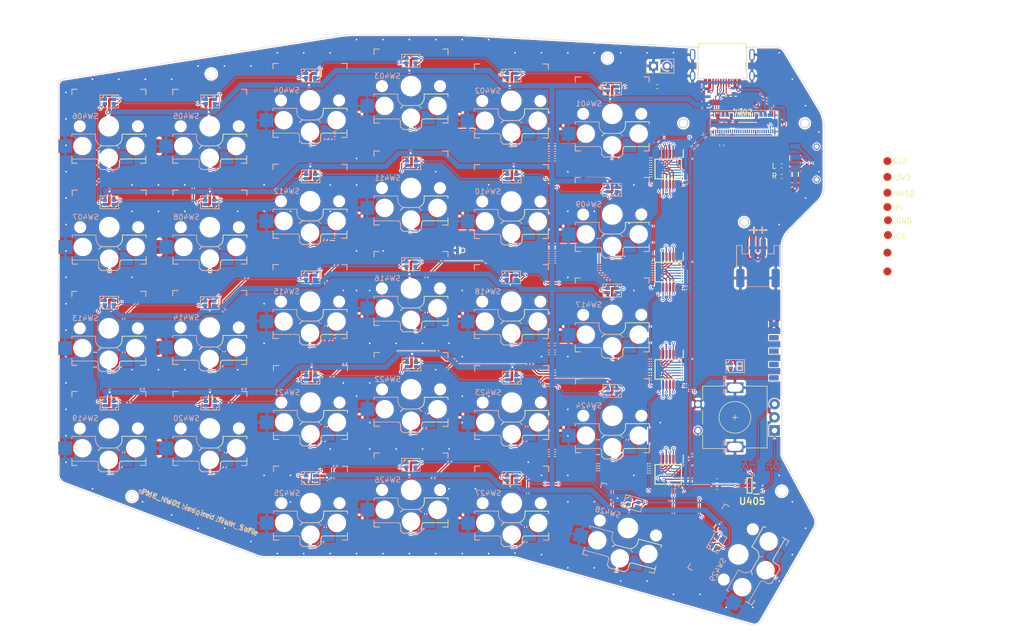
<source format=kicad_pcb>
(kicad_pcb (version 20240108) (generator "pcbnew") (generator_version "8.0")
  (title_block (title "PMK_01_Sofle") (date "2024-02-14") (rev "HW01"))
  (layers (0 "F.Cu" signal) (31 "B.Cu" signal) (34 "B.Paste" user) (35 "F.Paste" user) (36 "B.SilkS" user "B.Silkscreen") (37 "F.SilkS" user "F.Silkscreen") (38 "B.Mask" user) (39 "F.Mask" user) (44 "Edge.Cuts" user))
  (net 0 "")
  (net 1 "GND")
  (net 2 "+3V3")
  (net 3 "/200- PSoM/LED_MOSI")
  (net 4 "Net-(D501-DO)")
  (net 5 "Net-(D502-DO)")
  (net 6 "Net-(D503-DO)")
  (net 7 "Net-(D504-DO)")
  (net 8 "Net-(D505-DO)")
  (net 9 "Net-(D506-DO)")
  (net 10 "Net-(D507-DO)")
  (net 11 "Net-(D508-DO)")
  (net 12 "Net-(D509-DO)")
  (net 13 "Net-(D510-DO)")
  (net 14 "Net-(D511-DO)")
  (net 15 "Net-(D512-DO)")
  (net 16 "/500- LEDs/LED_13_14")
  (net 17 "Net-(D514-DO)")
  (net 18 "Net-(D515-DO)")
  (net 19 "Net-(D516-DO)")
  (net 20 "Net-(D517-DO)")
  (net 21 "Net-(D518-DO)")
  (net 22 "Net-(D519-DO)")
  (net 23 "Net-(D520-DO)")
  (net 24 "Net-(D521-DO)")
  (net 25 "Net-(D522-DO)")
  (net 26 "Net-(D523-DO)")
  (net 27 "Net-(D524-DO)")
  (net 28 "Net-(D525-DO)")
  (net 29 "/500- LEDs/LED_26_27")
  (net 30 "Net-(D527-DO)")
  (net 31 "Net-(D528-DO)")
  (net 32 "Net-(D529-DO)")
  (net 33 "/200- PSoM/BATTERY_TEMP")
  (net 34 "/200- PSoM/SPI_MOSI")
  (net 35 "/200- PSoM/SPI_MISO")
  (net 36 "/200- PSoM/LED_MOSI_ESP")
  (net 37 "/200- PSoM/PL")
  (net 38 "/200- PSoM/DR")
  (net 39 "/200- PSoM/SPI_CLK_ESP")
  (net 41 "/200- PSoM/SR_CE")
  (net 42 "/200- PSoM/GP_CE")
  (net 44 "/200- PSoM/RX")
  (net 46 "/VBAT")
  (net 47 "/200- PSoM/SCL")
  (net 49 "/200- PSoM/INT")
  (net 65 "/200- PSoM/TX")
  (net 71 "/200- PSoM/D+")
  (net 73 "/200- PSoM/D-")
  (net 74 "VBUS")
  (net 78 "VDD")
  (net 101 "/300- Connectors/CC1")
  (net 103 "/300- Connectors/CC2")
  (net 104 "/200- PSoM/SPI_CLK")
  (net 105 "/400- Shift Register - Switch/5")
  (net 106 "/400- Shift Register - Switch/6")
  (net 107 "/400- Shift Register - Switch/7")
  (net 108 "/400- Shift Register - Switch/8")
  (net 109 "/400- Shift Register - Switch/1")
  (net 110 "/400- Shift Register - Switch/2")
  (net 111 "/400- Shift Register - Switch/3")
  (net 112 "/400- Shift Register - Switch/4")
  (net 113 "/400- Shift Register - Switch/13")
  (net 114 "/400- Shift Register - Switch/14")
  (net 115 "/400- Shift Register - Switch/15")
  (net 116 "/400- Shift Register - Switch/16")
  (net 117 "/400- Shift Register - Switch/9")
  (net 118 "/400- Shift Register - Switch/10")
  (net 119 "/400- Shift Register - Switch/11")
  (net 120 "/400- Shift Register - Switch/12")
  (net 121 "/400- Shift Register - Switch/21")
  (net 122 "/400- Shift Register - Switch/22")
  (net 123 "/400- Shift Register - Switch/23")
  (net 124 "/400- Shift Register - Switch/24")
  (net 125 "/400- Shift Register - Switch/17")
  (net 126 "/400- Shift Register - Switch/18")
  (net 127 "/400- Shift Register - Switch/19")
  (net 128 "/400- Shift Register - Switch/20")
  (net 129 "/400- Shift Register - Switch/29")
  (net 130 "/400- Shift Register - Switch/30")
  (net 131 "/400- Shift Register - Switch/31")
  (net 132 "/400- Shift Register - Switch/32")
  (net 133 "/400- Shift Register - Switch/25")
  (net 134 "/400- Shift Register - Switch/26")
  (net 135 "/400- Shift Register - Switch/27")
  (net 136 "/400- Shift Register - Switch/28")
  (net 138 "/400- Shift Register - Switch/1-2")
  (net 140 "Net-(SW301-A)")
  (net 141 "Net-(SW301-C)")
  (net 142 "/400- Shift Register - Switch/2-3")
  (net 144 "/400- Shift Register - Switch/3-4")
  (net 147 "Net-(J303-Pin_1)")
  (net 148 "/400- Shift Register - Switch/F_A")
  (net 149 "/400- Shift Register - Switch/F_B")
  (net 152 "/400- Shift Register - Switch/A")
  (net 153 "/400- Shift Register - Switch/B")
  (net 154 "/200- PSoM/DB_A")
  (net 155 "/200- PSoM/DB_B")
  (net 156 "/400- Shift Register - Switch/DB_A")
  (net 157 "/400- Shift Register - Switch/DB_B")
  (footprint "Component_lib:YF923_2020_WS2812_LED_DUALSIDE" (layer "F.Cu") (at 128.8 135.5)
    (property "Reference" "D529" (hide yes))
    (property "Value" "YF923_2020_WS2812_LED")
  )
  (footprint "Component_lib:YF923_2020_WS2812_LED_DUALSIDE" (layer "F.Cu") (at 128.8 97.5)
    (property "Reference" "D516" (hide yes))
    (property "Value" "YF923_2020_WS2812_LED")
  )
  (footprint "Component_lib:Kailh_socket_PG1350_reversible" (layer "F.Cu") (at 90.6 68.9)
    (property "Reference" "SW406" (hide yes))
    (property "Value" "SW_Push")
  )
  (footprint "Component_lib:Kailh_socket_PG1350_reversible" (layer "F.Cu") (at 166.8 83.15)
    (property "Reference" "SW410" (hide yes))
    (property "Value" "SW_Push")
  )
  (footprint "Component_lib:YF923_2020_WS2812_LED_DUALSIDE" (layer "F.Cu") (at 189.9 140.3 -15)
    (property "Reference" "D526" (hide yes))
    (property "Value" "YF923_2020_WS2812_LED")
  )
  (footprint "Component_lib:Kailh_socket_PG1350_reversible" (layer "F.Cu") (at 166.8 102.1)
    (property "Reference" "SW418" (hide yes))
    (property "Value" "SW_Push")
  )
  (footprint "Component_lib:YF923_2020_WS2812_LED_DUALSIDE" (layer "F.Cu") (at 90.7 64.2)
    (property "Reference" "D506" (hide yes))
    (property "Value" "YF923_2020_WS2812_LED")
  )
  (footprint "Component_lib:YF923_2020_WS2812_LED_DUALSIDE" (layer "F.Cu") (at 166.9 135.5)
    (property "Reference" "D527" (hide yes))
    (property "Value" "YF923_2020_WS2812_LED")
  )
  (footprint "Component_lib:RIC11-22S10D5S-TH" (layer "F.Cu") (at 216.625 126.6 180)
    (property "Reference" "SW430" (hide yes))
    (property "Value" "RIC11-22S10D5S-TH")
  )
  (footprint "Component_lib:YF923_2020_WS2812_LED_DUALSIDE" (layer "F.Cu") (at 147.8 56.5)
    (property "Reference" "D503" (hide yes))
    (property "Value" "YF923_2020_WS2812_LED")
  )
  (footprint "Component_lib:Kailh_socket_PG1350_reversible" (layer "F.Cu") (at 188.875441 144.954854 -15)
    (property "Reference" "SW428" (hide yes))
    (property "Value" "SW_Push")
  )
  (footprint "Resistor_SMD:R_0402_1005Metric" (layer "F.Cu") (at 218 76.4 180)
    (property "Reference" "R306" (hide yes))
    (property "Value" "0")
  )
  (footprint "Component_lib:Kailh_socket_PG1350_reversible" (layer "F.Cu") (at 166.8 64.1)
    (property "Reference" "SW402" (hide yes))
    (property "Value" "SW_Push")
  )
  (footprint "Component_lib:Kailh_socket_PG1350_reversible" (layer "F.Cu") (at 147.8 99.6)
    (property "Reference" "SW416" (hide yes))
    (property "Value" "SW_Push")
  )
  (footprint "Component_lib:Kailh_socket_PG1350_reversible" (layer "F.Cu") (at 128.7 64)
    (property "Reference" "SW404" (hide yes))
    (property "Value" "SW_Push")
  )
  (footprint "TestPoint:TestPoint_Pad_D1.5mm" (layer "F.Cu") (at 238 81.5)
    (property "Reference" "TP205" (hide yes))
    (property "Value" "MISO")
  )
  (footprint "Component_lib:YF923_2020_WS2812_LED_DUALSIDE" (layer "F.Cu") (at 109.8 121.4 180)
    (property "Reference" "D520" (hide yes))
    (property "Value" "YF923_2020_WS2812_LED")
  )
  (footprint "Component_lib:Kailh_socket_PG1350_reversible" (layer "F.Cu") (at 128.7 83.1)
    (property "Reference" "SW412" (hide yes))
    (property "Value" "SW_Push")
  )
  (footprint "Component_lib:YF923_2020_WS2812_LED_DUALSIDE" (layer "F.Cu") (at 147.9 75.9 180)
    (property "Reference" "D510" (hide yes))
    (property "Value" "YF923_2020_WS2812_LED")
  )
  (footprint "Component_lib:YF923_2020_WS2812_LED_DUALSIDE" (layer "F.Cu") (at 128.8 116.5 180)
    (property "Reference" "D521" (hide yes))
    (property "Value" "YF923_2020_WS2812_LED")
  )
  (footprint "Component_lib:Kailh_socket_PG1350_reversible" (layer "F.Cu") (at 90.6 107.15)
    (property "Reference" "SW413" (hide yes))
    (property "Value" "SW_Push")
  )
  (footprint "Component_lib:Kailh_socket_PG1350_reversible" (layer "F.Cu") (at 185.9 66.55)
    (property "Reference" "SW401" (hide yes))
    (property "Value" "SW_Push")
  )
  (footprint "TestPoint:TestPoint_Pad_D1.5mm" (layer "F.Cu") (at 238 84.2)
    (property "Reference" "TP202" (hide yes))
    (property "Value" "PL")
  )
  (footprint "TestPoint:TestPoint_Pad_D1.5mm" (layer "F.Cu") (at 238.1 86.7)
    (property "Reference" "TP208" (hide yes))
    (property "Value" "GND")
  )
  (footprint "Component_lib:Kailh_socket_PG1350_reversible" (layer "F.Cu") (at 128.775441 121.204854)
    (property "Reference" "SW421" (hide yes))
    (property "Value" "SW_Push")
  )
  (footprint "Component_lib:SOP95P280X145-6N" (layer "F.Cu") (at 211.9 136.9 180)
    (property "Reference" "U405")
    (property "Value" "SN74LVC2G04DBVRG4" (hide yes))
  )
  (footprint "Resistor_SMD:R_0402_1005Metric" (layer "F.Cu") (at 157.109999 92.4 180)
    (property "Reference" "TH201" (hide yes))
    (property "Value" "Thermistor_NTC")
  )
  (footprint "Component_lib:YF923_2020_WS2812_LED_DUALSIDE" (layer "F.Cu") (at 185.9 80.9 180)
    (property "Reference" "D512" (hide yes))
    (property "Value" "YF923_2020_WS2812_LED")
  )
  (footprint "Component_lib:Kailh_socket_PG1350_reversible" (layer "F.Cu") (at 147.8 80.6)
    (property "Reference" "SW411" (hide yes))
    (property "Value" "SW_Push")
  )
  (footprint "Component_lib:USB4510031A" (layer "F.Cu") (at 206.736321 56.507494 180)
    (property "Reference" "J301" (hide yes))
    (property "Value" "USB4510-03-1-A" (hide yes))
    (fp_line (start 4.6 2.6) (end 6.1 2.6) (stroke (width 0.12)) (layer "Edge.Cuts"))
    (fp_line (start 4.6 -3.4) (end 4.6 2.6) (stroke (width 0.12)) (layer "Edge.Cuts"))
    (fp_line (start -4.6 2.6) (end -4.6 -3.4) (stroke (width 0.12)) (layer "Edge.Cuts"))
    (fp_line (start -4.6 2.6) (end -6.1 2.6) (stroke (width 0.12)) (layer "Edge.Cuts"))
    (fp_line (start -4.6 -3.4) (end 4.6 -3.4) (stroke (width 0.12)) (layer "Edge.Cuts"))
  )
  (footprint "Component_lib:Kailh_socket_PG1350_reversible" (layer "F.Cu") (at 166.875441 140.254854)
    (property "Reference" "SW427" (hide yes))
    (property "Value" "SW_Push")
  )
  (footprint "Component_lib:YF923_2020_WS2812_LED_DUALSIDE" (layer "F.Cu") (at 166.9 78.4 180)
    (property "Reference" "D511" (hide yes))
    (property "Value" "YF923_2020_WS2812_LED")
  )
  (footprint "Component_lib:Kailh_socket_PG1350_reversible" (layer "F.Cu") (at 128.7 102.1)
    (property "Reference" "SW415" (hide yes))
    (property "Value" "SW_Push")
  )
  (footprint "Component_lib:YF923_2020_WS2812_LED_DUALSIDE" (layer "F.Cu") (at 185.9 100)
    (property "Reference" "D513" (hide yes))
    (property "Value" "YF923_2020_WS2812_LED")
  )
  (footprint "Resistor_SMD:R_0402_1005Metric" (layer "F.Cu") (at 218 78.4 180)
    (property "Reference" "R305" (hide yes))
    (property "Value" "0")
  )
  (footprint "Component_lib:YF923_2020_WS2812_LED_DUALSIDE" (layer "F.Cu") (at 166.9 59.3)
    (property "Reference" "D502" (hide yes))
    (property "Value" "YF923_2020_WS2812_LED")
  )
  (footprint "Component_lib:YF923_2020_WS2812_LED_DUALSIDE" (layer "F.Cu") (at 128.8 59.3)
    (property "Reference" "D504" (hide yes))
    (property "Value" "YF923_2020_WS2812_LED")
  )
  (footprint "Component_lib:Kailh_socket_PG1350_reversible" (layer "F.Cu") (at 109.725441 126.104854)
    (property "Reference" "SW420" (hide yes))
    (property "Value" "SW_Push")
  )
  (footprint "Component_lib:Kailh_socket_PG1350_reversible" (layer "F.Cu") (at 147.825441 118.704854)
    (property "Reference" "SW422" (hide yes))
    (property "Value" "SW_Push")
  )
  (footprint "Component_lib:Kailh_socket_PG1350_reversible" (layer "F.Cu") (at 185.9 85.6)
    (property "Reference" "SW409" (hide yes))
    (property "Value" "SW_Push")
  )
  (footprint "Component_lib:YF923_2020_WS2812_LED_DUALSIDE" (layer "F.Cu") (at 205.7 147.7 60)
    (property "Reference" "D525" (hide yes))
    (property "Value" "YF923_2020_WS2812_LED")
  )
  (footprint "Component_lib:Kailh_socket_PG1350_reversible" (layer "F.Cu") (at 128.775441 140.254854)
    (property "Reference" "SW425" (hide yes))
    (property "Value" "SW_Push")
  )
  (footprint "Component_lib:SOP65P640X120-16N" (layer "F.Cu") (at 196.5 114.938 -90)
    (property "Reference" "U403" (hide yes))
    (property "Value" "SN74HC165PWR" (hide yes))
  )
  (footprint "Component_lib:Kailh_socket_PG1350_reversible" (layer "F.Cu") (at 185.925441 123.704854)
    (property "Reference" "SW424" (hide yes))
    (property "Value" "SW_Push")
  )
  (footprint "TestPoint:TestPoint_Pad_D1.5mm" (layer "F.Cu") (at 238.1 89.5)
    (property "Reference" "TP203" (hide yes))
    (property "Value" "SR_CE")
  )
  (footprint "Resistor_SMD:R_0402_1005Metric" (layer "F.Cu") (at 205.74 136.017 180)
    (property "Reference" "R406" (hide yes))
    (property "Value" "R")
  )
  (footprint "Component_lib:YF923_2020_WS2812_LED_DUALSIDE" (layer "F.Cu") (at 166.9 116.5 180)
    (property "Reference" "D523" (hide yes))
    (property "Value" "YF923_2020_WS2812_LED")
  )
  (footprint "Component_lib:Kailh_socket_PG1350_reversible" (layer "F.Cu") (at 147.825441 137.754854)
    (property "Reference" "SW426" (hide yes))
    (property "Value" "SW_Push")
  )
  (footprint "Component_lib:YF923_2020_WS2812_LED_DUALSIDE" (layer "F.Cu") (at 109.8 64.2)
    (property "Reference" "D505" (hide yes))
    (property "Value" "YF923_2020_WS2812_LED")
  )
  (footprint "Component_lib:YF923_2020_WS2812_LED_DUALSIDE" (layer "F.Cu") (at 147.9 114 180)
    (property "Reference" "D522" (hide yes))
    (property "Value" "YF923_2020_WS2812_LED")
  )
  (footprint "Component_lib:Kailh_socket_PG1350_reversible" (layer "F.Cu") (at 109.7 107)
    (property "Reference" "SW414" (hide yes))
    (property "Value" "SW_Push")
  )
  (footprint "Resistor_SMD:R_0402_1005Metric" (layer "F.Cu") (at 206.629 72.517 -90)
    (property "Reference" "R202" (hide yes))
    (property "Value" "R")
  )
  (footprint "Component_lib:YF923_2020_WS2812_LED_DUALSIDE" (layer "F.Cu") (at 166.8 97.5)
    (property "Reference" "D514" (hide yes))
    (property "Value" "YF923_2020_WS2812_LED")
  )
  (footprint "Component_lib:YF923_2020_WS2812_LED_DUALSIDE" (layer "F.Cu") (at 109.7 102.4)
    (property "Reference" "D517" (hide yes))
    (property "Value" "YF923_2020_WS2812_LED")
  )
  (footprint "Component_lib:YF923_2020_WS2812_LED_DUALSIDE" (layer "F.Cu") (at 185.9 61.8)
    (property "Reference" "D501" (hide yes))
    (property "Value" "YF923_2020_WS2812_LED")
  )
  (footprint "Component_lib:SOP65P640X120-16N" (layer "F.Cu") (at 196.5 77 -90)
    (property "Reference" "U401" (hide yes))
    (property "Value" "SN74HC165PWR" (hide yes))
  )
  (footprint "Component_lib:Kailh_socket_PG1350_reversible" (layer "F.Cu") (at 90.6 126.1)
    (property "Reference" "SW419" (hide yes))
    (property "Value" "SW_Push")
  )
  (footprint "TestPoint:TestPoint_Pad_D1.5mm" (layer "F.Cu") (at 237.998 96.387)
    (property "Reference" "TP207" (hide yes))
    (property "Value" "TX")
  )
  (footprint "Component_lib:YF923_2020_WS2812_LED_DUALSIDE" (layer "F.Cu") (at 147.8 133)
    (property "Reference" "D528" (hide yes))
    (property "Value" "YF923_2020_WS2812_LED")
  )
  (footprint "Component_lib:450405020524_DUALSIDE" (layer "F.Cu") (at 221.5 79 90)
    (property "Reference" "SW301" (hide yes))
    (property "Value" "450405020524")
  )
  (footprint "Component_lib:Kailh_socket_PG1350_reversible" (layer "F.Cu") (at 90.675441 88.004854)
    (property "Reference" "SW407" (hide yes))
    (property "Value" "SW_Push")
  )
  (footprint "Component_lib:YF923_2020_WS2812_LED_DUALSIDE" (layer "F.Cu") (at 147.8 95)
    (property "Reference" "D515" (hide yes))
    (property "Value" "YF923_2020_WS2812_LED")
  )
  (footprint "Component_lib:SOP65P640X120-16N" (layer "F.Cu") (at 196.5 134.8 -90)
    (property "Reference" "U404" (hide yes))
    (property "Value" "SN74HC165PWR" (hide yes))
  )
  (footprint "Component_lib:Kailh_socket_PG1350_reversible" (layer "F.Cu") (at 209.765441 149.954854 60)
    (property "Reference" "SW429" (hide yes))
    (property "Value" "SW_Push")
  )
  (footprint "Component_lib:PSoM_ESP32S2_00" (layer "F.Cu") (at 210.87 68.33 180)
    (property "Reference" "J202")
    (property "Value" "PSoM_ESP32S2_Carrier_Board")
    (fp_circle (center 11.5 0) (end 12.3 0) (stroke (width 0.12)) (fill none) (layer "Edge.Cuts"))
    (fp_circle (center 0 -18.7) (end 0.8 -18.7) (stroke (width 0.12)) (fill none) (layer "Edge.Cuts"))
    (fp_circle (center -11.5 0) (end -10.7 0) (stroke (width 0.12)) (fill none) (layer "Edge.Cuts"))
  )
  (footprint "Component_lib:YF923_2020_WS2812_LED_DUALSIDE" (layer "F.Cu") (at 185.9 119 180)
    (property "Reference" "D524" (hide yes))
    (property "Value" "YF923_2020_WS2812_LED")
  )
  (footprint "TestPoint:TestPoint_Pad_D1.5mm" (layer "F.Cu") (at 238 78.5)
    (property "Reference" "TP201" (hide yes))
    (property "Value" "3V3")
  )
  (footprint "Component_lib:YF923_2020_WS2812_LED_DUALSIDE" (layer "F.Cu") (at 109.7 83.3 180)
    (property "Reference" "D508" (hide yes))
    (property "Value" "YF923_2020_WS2812_LED")
  )
  (footprint "Component_lib:Kailh_socket_PG1350_reversible" (layer "F.Cu") (at 147.8 61.3)
    (property "Reference" "SW403" (hide yes))
    (property "Value" "SW_Push")
  )
  (footprint "TestPoint:TestPoint_Pad_D1.5mm" (layer "F.Cu") (at 238 75.5)
    (property "Reference" "TP204" (hide yes))
    (property "Value" "SPI_CLK")
  )
  (footprint "Component_lib:YF923_2020_WS2812_LED_DUALSIDE" (layer "F.Cu") (at 90.7 102.3)
    (property "Reference" "D518" (hide yes))
    (property "Value" "YF923_2020_WS2812_LED")
  )
  (footprint "Component_lib:PMK_Side_Conn_F" (layer "F.Cu") (at 216.5 111.46 90)
    (property "Reference" "J304" (hide yes))
    (property "Value" "Conn_02x05_Top_Bottom")
  )
  (footprint "Component_lib:Kailh_socket_PG1350_reversible" (layer "F.Cu") (at 185.9 104.6)
    (property "Reference" "SW417" (hide yes))
    (property "Value" "SW_Push")
  )
  (footprint "Component_lib:Kailh_socket_PG1350_reversible" (layer "F.Cu") (at 109.7 68.9)
    (property "Reference" "SW405" (hide yes))
    (property "Value" "SW_Push")
  )
  (footprint "Component_lib:YF923_2020_WS2812_LED_DUALSIDE" (layer "F.Cu") (at 209.169 114.3)
    (property "Reference" "D530" (hide yes))
    (property "Value" "YF923_2020_WS2812_LED")
  )
  (footprint "Connector_PinHeader_2.54mm:PinHeader_1x02_P2.54mm_Vertical" (layer "F.Cu") (at 193.725 57.5 90)
    (property "Reference" "J302" (hide yes))
    (property "Value" "Conn_01x02")
  )
  (footprint "Component_lib:YF923_2020_WS2812_LED_DUALSIDE" (layer "F.Cu") (at 90.7 121.4 180)
    (property "Reference" "D519" (hide yes))
    (property "Value" "YF923_2020_WS2812_LED")
  )
  (footprint "Component_lib:YF923_2020_WS2812_LED_DUALSIDE" (layer "F.Cu") (at 90.7 83.3 180)
    (property "Reference" "D507" (hide yes))
    (property "Value" "YF923_2020_WS2812_LED")
  )
  (footprint "Resistor_SMD:R_0402_1005Metric" (layer "F.Cu") (at 194.4 61.4 180)
    (property "Reference" "R201" (hide yes))
    (property "Value" "R")
  )
  (footprint "Resistor_SMD:R_0402_1005Metric" (layer "F.Cu") (at 205.74 137.287 180)
    (property "Reference" "R405" (hide yes))
    (property "Value" "R")
  )
  (footprint "Component_lib:Kailh_socket_PG1350_reversible" (layer "F.Cu") (at 109.725441 88.004854)
    (property "Reference" "SW408" (hide yes))
    (property "Value" "SW_Push")
  )
  (footprint "Component_lib:Kailh_socket_PG1350_reversible" (layer "F.Cu") (at 166.875441 121.204854)
    (property "Reference" "SW423" (hide yes))
    (property "Value" "SW_Push")
  )
  (footprint "Component_lib:SOP65P640X120-16N" (layer "F.Cu") (at 196.5 96.5 -90)
    (property "Reference" "U402" (hide yes))
    (property "Value" "SN74HC165PWR" (hide yes))
  )
  (footprint "TestPoint:TestPoint_Pad_D1.5mm" (layer "F.Cu") (at 237.998 92.837)
    (property "Reference" "TP206" (hide yes))
    (property "Value" "RX")
  )
  (footprint "Component_lib:YF923_2020_WS2812_LED_DUALSIDE" (layer "F.Cu") (at 128.8 78.4 180)
    (property "Reference" "D509" (hide yes))
    (property "Value" "YF923_2020_WS2812_LED")
  )
  (footprint "Resistor_SMD:R_0201_0603Metric" (layer "B.Cu") (at 212.852 133.35 -90)
    (property "Reference" "R403" (hide yes))
    (property "Value" "10k")
  )
  (footprint "Resistor_SMD:R_0402_1005Metric" (layer "B.Cu") (at 208.8 62.2 -90)
    (property "Reference" "R304" (hide yes))
    (property "Value" "5.1k")
  )
  (footprint "Resistor_SMD:R_0201_0603Metric" (layer "B.Cu") (at 212.052 133.35 90)
    (property "Reference" "R404" (hide yes))
    (property "Value" "10k")
  )
  (footprint "Capacitor_SMD:C_0402_1005Metric" (layer "B.Cu") (at 211.152 133.35 90)
    (property "Reference" "C402" (hide yes))
    (property "Value" "10n")
  )
  (footprint "Component_lib:EXB2HV_1" (layer "B.Cu") (at 199.8 76.95 -90)
    (property "Reference" "RN401" (hide yes))
    (property "Value" "EXB-2HV103JV" (hide yes))
  )
  (footprint "Component_lib:EXB2HV_1" (layer "B.Cu") (at 199.8 96.4625 -90)
    (property "Reference" "RN402" (hide yes))
    (property "Value" "EXB-2HV103JV" (hide yes))
  )
  (footprint "Capacitor_SMD:C_0402_1005Metric" (layer "B.Cu") (at 216.916 133.314 90)
    (property "Reference" "C401" (hide yes))
    (property "Value" "10n")
  )
  (footprint "Component_lib:JST_PH_S2B-PH-SM4-TB_1x02-1MP_P2.00mm_Horizontal_DUALSIDE" (layer "B.Cu") (at 213.5 94.751063 180)
    (property "Reference" "J303" (hide yes))
    (property "Value" "S2B-PH-SM4-TB")
  )
  (footprint "Resistor_SMD:R_0201_0603Metric" (layer "B.Cu") (at 215.265 133.35 -90)
    (property "Reference" "R401" (hide yes))
    (property "Value" "10k")
  )
  (footprint "Component_lib:PSoM_ESP32S2_00" (layer "B.Cu") (at 210.87 68.33)
    (property "Reference" "J201" (hide yes))
    (property "Value" "PSoM_ESP32S2_Carrier_Board")
    (fp_circle (center -11.5 0) (end -10.7 0) (stroke (width 0.12)) (fill none) (layer "Edge.Cuts"))
    (fp_circle (center 0 18.7) (end 0.8 18.7) (stroke (width 0.12)) (fill none) (layer "Edge.Cuts"))
    (fp_circle (center 11.5 0) (end 12.3 0) (stroke (width 0.12)) (fill none) (layer "Edge.Cuts"))
  )
  (footprint "Capacitor_SMD:C_0402_1005Metric" (layer "B.Cu") (at 211.836 136.906)
    (property "Reference" "C403" (hide yes))
    (property "Value" "100n")
  )
  (footprint "Resistor_SMD:R_0402_1005Metric" (layer "B.Cu") (at 204.2 62.8 -90)
    (property "Reference" "R303" (hide yes))
    (property "Value" "5.1k")
  )
  (footprint "Component_lib:EXB2HV_1" (layer "B.Cu") (at 199.8 114.85 -90)
    (property "Reference" "RN403" (hide yes))
    (property "Value" "EXB-2HV103JV" (hide yes))
  )
  (footprint "Resistor_SMD:R_0402_1005Metric" (layer "B.Cu") (at 157.1 92.4 180)
    (property "Reference" "TH202" (hide yes))
    (property "Value" "Thermistor_NTC")
  )
  (footprint "Resistor_SMD:R_0201_0603Metric" (layer "B.Cu") (at 216.027 133.35 90)
    (property "Reference" "R402" (hide yes))
    (property "Value" "10k")
  )
  (footprint "Component_lib:EXB2HV_1" (layer "B.Cu") (at 199.8 135 -90)
    (property "Reference" "RN404" (hide yes))
    (property "Value" "EXB-2HV103JV" (hide yes))
  )
  (gr_line (start 157.475441 51.554854) (end 200.636321 53.907494) (stroke (width 0.1)) (layer "Edge.Cuts"))
  (gr_circle (center 95 139) (end 96 139) (stroke (width 0.1)) (fill none) (layer "Edge.Cuts"))
  (gr_line (start 212.575441 163.304854) (end 169 151) (stroke (width 0.1)) (layer "Edge.Cuts"))
  (gr_circle (center 185 56) (end 186 56) (stroke (width 0.1)) (fill none) (layer "Edge.Cuts"))
  (gr_arc (start 224.275441 142.954854) (mid 224.439793 143.965572) (end 224.175441 144.954854) (stroke (width 0.1)) (layer "Edge.Cuts"))
  (gr_circle (center 199.37 68.33) (end 200.27 68.33) (stroke (width 0.1)) (fill none) (layer "Edge.Cuts"))
  (gr_line (start 226 69) (end 226 80.4) (stroke (width 0.1)) (layer "Edge.Cuts"))
  (gr_line (start 224.175441 144.954854) (end 213.925441 162.754854) (stroke (width 0.1)) (layer "Edge.Cuts"))
  (gr_circle (center 110 59) (end 111 59) (stroke (width 0.1)) (fill none) (layer "Edge.Cuts"))
  (gr_line (start 218.475441 132.204854) (end 224.275441 142.954854) (stroke (width 0.1)) (layer "Edge.Cuts"))
  (gr_arc (start 218 92) (mid 218.256584 90.418861) (end 219 89) (stroke (width 0.1)) (layer "Edge.Cuts"))
  (gr_arc (start 218.475441 132.204854) (mid 218.172792 131.628048) (end 218 131) (stroke (width 0.1)) (layer "Edge.Cuts"))
  (gr_arc (start 213.925441 162.754854) (mid 213.330865 163.22726) (end 212.575441 163.304854) (stroke (width 0.1)) (layer "Edge.Cuts"))
  (gr_line (start 82 60) (end 134 51.8) (stroke (width 0.1)) (layer "Edge.Cuts"))
  (gr_arc (start 82.089046 136.4835) (mid 81.312256 135.855443) (end 81.00526 134.904854) (stroke (width 0.1)) (layer "Edge.Cuts"))
  (gr_line (start 218.468055 54.638181) (end 224.9 65.3) (stroke (width 0.1)) (layer "Edge.Cuts"))
  (gr_arc (start 217.049639 53.891447) (mid 217.852025 54.087822) (end 218.468055 54.638181) (stroke (width 0.1)) (layer "Edge.Cuts"))
  (gr_line (start 118 150) (end 82.089046 136.4835) (stroke (width 0.1)) (layer "Edge.Cuts"))
  (gr_arc (start 120 150.554854) (mid 118.973948 150.371335) (end 118 150) (stroke (width 0.1)) (layer "Edge.Cuts"))
  (gr_circle (center 218 138) (end 219 138) (stroke (width 0.1)) (fill none) (layer "Edge.Cuts"))
  (gr_arc (start 134 51.8) (mid 135.445253 51.621276) (end 136.9 51.554854) (stroke (width 0.1)) (layer "Edge.Cuts"))
  (gr_line (start 136.9 51.554854) (end 157.475441 51.554854) (stroke (width 0.1)) (layer "Edge.Cuts"))
  (gr_line (start 218 92) (end 218 131) (stroke (width 0.1)) (layer "Edge.Cuts"))
  (gr_line (start 81.00526 134.904854) (end 81.03226 61.136756) (stroke (width 0.1)) (layer "Edge.Cuts"))
  (gr_arc (start 81.03226 61.136756) (mid 81.318857 60.400437) (end 82 60.000001) (stroke (width 0.1)) (layer "Edge.Cuts"))
  (gr_line (start 225.1 82.9) (end 219 89) (stroke (width 0.1)) (layer "Edge.Cuts"))
  (gr_arc (start 226 80.4) (mid 225.758108 81.724919) (end 225.1 82.9) (stroke (width 0.1)) (layer "Edge.Cuts"))
  (gr_line (start 120 150.554854) (end 167 150.554854) (stroke (width 0.1)) (layer "Edge.Cuts"))
  (gr_arc (start 224.9 65.3) (mid 225.735552 67.065106) (end 226 69) (stroke (width 0.1)) (layer "Edge.Cuts"))
  (gr_circle (center 210.87 87.03) (end 211.77 87.03) (stroke (width 0.1)) (fill none) (layer "Edge.Cuts"))
  (gr_circle (center 222.37 68.33) (end 223.27 68.33) (stroke (width 0.1)) (fill none) (layer "Edge.Cuts"))
  (gr_line (start 212.836321 53.907494) (end 217.049639 53.891446) (stroke (width 0.1)) (layer "Edge.Cuts"))
  (gr_arc (start 167 150.554854) (mid 168.015335 150.708528) (end 169 151) (stroke (width 0.1)) (layer "Edge.Cuts"))
  (gr_text "PMK_HW01 inspired from Sofle" (at 118.1 146.4 340) (layer "B.SilkS") (effects (font (size 1 1)) (justify left bottom mirror)))
  (gr_text "+-" (at 215.4 87.8 180) (layer "B.SilkS") (effects (font (size 1.5 1.5) (thickness 0.3) (bold yes)) (justify left bottom)))
  (gr_text "PMK_HW01 inspired from Sofle" (at 96.5 138.5 340) (layer "F.SilkS") (effects (font (size 1 1)) (justify left bottom)))
  (gr_text "+-" (at 211.6 87.8 180) (layer "F.SilkS") (effects (font (size 1.5 1.5) (thickness 0.3) (bold yes)) (justify left bottom mirror)))
  (gr_text "R" (at 216 78.9 0) (layer "F.SilkS") (effects (font (size 1 1)) (justify left bottom)))
  (gr_text "CE" (at 239.5 90.3 0) (layer "F.SilkS") (effects (font (size 1 1)) (justify left bottom)))
  (gr_text "MISO" (at 239.5 82.3 0) (layer "F.SilkS") (effects (font (size 1 1)) (justify left bottom)))
  (gr_text "L" (at 216 77 0) (layer "F.SilkS") (effects (font (size 1 1)) (justify left bottom)))
  (gr_text "GND" (at 239.5 87.4 0) (layer "F.SilkS") (effects (font (size 1 1)) (justify left bottom)))
  (gr_text "3V3" (at 239.5 79.2 0) (layer "F.SilkS") (effects (font (size 1 1)) (justify left bottom)))
  (gr_text "CLK" (at 239 76 0) (layer "F.SilkS") (effects (font (size 1 1)) (justify left bottom)))
  (gr_text "PL" (at 239.4 84.9 0) (layer "F.SilkS") (effects (font (size 1 1)) (justify left bottom)))
  (segment (start 188.392847 141.852135) (end 189.431066 142.890354) (width 0.2) (layer "F.Cu") (net 1))
  (segment (start 216.668055 66.798181) (end 216.668055 66.031945) (width 0.2) (layer "F.Cu") (net 1))
  (segment (start 165.95 97.91) (end 164.76 99.1) (width 0.2) (layer "F.Cu") (net 1))
  (segment (start 209.468055 66.798181) (end 209.468055 66.168055) (width 0.2) (layer "F.Cu") (net 1))
  (segment (start 189.431066 142.890354) (end 189.790354 142.890354) (width 0.2) (layer "F.Cu") (net 1))
  (segment (start 209.068055 65.768055) (end 209 65.7) (width 0.2) (layer "F.Cu") (net 1))
  (segment (start 213.238 136.9) (end 214.37 136.9) (width 0.25) (layer "F.Cu") (net 1))
  (segment (start 205.068055 69.878181) (end 205.068055 70.768055) (width 0.2) (layer "F.Cu") (net 1))
  (segment (start 195.897906 149.897906) (end 195.897906 150.718803) (width 0.2) (layer "F.Cu") (net 1))
  (segment (start 214.37 136.9) (end 214.376 136.906) (width 0.25) (layer "F.Cu") (net 1))
  (segment (start 209.468055 66.168055) (end 209 65.7) (width 0.2) (layer "F.Cu") (net 1))
  (segment (start 189.790354 142.890354) (end 192.938033 146.038033) (width 0.2) (layer "F.Cu") (net 1))
  (segment (start 192.938033 146.938033) (end 195.897906 149.897906) (width 0.2) (layer "F.Cu") (net 1))
  (segment (start 216.668055 70.931945) (end 216.668055 69.878181) (width 0.2) (layer "F.Cu") (net 1))
  (segment (start 205.068055 69.878181) (end 203.821819 69.878181) (width 0.2) (layer "F.Cu") (net 1))
  (segment (start 188.392847 141.056033) (end 188.392847 141.852135) (width 0.2) (layer "F.Cu") (net 1))
  (segment (start 216.668055 69.878181) (end 217.478181 69.878181) (width 0.2) (layer "F.Cu") (net 1))
  (segment (start 205.068055 66.798181) (end 204.201819 66.798181) (width 0.2) (layer "F.Cu") (net 1))
  (segment (start 216.668055 71.168055) (end 216.668055 70.931945) (width 0.2) (layer "F.Cu") (net 1))
  (segment (start 213.068055 69.878181) (end 213.068055 71.168055) (width 0.2) (layer "F.Cu") (net 1))
  (segment (start 192.938033 146.038033) (end 192.938033 146.938033) (width 0.2) (layer "F.Cu") (net 1))
  (segment (start 182.075 117.925) (end 185.275 117.925) (width 0.15) (layer "F.Cu") (net 1))
  (segment (start 216.668055 66.798181) (end 217.501819 66.798181) (width 0.2) (layer "F.Cu") (net 1))
  (segment (start 177.5 122.5) (end 182.075 117.925) (width 0.15) (layer "F.Cu") (net 1))
  (segment (start 164.76 99.1) (end 164.6 99.1) (width 0.2) (layer "F.Cu") (net 1))
  (segment (start 216.668055 66.031945) (end 217.1 65.6) (width 0.2) (layer "F.Cu") (net 1))
  (segment (start 217.501819 66.798181) (end 217.6 66.7) (width 0.2) (layer "F.Cu") (net 1))
  (segment (start 209.068055 66.798181) (end 209.068055 65.768055) (width 0.2) (layer "F.Cu") (net 1))
  (segment (start 188.972847 140.476033) (end 188.392847 141.056033) (width 0.2) (layer "F.Cu") (net 1))
  (via (at 137.5 149.8) (size 0.56) (drill 0.3) (layers "F.Cu" "B.Cu") (net 1))
  (via (at 186.9 139.3) (size 0.56) (drill 0.3) (layers "F.Cu" "B.Cu") (net 1))
  (via (at 177.5 127.5) (size 0.56) (drill 0.3) (layers "F.Cu" "B.Cu") (net 1))
  (via (at 82.5 67.5) (size 0.56) (drill 0.3) (layers "F.Cu" "B.Cu") (net 1))
  (via (at 117.5 147.5) (size 0.56) (drill 0.3) (layers "F.Cu" "B.Cu") (net 1))
  (via (at 132.5 80) (size 0.56) (drill 0.3) (layers "F.Cu" "B.Cu") (net 1))
  (via (at 162.5 80) (size 0.56) (drill 0.3) (layers "F.Cu" "B.Cu") (net 1))
  (via (at 190 100) (size 0.56) (drill 0.3) (layers "F.Cu" "B.Cu") (net 1))
  (via (at 137.5 92.5) (size 0.56) (drill 0.3) (layers "F.Cu" "B.Cu") (net 1))
  (via (at 102.5 142.5) (size 0.56) (drill 0.3) (layers "F.Cu" "B.Cu") (net 1))
  (via (at 177.5 152.5) (size 0.56) (drill 0.3) (layers "F.Cu" "B.Cu") (net 1))
  (via (at 214.376 136.906) (size 0.56) (drill 0.3) (layers "F.Cu" "B.Cu") (net 1))
  (via (at 157.5 112.5) (size 0.56) (drill 0.3) (layers "F.Cu" "B.Cu") (net 1))
  (via (at 112.5 57.5) (size 0.56) (drill 0.3) (layers "F.Cu" "B.Cu") (net 1))
  (via (at 222.5 145) (size 0.56) (drill 0.3) (layers "F.Cu" "B.Cu") (net 1))
  (via (at 150 110) (size 0.56) (drill 0.3) (layers "F.Cu" "B.Cu") (net 1))
  (via (at 220 60) (size 0.56) (drill 0.3) (layers "F.Cu" "B.Cu") (net 1))
  (via (at 152.5 149.8) (size 0.56) (drill 0.3) (layers "F.Cu" "B.Cu") (net 1))
  (via (at 97.5 60) (size 0.56) (drill 0.3) (layers "F.Cu" "B.Cu") (net 1))
  (via (at 135 117.5) (size 0.56) (drill 0.3) (layers "F.Cu" "B.Cu") (net 1))
  (via (at 197.5 55) (size 0.56) (drill 0.3) (layers "F.Cu" "B.Cu") (net 1))
  (via (at 182.5 55) (size 0.56) (drill 0.3) (layers "F.Cu" "B.Cu") (net 1))
  (via (at 92.5 60) (size 0.56) (drill 0.3) (layers "F.Cu" "B.Cu") (net 1))
  (via (at 107.5 57.5) (size 0.56) (drill 0.3) (layers "F.Cu" "B.Cu") (net 1))
  (via (at 137.5 100) (size 0.56) (drill 0.3) (layers "F.Cu" "B.Cu") (net 1))
  (via (at 222.5 82.5) (size 0.56) (drill 0.3) (layers "F.Cu" "B.Cu") (net 1))
  (via (at 167.5 55) (size 0.56) (drill 0.3) (layers "F.Cu" "B.Cu") (net 1))
  (via (at 220 140) (size 0.56) (drill 0.3) (layers "F.Cu" "B.Cu") (net 1))
  (via (at 132.5 130) (size 0.56) (drill 0.3) (layers "F.Cu" "B.Cu") (net 1))
  (via (at 127.5 55) (size 0.56) (drill 0.3) (layers "F.Cu" "B.Cu") (net 1))
  (via (at 132.5 85) (size 0.56) (drill 0.3) (layers "F.Cu" "B.Cu") (net 1))
  (via (at 117.5 57.5) (size 0.56) (drill 0.3) (layers "F.Cu" "B.Cu") (net 1))
  (via (at 145 110) (size 0.56) (drill 0.3) (layers "F.Cu" "B.Cu") (net 1))
  (via (at 87.5 137.5) (size 0.56) (drill 0.3) (layers "F.Cu" "B.Cu") (net 1))
  (via (at 132.5 55) (size 0.56) (drill 0.3) (layers "F.Cu" "B.Cu") (net 1))
  (via (at 82.5 132.5) (size 0.56) (drill 0.3) (layers "F.Cu" "B.Cu") (net 1))
  (via (at 222.5 65) (size 0.56) (drill 0.3) (layers "F.Cu" "B.Cu") (net 1))
  (via (at 172.5 150) (size 0.56) (drill 0.3) (layers "F.Cu" "B.Cu") (net 1))
  (via (at 120 85) (size 0.56) (drill 0.3) (layers "F.Cu" "B.Cu") (net 1))
  (via (at 100 80) (size 0.56) (drill 0.3) (layers "F.Cu" "B.Cu") (net 1))
  (via (at 140 117.5) (size 0.56) (drill 0.3) (layers "F.Cu" "B.Cu") (net 1))
  (via (at 177.5 97.5) (size 0.56) (drill 0.3) (layers "F.Cu" "B.Cu") (net 1))
  (via (at 132.5 149.8) (size 0.56) (drill 0.3) (layers "F.Cu" "B.Cu") (net 1))
  (via (at 210.4 65.6) (size 0.56) (drill 0.3) (layers "F.Cu" "B.Cu") (net 1))
  (via (at 147.5 52.5) (size 0.56) (drill 0.3) (layers "F.Cu" "B.Cu") (net 1))
  (via (at 187.5 55) (size 0.56) (drill 0.3) (layers "F.Cu" "B.Cu") (net 1))
  (via (at 172.5 135) (size 0.56) (drill 0.3) (layers "F.Cu" "B.Cu") (net 1))
  (via (at 105 85) (size 0.56) (drill 0.3) (layers "F.Cu" "B.Cu") (net 1))
  (via (at 170 132.5) (size 0.56) (drill 0.3) (layers "F.Cu" "B.Cu") (net 1))
  (via (at 122.5 149.8) (size 0.56) (drill 0.3) (layers "F.Cu" "B.Cu") (net 1))
  (via (at 225 77.5) (size 0.56) (drill 0.3) (layers "F.Cu" "B.Cu") (net 1))
  (via (at 217.5 135) (size 0.56) (drill 0.3) (layers "F.Cu" "B.Cu") (net 1))
  (via (at 192.5 155) (size 0.56) (drill 0.3) (layers "F.Cu" "B.Cu") (net 1))
  (via (at 140 130) (size 0.56) (drill 0.3) (layers "F.Cu" "B.Cu") (net 1))
  (via (at 137.5 52.5) (size 0.56) (drill 0.3) (layers "F.Cu" "B.Cu") (net 1))
  (via (at 182.5 85) (size 0.56) (drill 0.3) (layers "F.Cu" "B.Cu") (net 1))
  (via (at 125 135) (size 0.56) (drill 0.3) (layers "F.Cu" "B.Cu") (net 1))
  (via (at 177.5 85) (size 0.56) (drill 0.3) (layers "F.Cu" "B.Cu") (net 1))
  (via (at 82.5 127.5) (size 0.56) (drill 0.3) (layers "F.Cu" "B.Cu") (net 1))
  (via (at 82.5 97.5) (size 0.56) (drill 0.3) (layers "F.Cu" "B.Cu") (net 1))
  (via (at 105 80) (size 0.56) (drill 0.3) (layers "F.Cu" "B.Cu") (net 1))
  (via (at 82.5 102.5) (size 0.56) (drill 0.3) (layers "F.Cu" "B.Cu") (net 1))
  (via (at 115 85) (size 0.56) (drill 0.3) (layers "F.Cu" "B.Cu") (net 1))
  (via (at 162.5 52.5) (size 0.56) (drill 0.3) (layers "F.Cu" "B.Cu") (net 1))
  (via (at 225 70) (size 0.56) (drill 0.3) (layers "F.Cu" "B.Cu") (net 1))
  (via (at 187.5 155) (size 0.56) (drill 0.3) (layers "F.Cu" "B.Cu") (net 1))
  (via (at 82.5 77.5) (size 0.56) (drill 0.3) (layers "F.Cu" "B.Cu") (net 1))
  (via (at 190 135) (size 0.56) (drill 0.3) (layers "F.Cu" "B.Cu") (net 1))
  (via (at 177.5 135) (size 0.56) (drill 0.3) (layers "F.Cu" "B.Cu") (net 1))
  (via (at 212.5 160) (size 0.56) (drill 0.3) (layers "F.Cu" "B.Cu") (net 1))
  (via (at 82.5 87.5) (size 0.56) (drill 0.3) (layers "F.Cu" "B.Cu") (net 1))
  (via (at 105 115) (size 0.56) (drill 0.3) (layers "F.Cu" "B.Cu") (net 1))
  (via (at 82.5 62.5) (size 0.56) (drill 0.3) (layers "F.Cu" "B.Cu") (net 1))
  (via (at 82.5 72.5) (size 0.56) (drill 0.3) (layers "F.Cu" "B.Cu") (net 1))
  (via (at 220 150) (size 0.56) (drill 0.3) (layers "F.Cu" "B.Cu") (net 1))
  (via (at 95 115) (size 0.56) (drill 0.3) (layers "F.Cu" "B.Cu") (net 1))
  (via (at 120 102.5) (size 0.56) (drill 0.3) (layers "F.Cu" "B.Cu") (net 1))
  (via (at 120 135) (size 0.56) (drill 0.3) (layers "F.Cu" "B.Cu") (net 1))
  (via (at 107.5 145) (size 0.56) (drill 0.3) (layers "F.Cu" "B.Cu") (net 1))
  (via (at 157.5 125) (size 0.56) (drill 0.3) (layers "F.Cu" "B.Cu") (net 1))
  (via (at 157.5 149.8) (size 0.56) (drill 0.3) (layers "F.Cu" "B.Cu") (net 1))
  (via (at 100 85) (size 0.56) (drill 0.3) (layers "F.Cu" "B.Cu") (net 1))
  (via (at 207.5 160) (size 0.56) (drill 0.3) (layers "F.Cu" "B.Cu") (net 1))
  (via (at 140 125) (size 0.56) (drill 0.3) (layers "F.Cu" "B.Cu") (net 1))
  (via (at 162.5 149.8) (size 0.56) (drill 0.3) (layers "F.Cu" "B.Cu") (net 1))
  (via (at 177.5 140) (size 0.56) (drill 0.3) (layers "F.Cu" "B.Cu") (net 1))
  (via (at 137.5 120) (size 0.56) (drill 0.3) (layers "F.Cu" "B.Cu") (net 1))
  (via (at 217.5 155) (size 0.56) (drill 0.3) (layers "F.Cu" "B.Cu") (net 1))
  (via (at 177.5 112.5) (size 0.56) (drill 0.3) (layers "F.Cu" "B.Cu") (net 1))
  (via (at 145 130) (size 0.56) (drill 0.3) (layers "F.Cu" "B.Cu") (net 1))
  (via (at 125 140) (size 0.56) (drill 0.3) (layers "F.Cu" "B.Cu") (net 1))
  (via (at 82.5 82.5) (size 0.56) (drill 0.3) (layers "F.Cu" "B.Cu") (net 1))
  (via (at 162.5 100) (size 0.56) (drill 0.3) (layers "F.Cu" "B.Cu") (net 1))
  (via (at 182.5 122.5) (size 0.56) (drill 0.3) (layers "F.Cu" "B.Cu") (net 1))
  (via (at 162.5 120) (size 0.56) (drill 0.3) (layers "F.Cu" "B.Cu") (net 1))
  (via (at 87.5 60) (size 0.56) (drill 0.3) (layers "F.Cu" "B.Cu") (net 1))
  (via (at 167.5 149.7) (size 0.56) (drill 0.3) (layers "F.Cu" "B.Cu") (net 1))
  (via (at 150 130) (size 0.56) (drill 0.3) (layers "F.Cu" "B.Cu") (net 1))
  (via (at 142.5 52.5) (size 0.56) (drill 0.3) (layers "F.Cu" "B.Cu") (net 1))
  (via (at 192.5 55) (size 0.56) (drill 0.3) (layers "F.Cu" "B.Cu") (net 1))
  (via (at 122.5 55) (size 0.56) (drill 0.3) (layers "F.Cu" "B.Cu") (net 1))
  (via (at 155 130) (size 0.56) (drill 0.3) (layers "F.Cu" "B.Cu") (net 1))
  (via (at 152.5 77.5) (size 0.56) (drill 0.3) (layers "F.Cu" "B.Cu") (net 1))
  (via (at 160 137.5) (size 0.56) (drill 0.3) (layers "F.Cu" "B.Cu") (net 1))
  (via (at 172.5 55) (size 0.56) (drill 0.3) (layers "F.Cu" "B.Cu") (net 1))
  (via (at 127.5 149.8) (size 0.56) (drill 0.3) (layers "F.Cu" "B.Cu") (net 1))
  (via (at 155 137.5) (size 0.56) (drill 0.3) (layers "F.Cu" "B.Cu") (net 1))
  (via (at 102.5 60) (size 0.56) (drill 0.3) (layers "F.Cu" "B.Cu") (net 1))
  (via (at 152.5 52.5) (size 0.56) (drill 0.3) (layers "F.Cu" "B.Cu") (net 1))
  (via (at 137.5 75) (size 0.56) (drill 0.3) (layers "F.Cu" "B.Cu") (net 1))
  (via (at 177.5 55) (size 0.56) (drill 0.3) (layers "F.Cu" "B.Cu") (net 1))
  (via (at 177.5 77.5) (size 0.56) (drill 0.3) (layers "F.Cu" "B.Cu") (net 1))
  (via (at 115 115) (size 0.56) (drill 0.3) (layers "F.Cu" "B.Cu") (net 1))
  (via (at 100 115) (size 0.56) (drill 0.3) (layers "F.Cu" "B.Cu") (net 1))
  (via (at 82.5 112.5) (size 0.56) (drill 0.3) (layers "F.Cu" "B.Cu") (net 1))
  (via (at 120 80) (size 0.56) (drill 0.3) (layers "F.Cu" "B.Cu") (net 1))
  (via (at 140 100) (size 0.56) (drill 0.3) (layers "F.Cu" "B.Cu") (net 1))
  (via (at 182.5 152.5) (size 0.56) (drill 0.3) (layers "F.Cu" "B.Cu") (net 1))
  (via (at 155 110) (size 0.56) (drill 0.3) (layers "F.Cu" "B.Cu") (net 1))
  (via (at 195 125) (size 0.56) (drill 0.3) (layers "F.Cu" "B.Cu") (net 1))
  (via (at 125 85) (size 0.56) (drill 0.3) (layers "F.Cu" "B.Cu") (net 1))
  (via (at 172.5 112.5) (size 0.56) (drill 0.3) (layers "F.Cu" "B.Cu") (net 1))
  (via (at 82.5 107.5) (size 0.56) (drill 0.3) (layers "F.Cu" "B.Cu") (net 1))
  (via (at 217.5 87.5) (size 0.56) (drill 0.3) (layers "F.Cu" "B.Cu") (net 1))
  (via (at 82.5 117.5) (size 0.56) (drill 0.3) (layers "F.Cu" "B.Cu") (net 1))
  (via (at 209 65.7) (size 0.56) (drill 0.3) (layers "F.Cu" "B.Cu") (net 1))
  (via (at 147.5 149.8) (size 0.56) (drill 0.3) (layers "F.Cu" "B.Cu") (net 1))
  (via (at 177.5 122.5) (size 0.56) (drill 0.3) (layers "F.Cu" "B.Cu") (net 1))
  (via (at 202.5 157.5) (size 0.56) (drill 0.3) (layers "F.Cu" "B.Cu") (net 1))
  (via (at 189.1 87.3) (size 0.56) (drill 0.3) (layers "F.Cu" "B.Cu") (net 1))
  (via (at 95 97.5) (size 0.56) (drill 0.3) (layers "F.Cu" "B.Cu") (net 1))
  (via (at 217.5 55) (size 0.56) (drill 0.3) (layers "F.Cu" "B.Cu") (net 1))
  (via (at 142.5 149.8) (size 0.56) (drill 0.3) (layers "F.Cu" "B.Cu") (net 1))
  (via (at 190 80) (size 0.56) (drill 0.3) (layers "F.Cu" "B.Cu") (net 1))
  (via (at 82.5 92.5) (size 0.56) (drill 0.3) (layers "F.Cu" "B.Cu") (net 1))
  (via (at 157.5 120) (size 0.56) (drill 0.3) (layers "F.Cu" "B.Cu") (net 1))
  (via (at 120 110) (size 0.56) (drill 0.3) (layers "F.Cu" "B.Cu") (net 1))
  (via (at 95 80) (size 0.56) (drill 0.3) (layers "F.Cu" "B.Cu") (net 1))
  (via (at 140 110) (size 0.56) (drill 0.3) (layers "F.Cu" "B.Cu") (net 1))
  (via (at 157.5 52.5) (size 0.56) (drill 0.3) (layers "F.Cu" "B.Cu") (net 1))
  (via (at 135 100) (size 0.56) (drill 0.3) (layers "F.Cu" "B.Cu") (net 1))
  (via (at 142.5 92.5) (size 0.56) (drill 0.3) (layers "F.Cu" "B.Cu") (net 1))
  (via (at 97 140) (size 0.56) (drill 0.3) (layers "F.Cu" "B.Cu") (net 1))
  (via (at 197.5 157.5) (size 0.56) (drill 0.3) (layers "F.Cu" "B.Cu") (net 1))
  (via (at 137.5 80) (size 0.56) (drill 0.3) (layers "F.Cu" "B.Cu") (net 1))
  (via (at 152.5 115) (size 0.56) (drill 0.3) (layers "F.Cu" "B.Cu") (net 1))
  (via (at 112.5 145) (size 0.56) (drill 0.3) (layers "F.Cu" "B.Cu") (net 1))
  (via (at 157.5 100) (size 0.56) (drill 0.3) (layers "F.Cu" "B.Cu") (net 1))
  (via (at 95 85) (size 0.56) (drill 0.3) (layers "F.Cu" "B.Cu") (net 1))
  (via (at 82.5 122.5) (size 0.56) (drill 0.3) (layers "F.Cu" "B.Cu") (net 1))
  (via (at 182.5 140) (size 0.56) (drill 0.3) (layers "F.Cu" "B.Cu") (net 1))
  (segment (start 211.919874 65.8) (end 211.5 65.8) (width 0.2) (layer "B.Cu") (net 1))
  (segment (start 205.068055 69.878181) (end 205.068055 70.731945) (width 0.2) (layer "B.Cu") (net 1))
  (segment (start 206.268055 66.798181) (end 206.268055 66.148181) (width 0.2) (layer "B.Cu") (net 1))
  (segment (start 216.668055 69.878181) (end 216.668055 71.031945) (width 0.2) (layer "B.Cu") (net 1))
  (segment (start 212.268055 66.148181) (end 211.919874 65.8) (width 0.2) (layer "B.Cu") (net 1))
  (segment (start 205.068055 69.931945) (end 204.4 70.6) (width 0.2) (layer "B.Cu") (net 1))
  (segment (start 206.268055 66.798181) (end 206.268055 66.248181) (width 0.2) (layer "B.Cu") (net 1))
  (segment (start 206.268055 66.798181) (end 206.268055 65.5) (width 0.2) (layer "B.Cu") (net 1))
  (segment (start 208.668055 69.878181) (end 208.668055 71.168055) (width 0.2) (layer "B.Cu") (net 1))
  (segment (start 206.268055 66.148181) (end 207.2 66.148181) (width 0.2) (layer "B.Cu") (net 1))
  (segment (start 212.668055 66.798181) (end 212.668055 65.968055) (width 0.2) (layer "B.Cu") (net 1))
  (segment (start 212.668055 65.968055) (end 212.5 65.8) (width 0.2) (layer "B.Cu") (net 1))
  (segment (start 212.316 136.906) (end 214.376 136.906) (width 0.25) (layer "B.Cu") (net 1))
  (segment (start 216.668055 69.878181) (end 216.668055 66.798181) (width 0.2) (layer "B.Cu") (net 1))
  (segment (start 212.268055 66.798181) (end 212.268055 66.148181) (width 0.2) (layer "B.Cu") (net 1))
  (segment (start 216.668055 69.878181) (end 217.378181 69.878181) (width 0.2) (layer "B.Cu") (net 1))
  (segment (start 205.068055 66.798181) (end 205.068055 65.768055) (width 0.2) (layer "B.Cu") (net 1))
  (segment (start 127.95 135.09) (end 127.95 133.85) (width 0.15) (layer "B.Cu") (net 1))
  (segment (start 205.068055 65.768055) (end 205 65.7) (width 0.2) (layer "B.Cu") (net 1))
  (segment (start 204.301819 66.798181) (end 205.068055 66.798181) (width 0.2) (layer "B.Cu") (net 1))
  (segment (start 205.068055 69.878181) (end 205.068055 69.931945) (width 0.2) (layer "B.Cu") (net 1))
  (segment (start 198.8 79.913) (end 198.8 79.938) (width 0.5) (layer "F.Cu") (net 2))
  (segment (start 198.813 79.9) (end 198.775 79.938) (width 0.2) (layer "F.Cu") (net 2))
  (segment (start 208.418055 67.498181) (end 208.418055 66.7) (width 0.5) (layer "F.Cu") (net 2))
  (segment (start 198.775 79.938) (end 199.208 79.938) (width 0.2) (layer "F.Cu") (net 2))
  (segment (start 198.83 79.883) (end 198.8 79.913) (width 0.5) (layer "F.Cu") (net 2))
  (segment (start 199.156 117.876) (end 198.8 117.876) (width 0.5) (layer "F.Cu") (net 2))
  (segment (start 198.8 137.763) (end 198.8 137.738) (width 0.5) (layer "F.Cu") (net 2))
  (segment (start 208.518055 66.8) (end 208.518055 67.598181) (width 0.2) (layer "F.Cu") (net 2))
  (segment (start 199.263 79.883) (end 198.83 79.883) (width 0.5) (layer "F.Cu") (net 2))
  (segment (start 199.263 117.983) (end 199.156 117.876) (width 0.5) (layer "F.Cu") (net 2))
  (segment (start 199.39 137.795) (end 198.832 137.795) (width 0.5) (layer "F.Cu") (net 2))
  (segment (start 199.263 99.441) (end 199.26 99.438) (width 0.5) (layer "F.Cu") (net 2))
  (segment (start 208.719874 67.8) (end 208.418055 67.498181) (width 0.5) (layer "F.Cu") (net 2))
  (segment (start 208.518055 67.598181) (end 208.719874 67.8) (width 0.2) (layer "F.Cu") (net 2))
  (segment (start 198.832 137.795) (end 198.8 137.763) (width 0.5) (layer "F.Cu") (net 2))
  (segment (start 209.175 136.9) (end 209.169 136.906) (width 0.25) (layer "F.Cu") (net 2))
  (segment (start 210.562 136.9) (end 209.175 136.9) (width 0.25) (layer "F.Cu") (net 2))
  (segment (start 199.26 99.438) (end 198.8 99.438) (width 0.5) (layer "F.Cu") (net 2))
  (segment (start 199.208 79.938) (end 199.263 79.883) (width 0.2) (layer "F.Cu") (net 2))
  (via (at 208.719874 67.8) (size 0.56) (drill 0.3) (layers "F.Cu" "B.Cu") (net 2))
  (via (at 199.263 79.883) (size 0.56) (drill 0.3) (layers "F.Cu" "B.Cu") (net 2))
  (via (at 199.39 137.795) (size 0.56) (drill 0.3) (layers "F.Cu" "B.Cu") (net 2))
  (via (at 209.169 136.906) (size 0.56) (drill 0.3) (layers "F.Cu" "B.Cu") (net 2))
  (via (at 199.263 117.983) (size 0.56) (drill 0.3) (layers "F.Cu" "B.Cu") (net 2))
  (via (at 199.263 99.441) (size 0.56) (drill 0.3) (layers "F.Cu" "B.Cu") (net 2))
  (segment (start 199.39 137.795) (end 199.685 137.5) (width 0.5) (layer "B.Cu") (net 2))
  (segment (start 200.7 99.5) (end 199.322 99.5) (width 0.5) (layer "B.Cu") (net 2))
  (segment (start 211.356 135.989) (end 211.356 136.906) (width 0.25) (layer "B.Cu") (net 2))
  (segment (start 199.685 137.5) (end 200.233 137.5) (width 0.5) (layer "B.Cu") (net 2))
  (segment (start 200.7 99.5) (end 200.7 117.5) (width 0.5) (layer "B.Cu") (net 2))
  (segment (start 212.5 67.8) (end 204.393656 67.8) (width 0.5) (layer "B.Cu") (net 2))
  (segment (start 213.068055 67.398181) (end 212.666236 67.8) (width 0.15) (layer "B.Cu") (net 2))
  (segment (start 213.02 67.8) (end 213.22 67.6) (width 0.5) (layer "B.Cu") (net 2))
  (segment (start 204.2 69.9) (end 200.7 73.4) (width 0.5) (layer "B.Cu") (net 2))
  (segment (start 200.55 136.8375) (end 209.1005 136.8375) (width 0.25) (layer "B.Cu") (net 2))
  (segment (start 212.852 134.493) (end 211.356 135.989) (width 0.25) (layer "B.Cu") (net 2))
  (segment (start 213.218055 67.598181) (end 213.201819 67.598181) (width 0.5) (layer "B.Cu") (net 2))
  (segment (start 200.683 79.883) (end 200.7 79.9) (width 0.2) (layer "B.Cu") (net 2))
  (segment (start 213.218055 66.8) (end 213.218055 67.598181) (width 0.5) (layer "B.Cu") (net 2))
  (segment (start 199.644 79.502) (end 199.263 79.883) (width 0.5) (layer "B.Cu") (net 2))
  (segment (start 199.28 118) (end 199.263 117.983) (width 0.5) (layer "B.Cu") (net 2))
  (segment (start 213.201819 67.598181) (end 213 67.8) (width 0.5) (layer "B.Cu") (net 2))
  (segment (start 211.356 136.906) (end 209.169 136.906) (width 0.25) (layer "B.Cu") (net 2))
  (segment (start 212.852 133.67) (end 212.852 134.493) (width 0.25) (layer "B.Cu") (net 2))
  (segment (start 213.22 67.6) (end 213.22 66.8) (width 0.5) (layer "B.Cu") (net 2))
  (segment (start 200.7 79.9) (end 200.7 99.5) (width 0.5) (layer "B.Cu") (net 2))
  (segment (start 200.7 117.5) (end 200.7 118) (width 0.5) (layer "B.Cu") (net 2))
  (segment (start 200.233 137.5) (end 200.7 137.033) (width 0.5) (layer "B.Cu") (net 2))
  (segment (start 200.7 79.502) (end 200.7 79.9) (width 0.5) (layer "B.Cu") (net 2))
  (segment (start 200.7 73.4) (end 200.7 79.502) (width 0.5) (layer "B.Cu") (net 2))
  (segment (start 200.7 118) (end 199.28 118) (width 0.5) (layer "B.Cu") (net 2))
  (segment (start 209.1005 136.8375) (end 209.169 136.906) (width 0.25) (layer "B.Cu") (net 2))
  (segment (start 212.5 67.8) (end 213.02 67.8) (width 0.5) (layer "B.Cu") (net 2))
  (segment (start 204.393656 67.8) (end 204.2 67.993656) (width 0.5) (layer "B.Cu") (net 2))
  (segment (start 213.068055 66.798181) (end 213.068055 67.398181) (width 0.15) (layer "B.Cu") (net 2))
  (segment (start 200.7 79.502) (end 199.644 79.502) (width 0.5) (layer "B.Cu") (net 2))
  (segment (start 213 67.8) (end 212.5 67.8) (width 0.5) (layer "B.Cu") (net 2))
  (segment (start 204.2 67.993656) (end 204.2 69.9) (width 0.5) (layer "B.Cu") (net 2))
  (segment (start 200.7 137.033) (end 200.7 117.5) (width 0.5) (layer "B.Cu") (net 2))
  (segment (start 199.322 99.5) (end 199.263 99.441) (width 0.5) (layer "B.Cu") (net 2))
  (segment (start 188.28 61.4) (end 193.89 61.4) (width 0.2) (layer "F.Cu") (net 3))
  (segment (start 188.27 61.41) (end 188.28 61.4) (width 0.2) (layer "F.Cu") (net 3))
  (segment (start 187.47 62.21) (end 188.27 61.41) (width 0.2) (layer "F.Cu") (net 3))
  (segment (start 186.75 62.21) (end 187.47 62.21) (width 0.2) (layer "F.Cu") (net 3))
  (via (at 188.27 61.41) (size 0.56) (drill 0.3) (layers "F.Cu" "B.Cu") (net 3))
  (segment (start 186.77 61.41) (end 186.75 61.39) (width 0.2) (layer "B.Cu") (net 3))
  (segment (start 188.27 61.41) (end 186.77 61.41) (width 0.2) (layer "B.Cu") (net 3))
  (segment (start 188.28 61.4) (end 188.27 61.41) (width 0.2) (layer "B.Cu") (net 3))
  (segment (start 167.75 59.71) (end 168.21 59.71) (width 0.2) (layer "F.Cu") (net 4))
  (segment (start 183.87 61.39) (end 183.785 61.475) (width 0.2) (layer "F.Cu") (net 4))
  (segment (start 185.05 61.39) (end 183.87 61.39) (width 0.2) (layer "F.Cu") (net 4))
  (segment (start 168.21 59.71) (end 169.03 58.89) (width 0.2) (layer "F.Cu") (net 4))
  (via (at 183.785 61.475) (size 0.56) (drill 0.3) (layers "F.Cu" "B.Cu") (net 4))
  (via (at 169.03 58.89) (size 0.56) (drill 0.3) (layers "F.Cu" "B.Cu") (net 4))
  (segment (start 184.52 62.21) (end 185.05 62.21) (width 0.25) (layer "B.Cu") (net 4))
  (segment (start 167.75 58.89) (end 169.03 58.89) (width 0.25) (layer "B.Cu") (net 4))
  (segment (start 183.785 61.475) (end 184.52 62.21) (width 0.25) (layer "B.Cu") (net 4))
  (segment (start 169.03 58.89) (end 181.2 58.89) (width 0.25) (layer "B.Cu") (net 4))
  (segment (start 181.2 58.89) (end 183.785 61.475) (width 0.25) (layer "B.Cu") (net 4))
  (segment (start 166.05 58.89) (end 164.96 58.89) (width 0.2) (layer "F.Cu") (net 5))
  (segment (start 148.65 56.91) (end 149.25 56.91) (width 0.2) (layer "F.Cu") (net 5))
  (segment (start 149.77 56.39) (end 149.77 56.1) (width 0.2) (layer "F.Cu") (net 5))
  (segment (start 164.96 58.89) (end 164.83 59.02) (width 0.2) (layer "F.Cu") (net 5))
  (segment (start 149.77 56.1) (end 149.76 56.09) (width 0.2) (layer "F.Cu") (net 5))
  (segment (start 149.25 56.91) (end 149.77 56.39) (width 0.2) (layer "F.Cu") (net 5))
  (via (at 149.76 56.09) (size 0.56) (drill 0.3) (layers "F.Cu" "B.Cu") (net 5))
  (via (at 164.83 59.02) (size 0.56) (drill 0.3) (layers "F.Cu" "B.Cu") (net 5))
  (segment (start 165.52 59.71) (end 166.05 59.71) (width 0.25) (layer "B.Cu") (net 5))
  (segment (start 164.83 59.02) (end 165.52 59.71) (width 0.25) (layer "B.Cu") (net 5))
  (segment (start 149.76 56.09) (end 161.9 56.09) (width 0.25) (layer "B.Cu") (net 5))
  (segment (start 161.9 56.09) (end 164.83 59.02) (width 0.25) (layer "B.Cu") (net 5))
  (segment (start 148.65 56.09) (end 149.76 56.09) (width 0.25) (layer "B.Cu") (net 5))
  (segment (start 130.25 59.71) (end 130.595 59.365) (width 0.2) (layer "F.Cu") (net 6))
  (segment (start 130.595 59.365) (end 130.595 57.945) (width 0.2) (layer "F.Cu") (net 6))
  (segment (start 146.45 56.09) (end 145.63 56.91) (width 0.2) (layer "F.Cu") (net 6))
  (segment (start 146.95 56.09) (end 146.45 56.09) (width 0.2) (layer "F.Cu") (net 6))
  (segment (start 129.65 59.71) (end 130.25 59.71) (width 0.2) (layer "F.Cu") (net 6))
  (via (at 145.63 56.91) (size 0.56) (drill 0.3) (layers "F.Cu" "B.Cu") (net 6))
  (via (at 130.595 57.945) (size 0.56) (drill 0.3) (layers "F.Cu" "B.Cu") (net 6))
  (segment (start 129.65 58.89) (end 130.595 57.945) (width 0.25) (layer "B.Cu") (net 6))
  (segment (start 131.63 56.91) (end 145.63 56.91) (width 0.25) (layer "B.Cu") (net 6))
  (segment (start 145.63 56.91) (end 146.95 56.91) (width 0.25) (layer "B.Cu") (net 6))
  (segment (start 130.595 57.945) (end 131.63 56.91) (width 0.25) (layer "B.Cu") (net 6))
  (segment (start 127.95 58.89) (end 127.41 58.89) (width 0.2) (layer "F.Cu") (net 7))
  (segment (start 110.65 64.61) (end 111.25 64.61) (width 0.2) (layer "F.Cu") (net 7))
  (segment (start 127.41 58.89) (end 126.59 59.71) (width 0.2) (layer "F.Cu") (net 7))
  (segment (start 111.25 64.61) (end 111.57 64.29) (width 0.2) (layer "F.Cu") (net 7))
  (segment (start 111.57 64.29) (end 111.57 62.87) (width 0.2) (layer "F.Cu") (net 7))
  (via (at 126.59 59.71) (size 0.56) (drill 0.3) (layers "F.Cu" "B.Cu") (net 7))
  (via (at 111.57 62.87) (size 0.56) (drill 0.3) (layers "F.Cu" "B.Cu") (net 7))
  (segment (start 114.73 59.71) (end 126.59 59.71) (width 0.25) (layer "B.Cu") (net 7))
  (segment (start 111.57 62.87) (end 114.73 59.71) (width 0.25) (layer "B.Cu") (net 7))
  (segment (start 110.65 63.79) (end 111.57 62.87) (width 0.25) (layer "B.Cu") (net 7))
  (segment (start 126.59 59.71) (end 127.95 59.71) (width 0.25) (layer "B.Cu") (net 7))
  (segment (start 92.6 64.16) (end 92.6 63.79) (width 0.2) (layer "F.Cu") (net 8))
  (segment (start 92.15 64.61) (end 92.6 64.16) (width 0.2) (layer "F.Cu") (net 8))
  (segment (start 108.3 63.79) (end 107.48 64.61) (width 0.2) (layer "F.Cu") (net 8))
  (segment (start 108.95 63.79) (end 108.3 63.79) (width 0.2) (layer "F.Cu") (net 8))
  (segment (start 91.55 64.61) (end 92.15 64.61) (width 0.2) (layer "F.Cu") (net 8))
  (via (at 107.48 64.61) (size 0.56) (drill 0.3) (layers "F.Cu" "B.Cu") (net 8))
  (via (at 92.6 63.79) (size 0.56) (drill 0.3) (layers "F.Cu" "B.Cu") (net 8))
  (segment (start 107.48 64.61) (end 108.95 64.61) (width 0.25) (layer "B.Cu") (net 8))
  (segment (start 92.8 63.79) (end 93.62 64.61) (width 0.25) (layer "B.Cu") (net 8))
  (segment (start 93.62 64.61) (end 107.48 64.61) (width 0.25) (layer "B.Cu") (net 8))
  (segment (start 92.6 63.79) (end 92.8 63.79) (width 0.25) (layer "B.Cu") (net 8))
  (segment (start 91.55 63.79) (end 92.6 63.79) (width 0.25) (layer "B.Cu") (net 8))
  (segment (start 88.965 64.075) (end 88.965 65.495) (width 0.2) (layer "F.Cu") (net 9))
  (segment (start 89.85 63.79) (end 89.25 63.79) (width 0.2) (layer "F.Cu") (net 9))
  (segment (start 89.25 63.79) (end 88.965 64.075) (width 0.2) (layer "F.Cu") (net 9))
  (segment (start 89.24 82.89) (end 88.81 83.32) (width 0.2) (layer "F.Cu") (net 9))
  (segment (start 89.85 82.89) (end 89.24 82.89) (width 0.2) (layer "F.Cu") (net 9))
  (via (at 88.81 83.32) (size 0.56) (drill 0.3) (layers "F.Cu" "B.Cu") (net 9))
  (via (at 88.965 65.495) (size 0.56) (drill 0.3) (layers "F.Cu" "B.Cu") (net 9))
  (segment (start 89.2 83.71) (end 88.81 83.32) (width 0.25) (layer "B.Cu") (net 9))
  (segment (start 88.505941 65.954059) (end 88.965 65.495) (width 0.25) (layer "B.Cu") (net 9))
  (segment (start 88.965 65.495) (end 89.85 64.61) (width 0.25) (layer "B.Cu") (net 9))
  (segment (start 89.85 83.71) (end 89.2 83.71) (width 0.25) (layer "B.Cu") (net 9))
  (segment (start 88.505941 83.015941) (end 88.505941 65.954059) (width 0.25) (layer "B.Cu") (net 9))
  (segment (start 88.81 83.32) (end 88.505941 83.015941) (width 0.25) (layer "B.Cu") (net 9))
  (segment (start 107.87 82.89) (end 107.325 83.435) (width 0.2) (layer "F.Cu") (net 10))
  (segment (start 91.89 83.71) (end 92.71 82.89) (width 0.2) (layer "F.Cu") (net 10))
  (segment (start 91.55 83.71) (end 91.89 83.71) (width 0.2) (layer "F.Cu") (net 10))
  (segment (start 108.85 82.89) (end 107.87 82.89) (width 0.2) (layer "F.Cu") (net 10))
  (via (at 107.325 83.435) (size 0.56) (drill 0.3) (layers "F.Cu" "B.Cu") (net 10))
  (via (at 92.71 82.89) (size 0.56) (drill 0.3) (layers "F.Cu" "B.Cu") (net 10))
  (segment (start 107.6 83.71) (end 107.325 83.435) (width 0.25) (layer "B.Cu") (net 10))
  (segment (start 106.78 82.89) (end 92.71 82.89) (width 0.25) (layer "B.Cu") (net 10))
  (segment (start 92.71 82.89) (end 91.55 82.89) (width 0.25) (layer "B.Cu") (net 10))
  (segment (start 107.325 83.435) (end 106.78 82.89) (width 0.25) (layer "B.Cu") (net 10))
  (segment (start 108.85 83.71) (end 107.6 83.71) (width 0.25) (layer "B.Cu") (net 10))
  (segment (start 110.95 83.71) (end 111.77 82.89) (width 0.2) (layer "F.Cu") (net 11))
  (segment (start 110.55 83.71) (end 110.95 83.71) (width 0.2) (layer "F.Cu") (net 11))
  (segment (start 127.35 77.99) (end 126.95 78.39) (width 0.2) (layer "F.Cu") (net 11))
  (segment (start 127.95 77.99) (end 127.35 77.99) (width 0.2) (layer "F.Cu") (net 11))
  (segment (start 126.95 78.39) (end 126.95 78.81) (width 0.2) (layer "F.Cu") (net 11))
  (via (at 126.95 78.81) (size 0.56) (drill 0.3) (layers "F.Cu" "B.Cu") (net 11))
  (via (at 111.77 82.89) (size 0.56) (drill 0.3) (layers "F.Cu" "B.Cu") (net 11))
  (segment (start 111.77 82.89) (end 110.55 82.89) (width 0.25) (layer "B.Cu") (net 11))
  (segment (start 125.606726 78.81) (end 121.526726 82.89) (width 0.25) (layer "B.Cu") (net 11))
  (segment (start 121.526726 82.89) (end 111.77 82.89) (width 0.25) (layer "B.Cu") (net 11))
  (segment (start 126.95 78.81) (end 125.606726 78.81) (width 0.25) (layer "B.Cu") (net 11))
  (segment (start 127.95 78.81) (end 126.95 78.81) (width 0.25) (layer "B.Cu") (net 11))
  (segment (start 130.25 78.81) (end 130.61 78.45) (width 0.2) (layer "F.Cu") (net 12))
  (segment (start 129.65 78.81) (end 130.25 78.81) (width 0.2) (layer "F.Cu") (net 12))
  (segment (start 147.05 75.49) (end 146.45 75.49) (width 0.2) (layer "F.Cu") (net 12))
  (segment (start 130.61 78.45) (end 130.61 77.99) (width 0.2) (layer "F.Cu") (net 12))
  (segment (start 146.45 75.49) (end 146.015 75.925) (width 0.2) (layer "F.Cu") (net 12))
  (segment (start 146.015 75.925) (end 146.015 77.345) (width 0.2) (layer "F.Cu") (net 12))
  (via (at 146.015 77.345) (size 0.56) (drill 0.3) (layers "F.Cu" "B.Cu") (net 12))
  (via (at 130.61 77.99) (size 0.56) (drill 0.3) (layers "F.Cu" "B.Cu") (net 12))
  (segment (start 147.05 76.31) (end 146.015 77.345) (width 0.25) (layer "B.Cu") (net 12))
  (segment (start 145.37 77.99) (end 130.61 77.99) (width 0.25) (layer "B.Cu") (net 12))
  (segment (start 130.61 77.99) (end 129.65 77.99) (width 0.25) (layer "B.Cu") (net 12))
  (segment (start 146.015 77.345) (end 145.37 77.99) (width 0.25) (layer "B.Cu") (net 12))
  (segment (start 166.05 77.99) (end 165.45 77.99) (width 0.2) (layer "F.Cu") (net 13))
  (segment (start 165.45 77.99) (end 165.01 78.43) (width 0.2) (layer "F.Cu") (net 13))
  (segment (start 149.35 76.31) (end 149.85 75.81) (width 0.2) (layer "F.Cu") (net 13))
  (segment (start 165.01 78.43) (end 165.01 78.81) (width 0.2) (layer "F.Cu") (net 13))
  (segment (start 148.75 76.31) (end 149.35 76.31) (width 0.2) (layer "F.Cu") (net 13))
  (segment (start 149.85 75.81) (end 149.85 75.49) (width 0.2) (layer "F.Cu") (net 13))
  (via (at 149.85 75.49) (size 0.56) (drill 0.3) (layers "F.Cu" "B.Cu") (net 13))
  (via (at 165.01 78.81) (size 0.56) (drill 0.3) (layers "F.Cu" "B.Cu") (net 13))
  (segment (start 153.89 75.49) (end 149.85 75.49) (width 0.25) (layer "B.Cu") (net 13))
  (segment (start 157.21 78.81) (end 153.89 75.49) (width 0.25) (layer "B.Cu") (net 13))
  (segment (start 165.01 78.81) (end 157.21 78.81) (width 0.25) (layer "B.Cu") (net 13))
  (segment (start 166.05 78.81) (end 165.01 78.81) (width 0.25) (layer "B.Cu") (net 13))
  (segment (start 149.85 75.49) (end 148.75 75.49) (width 0.25) (layer "B.Cu") (net 13))
  (segment (start 175.5 80.4) (end 174.9 80.4) (width 0.25) (layer "F.Cu") (net 14))
  (segment (start 184.45 80.49) (end 184.06 80.88) (width 0.2) (layer "F.Cu") (net 14))
  (segment (start 168.35 78.81) (end 168.82 78.34) (width 0.2) (layer "F.Cu") (net 14))
  (segment (start 174.9 80.4) (end 173.3 78.8) (width 0.25) (layer "F.Cu") (net 14))
  (segment (start 185.05 80.49) (end 184.45 80.49) (width 0.2) (layer "F.Cu") (net 14))
  (segment (start 168.82 78.34) (end 168.82 77.99) (width 0.2) (layer "F.Cu") (net 14))
  (segment (start 184.06 80.88) (end 184.06 81.31) (width 0.2) (layer "F.Cu") (net 14))
  (segment (start 167.75 78.81) (end 168.35 78.81) (width 0.2) (layer "F.Cu") (net 14))
  (via (at 175.5 80.4) (size 0.56) (drill 0.3) (layers "F.Cu" "B.Cu") (net 14))
  (via (at 168.82 77.99) (size 0.56) (drill 0.3) (layers "F.Cu" "B.Cu") (net 14))
  (via (at 173.3 78.8) (size 0.56) (drill 0.3) (layers "F.Cu" "B.Cu") (net 14))
  (via (at 184.06 81.31) (size 0.56) (drill 0.3) (layers "F.Cu" "B.Cu") (net 14))
  (segment (start 172.49 77.99) (end 168.82 77.99) (width 0.25) (layer "B.Cu") (net 14))
  (segment (start 176.41 81.31) (end 175.5 80.4) (width 0.25) (layer "B.Cu") (net 14))
  (segment (start 173.3 78.8) (end 172.49 77.99) (width 0.25) (layer "B.Cu") (net 14))
  (segment (start 168.82 77.99) (end 167.75 77.99) (width 0.25) (layer "B.Cu") (net 14))
  (segment (start 184.06 81.31) (end 176.41 81.31) (width 0.25) (layer "B.Cu") (net 14))
  (segment (start 185.05 81.31) (end 184.06 81.31) (width 0.25) (layer "B.Cu") (net 14))
  (segment (start 185.74 82.32) (end 185.39 82.32) (width 0.2) (layer "F.Cu") (net 15))
  (segment (start 187.19 100.41) (end 187.95 99.65) (width 0.2) (layer "F.Cu") (net 15))
  (segment (start 186.75 100.41) (end 187.19 100.41) (width 0.2) (layer "F.Cu") (net 15))
  (segment (start 186.75 81.31) (end 185.74 82.32) (width 0.2) (layer "F.Cu") (net 15))
  (via (at 187.95 99.65) (size 0.56) (drill 0.3) (layers "F.Cu" "B.Cu") (net 15))
  (via (at 185.39 82.32) (size 0.56) (drill 0.3) (layers "F.Cu" "B.Cu") (net 15))
  (segment (start 186.75 99.59) (end 183.4 96.24) (width 0.25) (layer "B.Cu") (net 15))
  (segment (start 185.39 82.32) (end 185.8 81.91) (width 0.25) (layer "B.Cu") (net 15))
  (segment (start 183.4 84.31) (end 185.39 82.32) (width 0.25) (layer "B.Cu") (net 15))
  (segment (start 185.8 80.79) (end 186.1 80.49) (width 0.25) (layer "B.Cu") (net 15))
  (segment (start 185.8 81.91) (end 185.8 80.79) (width 0.25) (layer "B.Cu") (net 15))
  (segment (start 186.81 99.65) (end 186.75 99.59) (width 0.2) (layer "B.Cu") (net 15))
  (segment (start 183.4 96.24) (end 183.4 84.31) (width 0.25) (layer "B.Cu") (net 15))
  (segment (start 186.1 80.49) (end 186.75 80.49) (width 0.25) (layer "B.Cu") (net 15))
  (segment (start 187.95 99.65) (end 186.81 99.65) (width 0.2) (layer "B.Cu") (net 15))
  (segment (start 168.63 97.91) (end 169.45 97.09) (width 0.2) (layer "F.Cu") (net 16))
  (segment (start 184.19 99.59) (end 183.885 99.895) (width 0.2) (layer "F.Cu") (net 16))
  (segment (start 173.3 98.6) (end 175.8 98.6) (width 0.25) (layer "F.Cu") (net 16))
  (segment (start 167.65 97.91) (end 168.63 97.91) (width 0.2) (layer "F.Cu") (net 16))
  (segment (start 185.05 99.59) (end 184.19 99.59) (width 0.2) (layer "F.Cu") (net 16))
  (via (at 173.3 98.6) (size 0.56) (drill 0.3) (layers "F.Cu" "B.Cu") (net 16))
  (via (at 183.885 99.895) (size 0.56) (drill 0.3) (layers "F.Cu" "B.Cu") (net 16))
  (via (at 169.45 97.09) (size 0.56) (drill 0.3) (layers "F.Cu" "B.Cu") (net 16))
  (via (at 175.8 98.6) (size 0.56) (drill 0.3) (layers "F.Cu" "B.Cu") (net 16))
  (segment (start 182.59 98.6) (end 183.885 99.895) (width 0.25) (layer "B.Cu") (net 16))
  (segment (start 183.885 99.895) (end 184.4 100.41) (width 0.25) (layer "B.Cu") (net 16))
  (segment (start 171.79 97.09) (end 173.3 98.6) (width 0.25) (layer "B.Cu") (net 16))
  (segment (start 175.8 98.6) (end 182.59 98.6) (width 0.25) (layer "B.Cu") (net 16))
  (segment (start 184.4 100.41) (end 185.05 100.41) (width 0.25) (layer "B.Cu") (net 16))
  (segment (start 167.65 97.09) (end 171.79 97.09) (width 0.25) (layer "B.Cu") (net 16))
  (segment (start 164.99 97.45) (end 164.99 97.91) (width 0.2) (layer "F.Cu") (net 17))
  (segment (start 148.65 95.41) (end 148.98 95.41) (width 0.2) (layer "F.Cu") (net 17))
  (segment (start 148.98 95.41) (end 149.8 94.59) (width 0.2) (layer "F.Cu") (net 17))
  (segment (start 165.95 97.09) (end 165.35 97.09) (width 0.2) (layer "F.Cu") (net 17))
  (segment (start 165.35 97.09) (end 164.99 97.45) (width 0.2) (layer "F.Cu") (net 17))
  (via (at 149.8 94.59) (size 0.56) (drill 0.3) (layers "F.Cu" "B.Cu") (net 17))
  (via (at 164.99 97.91) (size 0.56) (drill 0.3) (layers "F.Cu" "B.Cu") (net 17))
  (segment (start 164.746726 97.91) (end 161.426726 94.59) (width 0.25) (layer "B.Cu") (net 17))
  (segment (start 161.426726 94.59) (end 149.8 94.59) (width 0.25) (layer "B.Cu") (net 17))
  (segment (start 164.99 97.91) (end 164.746726 97.91) (width 0.25) (layer "B.Cu") (net 17))
  (segment (start 149.8 94.59) (end 148.65 94.59) (width 0.25) (layer "B.Cu") (net 17))
  (segment (start 165.95 97.91) (end 164.99 97.91) (width 0.25) (layer "B.Cu") (net 17))
  (segment (start 146.95 94.59) (end 146.35 94.59) (width 0.2) (layer "F.Cu") (net 18))
  (segment (start 129.65 97.91) (end 130.25 97.91) (width 0.2) (layer "F.Cu") (net 18))
  (segment (start 146.35 94.59) (end 145.83 95.11) (width 0.2) (layer "F.Cu") (net 18))
  (segment (start 130.595 97.565) (end 130.595 96.145) (width 0.2) (layer "F.Cu") (net 18))
  (segment (start 145.83 95.11) (end 145.83 95.4) (width 0.2) (layer "F.Cu") (net 18))
  (segment (start 145.83 95.4) (end 145.84 95.41) (width 0.2) (layer "F.Cu") (net 18))
  (segment (start 130.25 97.91) (end 130.595 97.565) (width 0.2) (layer "F.Cu") (net 18))
  (via (at 145.84 95.41) (size 0.56) (drill 0.3) (layers "F.Cu" "B.Cu") (net 18))
  (via (at 130.595 96.145) (size 0.56) (drill 0.3) (layers "F.Cu" "B.Cu") (net 18))
  (segment (start 131.33 95.41) (end 145.84 95.41) (width 0.25) (layer "B.Cu") (net 18))
  (segment (start 130.595 96.145) (end 131.33 95.41) (width 0.25) (layer "B.Cu") (net 18))
  (segment (start 129.65 97.09) (end 130.595 96.145) (width 0.25) (layer "B.Cu") (net 18))
  (segment (start 145.84 95.41) (end 146.95 95.41) (width 0.25) (layer "B.Cu") (net 18))
  (segment (start 110.55 102.81) (end 111.15 102.81) (width 0.2) (layer "F.Cu") (net 19))
  (segment (start 127.49 97.09) (end 126.67 97.91) (width 0.2) (layer "F.Cu") (net 19))
  (segment (start 111.15 102.81) (end 111.445 102.515) (width 0.2) (layer "F.Cu") (net 19))
  (segment (start 111.445 102.515) (end 111.445 101.095) (width 0.2) (layer "F.Cu") (net 19))
  (segment (start 127.95 97.09) (end 127.49 97.09) (width 0.2) (layer "F.Cu") (net 19))
  (via (at 126.67 97.91) (size 0.56) (drill 0.3) (layers "F.Cu" "B.Cu") (net 19))
  (via (at 111.445 101.095) (size 0.56) (drill 0.3) (layers "F.Cu" "B.Cu") (net 19))
  (segment (start 110.55 101.99) (end 111.445 101.095) (width 0.25) (layer "B.Cu") (net 19))
  (segment (start 111.445 101.095) (end 114.63 97.91) (width 0.25) (layer "B.Cu") (net 19))
  (segment (start 114.63 97.91) (end 126.67 97.91) (width 0.25) (layer "B.Cu") (net 19))
  (segment (start 126.67 97.91) (end 127.95 97.91) (width 0.25) (layer "B.Cu") (net 19))
  (segment (start 108.85 101.99) (end 108.46 101.99) (width 0.2) (layer "F.Cu") (net 20))
  (segment (start 92.49 102.71) (end 92.955 102.245) (width 0.2) (layer "F.Cu") (net 20))
  (segment (start 91.55 102.71) (end 92.49 102.71) (width 0.2) (layer "F.Cu") (net 20))
  (segment (start 108.46 101.99) (end 107.64 102.81) (width 0.2) (layer "F.Cu") (net 20))
  (via (at 92.955 102.245) (size 0.56) (drill 0.3) (layers "F.Cu" "B.Cu") (net 20))
  (via (at 107.64 102.81) (size 0.56) (drill 0.3) (layers "F.Cu" "B.Cu") (net 20))
  (segment (start 91.55 101.89) (end 92.6 101.89) (width 0.25) (layer "B.Cu") (net 20))
  (segment (start 107.64 102.81) (end 108.85 102.81) (width 0.25) (layer "B.Cu") (net 20))
  (segment (start 92.6 101.89) (end 92.955 102.245) (width 0.25) (layer "B.Cu") (net 20))
  (segment (start 93.52 102.81) (end 107.64 102.81) (width 0.25) (layer "B.Cu") (net 20))
  (segment (start 92.955 102.245) (end 93.52 102.81) (width 0.25) (layer "B.Cu") (net 20))
  (segment (start 89.85 120.99) (end 88.650941 120.99) (width 0.2) (layer "F.Cu") (net 21))
  (segment (start 89.85 101.89) (end 89.25 101.89) (width 0.2) (layer "F.Cu") (net 21))
  (segment (start 89.25 101.89) (end 88.610941 102.529059) (width 0.2) (layer "F.Cu") (net 21))
  (segment (start 88.650941 120.99) (end 88.610941 121.03) (width 0.2) (layer "F.Cu") (net 21))
  (segment (start 88.610941 102.529059) (end 88.610941 103.949059) (width 0.2) (layer "F.Cu") (net 21))
  (via (at 88.610941 121.03) (size 0.56) (drill 0.3) (layers "F.Cu" "B.Cu") (net 21))
  (via (at 88.610941 103.949059) (size 0.56) (drill 0.3) (layers "F.Cu" "B.Cu") (net 21))
  (segment (start 88.610941 103.949059) (end 88 104.56) (width 0.15) (layer "B.Cu") (net 21))
  (segment (start 89.25 121.81) (end 88.610941 121.170941) (width 0.2) (layer "B.Cu") (net 21))
  (segment (start 88.610941 103.949059) (end 89.85 102.71) (width 0.2) (layer "B.Cu") (net 21))
  (segment (start 88.610941 121.170941) (end 88.610941 121.03) (width 0.2) (layer "B.Cu") (net 21))
  (segment (start 88.610941 121.03) (end 88.610941 117) (width 0.2) (layer "B.Cu") (net 21))
  (segment (start 88 104.56) (end 88 116.389059) (width 0.15) (layer "B.Cu") (net 21))
  (segment (start 89.85 121.81) (end 89.25 121.81) (width 0.2) (layer "B.Cu") (net 21))
  (segment (start 88 116.389059) (end 88.610941 117) (width 0.15) (layer "B.Cu") (net 21))
  (segment (start 91.55 121.81) (end 92.15 121.81) (width 0.2) (layer "F.Cu") (net 22))
  (segment (start 108.02 120.99) (end 107.45 121.56) (width 0.2) (layer "F.Cu") (net 22))
  (segment (start 108.95 120.99) (end 108.02 120.99) (width 0.2) (layer "F.Cu") (net 22))
  (segment (start 92.15 121.81) (end 92.5 121.46) (width 0.2) (layer "F.Cu") (net 22))
  (segment (start 92.5 121.46) (end 92.5 120.99) (width 0.2) (layer "F.Cu") (net 22))
  (via (at 92.5 120.99) (size 0.56) (drill 0.3) (layers "F.Cu" "B.Cu") (net 22))
  (via (at 107.45 121.56) (size 0.56) (drill 0.3) (layers "F.Cu" "B.Cu") (net 22))
  (segment (start 92.5 120.99) (end 91.55 120.99) (width 0.25) (layer "B.Cu") (net 22))
  (segment (start 108.95 121.81) (end 107.7 121.81) (width 0.25) (layer "B.Cu") (net 22))
  (segment (start 107.45 121.56) (end 106.88 120.99) (width 0.25) (layer "B.Cu") (net 22))
  (segment (start 106.88 120.99) (end 92.5 120.99) (width 0.25) (layer "B.Cu") (net 22))
  (segment (start 107.7 121.81) (end 107.45 121.56) (width 0.25) (layer "B.Cu") (net 22))
  (segment (start 127.95 116.09) (end 127.29 116.09) (width 0.2) (layer "F.Cu") (net 23))
  (segment (start 127.29 116.09) (end 126.47 116.91) (width 0.2) (layer "F.Cu") (net 23))
  (segment (start 111.65 121.41) (end 111.65 120.99) (width 0.2) (layer "F.Cu") (net 23))
  (segment (start 111.25 121.81) (end 111.65 121.41) (width 0.2) (layer "F.Cu") (net 23))
  (segment (start 110.65 121.81) (end 111.25 121.81) (width 0.2) (layer "F.Cu") (net 23))
  (via (at 126.47 116.91) (size 0.56) (drill 0.3) (layers "F.Cu" "B.Cu") (net 23))
  (via (at 111.65 120.99) (size 0.56) (drill 0.3) (layers "F.Cu" "B.Cu") (net 23))
  (segment (start 121.574036 120.99) (end 125.654036 116.91) (width 0.25) (layer "B.Cu") (net 23))
  (segment (start 111.65 120.99) (end 121.574036 120.99) (width 0.25) (layer "B.Cu") (net 23))
  (segment (start 126.47 116.91) (end 127.95 116.91) (width 0.25) (layer "B.Cu") (net 23))
  (segment (start 110.65 120.99) (end 111.65 120.99) (width 0.25) (layer "B.Cu") (net 23))
  (segment (start 125.654036 116.91) (end 126.47 116.91) (width 0.25) (layer "B.Cu") (net 23))
  (segment (start 130.75 116.41) (end 130.75 116.09) (width 0.2) (layer "F.Cu") (net 24))
  (segment (start 129.65 116.91) (end 130.25 116.91) (width 0.2) (layer "F.Cu") (net 24))
  (segment (start 146.45 113.59) (end 146 114.04) (width 0.2) (layer "F.Cu") (net 24))
  (segment (start 147.05 113.59) (end 146.45 113.59) (width 0.2) (layer "F.Cu") (net 24))
  (segment (start 146 114.04) (end 146 115.46) (width 0.2) (layer "F.Cu") (net 24))
  (segment (start 130.25 116.91) (end 130.75 116.41) (width 0.2) (layer "F.Cu") (net 24))
  (via (at 146 115.46) (size 0.56) (drill 0.3) (layers "F.Cu" "B.Cu") (net 24))
  (via (at 130.75 116.09) (size 0.56) (drill 0.3) (layers "F.Cu" "B.Cu") (net 24))
  (segment (start 145.37 116.09) (end 146 115.46) (width 0.25) (layer "B.Cu") (net 24))
  (segment (start 130.75 116.09) (end 145.37 116.09) (width 0.25) (layer "B.Cu") (net 24))
  (segment (start 146 115.46) (end 147.05 114.41) (width 0.25) (layer "B.Cu") (net 24))
  (segment (start 129.65 116.09) (end 130.75 116.09) (width 0.25) (layer "B.Cu") (net 24))
  (segment (start 149.35 114.41) (end 149.75 114.01) (width 0.2) (layer "F.Cu") (net 25))
  (segment (start 149.75 114.01) (end 149.75 113.59) (width 0.2) (layer "F.Cu") (net 25))
  (segment (start 166.05 116.09) (end 165.66 116.09) (width 0.2) (layer "F.Cu") (net 25))
  (segment (start 165.66 116.09) (end 164.84 116.91) (width 0.2) (layer "F.Cu") (net 25))
  (segment (start 148.75 114.41) (end 149.35 114.41) (width 0.2) (layer "F.Cu") (net 25))
  (via (at 164.84 116.91) (size 0.56) (drill 0.3) (layers "F.Cu" "B.Cu") (net 25))
  (via (at 149.75 113.59) (size 0.56) (drill 0.3) (layers "F.Cu" "B.Cu") (net 25))
  (segment (start 149.75 113.59) (end 148.75 113.59) (width 0.25) (layer "B.Cu") (net 25))
  (segment (start 153.89 113.59) (end 149.75 113.59) (width 0.25) (layer "B.Cu") (net 25))
  (segment (start 166.05 116.91) (end 164.84 116.91) (width 0.25) (layer "B.Cu") (net 25))
  (segment (start 164.84 116.91) (end 157.21 116.91) (width 0.25) (layer "B.Cu") (net 25))
  (segment (start 157.21 116.91) (end 153.89 113.59) (width 0.25) (layer "B.Cu") (net 25))
  (segment (start 167.75 116.91) (end 168.35 116.91) (width 0.2) (layer "F.Cu") (net 26))
  (segment (start 173.1 117.9) (end 175.3 117.9) (width 0.25) (layer "F.Cu") (net 26))
  (segment (start 168.7 116.56) (end 168.7 116.09) (width 0.2) (layer "F.Cu") (net 26))
  (segment (start 185.05 118.59) (end 184.58 118.59) (width 0.2) (layer "F.Cu") (net 26))
  (segment (start 168.35 116.91) (end 168.7 116.56) (width 0.2) (layer "F.Cu") (net 26))
  (segment (start 175.3 117.9) (end 175.7 118.3) (width 0.25) (layer "F.Cu") (net 26))
  (segment (start 184.58 118.59) (end 183.76 119.41) (width 0.2) (layer "F.Cu") (net 26))
  (via (at 183.76 119.41) (size 0.56) (drill 0.3) (layers "F.Cu" "B.Cu") (net 26))
  (via (at 175.7 118.3) (size 0.56) (drill 0.3) (layers "F.Cu" "B.Cu") (net 26))
  (via (at 168.7 116.09) (size 0.56) (drill 0.3) (layers "F.Cu" "B.Cu") (net 26))
  (via (at 173.1 117.9) (size 0.56) (drill 0.3) (layers "F.Cu" "B.Cu") (net 26))
  (segment (start 176.81 119.41) (end 183.76 119.41) (width 0.25) (layer "B.Cu") (net 26))
  (segment (start 167.75 116.09) (end 168.7 116.09) (width 0.25) (layer "B.Cu") (net 26))
  (segment (start 175.7 118.3) (end 176.81 119.41) (width 0.25) (layer "B.Cu") (net 26))
  (segment (start 171.29 116.09) (end 173.1 117.9) (width 0.25) (layer "B.Cu") (net 26))
  (segment (start 183.76 119.41) (end 185.05 119.41) (width 0.25) (layer "B.Cu") (net 26))
  (segment (start 168.7 116.09) (end 171.29 116.09) (width 0.25) (layer "B.Cu") (net 26))
  (segment (start 206.77289 146.39239) (end 206.2705 145.89) (width 0.2) (layer "F.Cu") (net 27))
  (segment (start 206.48007 147.168878) (end 206.77289 146.876058) (width 0.2) (layer "F.Cu") (net 27))
  (segment (start 202.4 139.4) (end 202.4 142.4) (width 0.2) (layer "F.Cu") (net 27))
  (segment (start 186.75 119.41) (end 187.09 119.41) (width 0.2) (layer "F.Cu") (net 27))
  (segment (start 202.4 142.4) (end 202.85 142.85) (width 0.2) (layer "F.Cu") (net 27))
  (segment (start 206.77289 146.876058) (end 206.77289 146.39239) (width 0.2) (layer "F.Cu") (net 27))
  (segment (start 187.09 119.41) (end 187.85 118.65) (width 0.2) (layer "F.Cu") (net 27))
  (via (at 202.85 142.85) (size 0.56) (drill 0.3) (layers "F.Cu" "B.Cu") (net 27))
  (via (at 187.85 118.65) (size 0.56) (drill 0.3) (layers "F.Cu" "B.Cu") (net 27))
  (via (at 202.4 139.4) (size 0.56) (drill 0.3) (layers "F.Cu" "B.Cu") (net 27))
  (via (at 206.2705 145.89) (size 0.56) (drill 0.3) (layers "F.Cu" "B.Cu") (net 27))
  (segment (start 190.8 139.4) (end 202.4 139.4) (width 0.2) (layer "B.Cu") (net 27))
  (segment (start 206.2705 145.89) (end 206.2705 146.258308) (width 0.2) (layer "B.Cu") (net 27))
  (segment (start 205.76993 145.76993) (end 205.15 145.15) (width 0.2) (layer "B.Cu") (net 27))
  (segment (start 205.76993 146.758878) (end 205.76993 145.76993) (width 0.2) (layer "B.Cu") (net 27))
  (segment (start 185.75 120.25) (end 183.2 122.8) (width 0.2) (layer "B.Cu") (net 27))
  (segment (start 186.81 118.65) (end 186.75 118.59) (width 0.2) (layer "B.Cu") (net 27))
  (segment (start 205.15 145.15) (end 202.85 142.85) (width 0.2) (layer "B.Cu") (net 27))
  (segment (start 187.85 118.65) (end 186.81 118.65) (width 0.2) (layer "B.Cu") (net 27))
  (segment (start 189.6 138.2) (end 190.8 139.4) (width 0.2) (layer "B.Cu") (net 27))
  (segment (start 183.2 122.8) (end 183.2 136.6) (width 0.2) (layer "B.Cu") (net 27))
  (segment (start 185.75 118.99) (end 185.75 120.25) (width 0.2) (layer "B.Cu") (net 27))
  (segment (start 183.2 136.6) (end 184.8 138.2) (width 0.2) (layer "B.Cu") (net 27))
  (segment (start 186.15 118.59) (end 185.75 118.99) (width 0.2) (layer "B.Cu") (net 27))
  (segment (start 186.75 118.59) (end 186.15 118.59) (width 0.2) (layer "B.Cu") (net 27))
  (segment (start 184.8 138.2) (end 189.6 138.2) (width 0.2) (layer "B.Cu") (net 27))
  (segment (start 206.2705 146.258308) (end 205.76993 146.758878) (width 0.2) (layer "B.Cu") (net 27))
  (segment (start 191.407941 140.916026) (end 192.2 140.123967) (width 0.2) (layer "F.Cu") (net 28))
  (segment (start 190.614921 140.916026) (end 191.407941 140.916026) (width 0.2) (layer "F.Cu") (net 28))
  (segment (start 204.91993 148.231122) (end 205.30634 147.844712) (width 0.2) (layer "F.Cu") (net 28))
  (segment (start 206.10359 147.844712) (end 206.9 148.641122) (width 0.2) (layer "F.Cu") (net 28))
  (segment (start 205.30634 147.844712) (end 206.10359 147.844712) (width 0.2) (layer "F.Cu") (net 28))
  (via (at 206.9 148.641122) (size 0.56) (drill 0.3) (layers "F.Cu" "B.Cu") (net 28))
  (via (at 192.2 140.123967) (size 0.56) (drill 0.3) (layers "F.Cu" "B.Cu") (net 28))
  (segment (start 190.827153 140.123967) (end 192.2 140.123967) (width 0.25) (layer "B.Cu") (net 28))
  (segment (start 208.075 144.675) (end 208.075 147.825) (width 0.25) (layer "B.Cu") (net 28))
  (segment (start 207.258878 148.641122) (end 206.9 148.641122) (width 0.25) (layer "B.Cu") (net 28))
  (segment (start 192.2 140.123967) (end 203.523967 140.123967) (width 0.25) (layer "B.Cu") (net 28))
  (segment (start 208.075 147.825) (end 207.258878 148.641122) (width 0.25) (layer "B.Cu") (net 28))
  (segment (start 203.523967 140.123967) (end 208.075 144.675) (width 0.25) (layer "B.Cu") (net 28))
  (segment (start 206.9 148.641122) (end 205.63007 148.641122) (width 0.25) (layer "B.Cu") (net 28))
  (segment (start 168.8 135.46) (end 168.8 135.09) (width 0.2) (layer "F.Cu") (net 29))
  (segment (start 189.185079 139.683974) (end 188.638611 139.683974) (width 0.2) (layer "F.Cu") (net 29))
  (segment (start 167.75 135.91) (end 168.35 135.91) (width 0.2) (layer "F.Cu") (net 29))
  (segment (start 175.7 136.6) (end 173.2 136.6) (width 0.25) (layer "F.Cu") (net 29))
  (segment (start 187.9 140.422585) (end 187.9 140.476033) (width 0.2) (layer "F.Cu") (net 29))
  (segment (start 168.35 135.91) (end 168.8 135.46) (width 0.2) (layer "F.Cu") (net 29))
  (segment (start 188.638611 139.683974) (end 187.9 140.422585) (width 0.2) (layer "F.Cu") (net 29))
  (via (at 168.8 135.09) (size 0.56) (drill 0.3) (layers "F.Cu" "B.Cu") (net 29))
  (via (at 175.7 136.6) (size 0.56) (drill 0.3) (layers "F.Cu" "B.Cu") (net 29))
  (via (at 187.9 140.476033) (size 0.56) (drill 0.3) (layers "F.Cu" "B.Cu") (net 29))
  (via (at 173.2 136.6) (size 0.56) (drill 0.3) (layers "F.Cu" "B.Cu") (net 29))
  (segment (start 173.2 136.6) (end 170.7 136.6) (width 0.25) (layer "B.Cu") (net 29))
  (segment (start 188.972847 140.476033) (end 187.9 140.476033) (width 0.25) (layer "B.Cu") (net 29))
  (segment (start 187.9 140.476033) (end 186.176033 140.476033) (width 0.25) (layer "B.Cu") (net 29))
  (segment (start 186.176033 140.476033) (end 182.3 136.6) (width 0.25) (layer "B.Cu") (net 29))
  (segment (start 170.7 136.6) (end 169.19 135.09) (width 0.25) (layer "B.Cu") (net 29))
  (segment (start 169.19 135.09) (end 168.8 135.09) (width 0.25) (layer "B.Cu") (net 29))
  (segment (start 168.8 135.09) (end 167.75 135.09) (width 0.25) (layer "B.Cu") (net 29))
  (segment (start 182.3 136.6) (end 175.7 136.6) (width 0.25) (layer "B.Cu") (net 29))
  (segment (start 148.98 133.41) (end 149.8 132.59) (width 0.2) (layer "F.Cu") (net 30))
  (segment (start 148.65 133.41) (end 148.98 133.41) (width 0.2) (layer "F.Cu") (net 30))
  (segment (start 165.16 135.09) (end 164.93 135.32) (width 0.2) (layer "F.Cu") (net 30))
  (segment (start 166.05 135.09) (end 165.16 135.09) (width 0.2) (layer "F.Cu") (net 30))
  (via (at 149.8 132.59) (size 0.56) (drill 0.3) (layers "F.Cu" "B.Cu") (net 30))
  (via (at 164.93 135.32) (size 0.56) (drill 0.3) (layers "F.Cu" "B.Cu") (net 30))
  (segment (start 149.8 132.59) (end 162.2 132.59) (width 0.25) (layer "B.Cu") (net 30))
  (segment (start 148.65 132.59) (end 149.8 132.59) (width 0.25) (layer "B.Cu") (net 30))
  (segment (start 164.93 135.32) (end 165.52 135.91) (width 0.25) (layer "B.Cu") (net 30))
  (segment (start 162.2 132.59) (end 164.93 135.32) (width 0.25) (layer "B.Cu") (net 30))
  (segment (start 165.52 135.91) (end 166.05 135.91) (width 0.25) (layer "B.Cu") (net 30))
  (segment (start 146.95 132.59) (end 146.52 132.59) (width 0.2) (layer "F.Cu") (net 31))
  (segment (start 146.52 132.59) (end 145.7 133.41) (width 0.2) (layer "F.Cu") (net 31))
  (segment (start 129.65 135.91) (end 129.05 135.91) (width 0.2) (layer "F.Cu") (net 31))
  (segment (start 129.37 134.07) (end 130.67 134.07) (width 0.2) (layer "F.Cu") (net 31))
  (segment (start 128.95 135.81) (end 128.95 134.49) (width 0.2) (layer "F.Cu") (net 31))
  (segment (start 128.95 134.49) (end 129.37 134.07) (width 0.2) (layer "F.Cu") (net 31))
  (segment (start 129.05 135.91) (end 128.95 135.81) (width 0.2) (layer "F.Cu") (net 31))
  (via (at 145.7 133.41) (size 0.56) (drill 0.3) (layers "F.Cu" "B.Cu") (net 31))
  (via (at 130.67 134.07) (size 0.56) (drill 0.3) (layers "F.Cu" "B.Cu") (net 31))
  (segment (start 145.7 133.41) (end 146.95 133.41) (width 0.25) (layer "B.Cu") (net 31))
  (segment (start 131.33 133.41) (end 145.7 133.41) (width 0.25) (layer "B.Cu") (net 31))
  (segment (start 129.65 135.09) (end 130.67 134.07) (width 0.25) (layer "B.Cu") (net 31))
  (segment (start 130.67 134.07) (end 131.33 133.41) (width 0.25) (layer "B.Cu") (net 31))
  (segment (start 127.86 135) (end 127.95 135.09) (width 0.15) (layer "F.Cu") (net 32))
  (segment (start 126.5 135) (end 127.86 135) (width 0.15) (layer "F.Cu") (net 32))
  (via (at 126.5 135) (size 0.56) (drill 0.3) (layers "F.Cu" "B.Cu") (net 32))
  (segment (start 127.41 135.91) (end 126.5 135) (width 0.15) (layer "B.Cu") (net 32))
  (segment (start 127.95 135.91) (end 127.41 135.91) (width 0.15) (layer "B.Cu") (net 32))
  (segment (start 205.223385 71.143055) (end 203.731055 71.143055) (width 0.15) (layer "F.Cu") (net 33))
  (segment (start 203.731055 71.143055) (end 201.295 68.707) (width 0.15) (layer "F.Cu") (net 33))
  (segment (start 205.47 69.88) (end 205.47 70.89644) (width 0.15) (layer "F.Cu") (net 33))
  (segment (start 205.47 70.89644) (end 205.223385 71.143055) (width 0.15) (layer "F.Cu") (net 33))
  (segment (start 209.969712 68.325) (end 215.391 68.325) (width 0.15) (layer "F.Cu") (net 34))
  (segment (start 209.219712 69.075) (end 209.969712 68.325) (width 0.15) (layer "F.Cu") (net 34))
  (segment (start 205.87 69.88) (end 205.87 69.28) (width 0.15) (layer "F.Cu") (net 34))
  (segment (start 206.925 68.225) (end 207.370036 68.225) (width 0.15) (layer "F.Cu") (net 34))
  (segment (start 208.220036 69.075) (end 209.219712 69.075) (width 0.15) (layer "F.Cu") (net 34))
  (segment (start 215.391 68.325) (end 215.773 68.707) (width 0.15) (layer "F.Cu") (net 34))
  (segment (start 205.87 69.28) (end 206.925 68.225) (width 0.15) (layer "F.Cu") (net 34))
  (segment (start 207.370036 68.225) (end 208.220036 69.075) (width 0.15) (layer "F.Cu") (net 34))
  (via (at 215.773 68.707) (size 0.56) (drill 0.3) (layers "F.Cu" "B.Cu") (net 34))
  (segment (start 215.87 68.804) (end 215.87 69.88) (width 0.15) (layer "B.Cu") (net 34))
  (segment (start 215.773 68.707) (end 215.87 68.804) (width 0.15) (layer "B.Cu") (net 34))
  (segment (start 194.225 79.938) (end 193.222 79.938) (width 0.15) (layer "F.Cu") (net 35))
  (segment (start 193.222 79.938) (end 193.167 79.883) (width 0.15) (layer "F.Cu") (net 35))
  (segment (start 206.27 71.225) (end 204.724 72.771) (width 0.15) (layer "F.Cu") (net 35))
  (segment (start 204.724 72.771) (end 202.311 72.771) (width 0.15) (layer "F.Cu") (net 35))
  (segment (start 202.311 72.771) (end 200.533 70.993) (width 0.15) (layer "F.Cu") (net 35))
  (segment (start 206.27 69.88) (end 206.27 71.225) (width 0.15) (layer "F.Cu") (net 35))
  (via (at 193.167 79.883) (size 0.56) (drill 0.3) (layers "F.Cu" "B.Cu") (net 35))
  (via (at 200.533 70.993) (size 0.56) (drill 0.3) (layers "F.Cu" "B.Cu") (net 35))
  (segment (start 193.167 73.025) (end 195.199 70.993) (width 0.15) (layer "B.Cu") (net 35))
  (segment (start 195.199 70.993) (end 200.533 70.993) (width 0.15) (layer "B.Cu") (net 35))
  (segment (start 193.167 79.883) (end 193.167 73.025) (width 0.15) (layer "B.Cu") (net 35))
  (segment (start 206.629 72.007) (end 206.67 71.966) (width 0.15) (layer "F.Cu") (net 39))
  (segment (start 206.67 71.966) (end 206.67 69.88) (width 0.15) (layer "F.Cu") (net 39))
  (segment (start 207.224 71.698432) (end 207.224 134.533) (width 0.15) (layer "F.Cu") (net 41))
  (segment (start 207.07 69.88) (end 207.07 71.544432) (width 0.15) (layer "F.Cu") (net 41))
  (segment (start 207.07 71.544432) (end 207.224 71.698432) (width 0.15) (layer "F.Cu") (net 41))
  (segment (start 207.224 134.533) (end 207.137 134.62) (width 0.15) (layer "F.Cu") (net 41))
  (segment (start 217.74 67.8) (end 218.44 68.5) (width 0.5) (layer "F.Cu") (net 46))
  (segment (start 209.00225 68.55) (end 208.437498 68.55) (width 0.5) (layer "F.Cu") (net 46))
  (segment (start 218.44 75.272183) (end 218.44 68.5) (width 0.5) (layer "F.Cu") (net 46))
  (segment (start 205.87 66.8) (end 205.87 67.35) (width 0.5) (layer "F.Cu") (net 46))
  (segment (start 205.868055 66.798181) (end 205.618055 66.798181) (width 0.5) (layer "F.Cu") (net 46))
  (segment (start 205.87 67.35) (end 206.22 67.7) (width 0.5) (layer "F.Cu") (net 46))
  (segment (start 214.3 67.8) (end 217.74 67.8) (width 0.5) (layer "F.Cu") (net 46))
  (segment (start 214.3 67.8) (end 214.622183 67.8) (width 0.5) (layer "F.Cu") (net 46))
  (segment (start 214.3 67.8) (end 209.75225 67.8) (width 0.5) (layer "F.Cu") (net 46))
  (segment (start 205.868055 66.798181) (end 206.118055 66.798181) (width 0.5) (layer "F.Cu") (net 46))
  (segment (start 206.22 67.7) (end 207.587498 67.7) (width 0.5) (layer "F.Cu") (net 46))
  (segment (start 209.75225 67.8) (end 209.00225 68.55) (width 0.5) (layer "F.Cu") (net 46))
  (segment (start 217.64 76.072183) (end 218.44 75.272183) (width 0.5) (layer "F.Cu") (net 46))
  (segment (start 217.64 78.4) (end 217.64 76.072183) (width 0.5) (layer "F.Cu") (net 46))
  (segment (start 207.587498 67.7) (end 208.437498 68.55) (width 0.5) (layer "F.Cu") (net 46))
  (segment (start 205.868055 66.798181) (end 205.868055 67.348181) (width 0.5) (layer "F.Cu") (net 46))
  (via (at 218.44 68.5) (size 0.8) (drill 0.4) (layers "F.Cu" "B.Cu") (net 46))
  (segment (start 218.44 65.64) (end 218.44 68.5) (width 0.5) (layer "B.Cu") (net 46))
  (segment (start 215.868055 66.798181) (end 215.868055 66.131945) (width 0.5) (layer "B.Cu") (net 46))
  (segment (start 218.2 65.4) (end 218.44 65.64) (width 0.5) (layer "B.Cu") (net 46))
  (segment (start 215.868055 66.798181) (end 216.118055 66.798181) (width 0.5) (layer "B.Cu") (net 46))
  (segment (start 215.868055 66.131945) (end 216.6 65.4) (width 0.5) (layer "B.Cu") (net 46))
  (segment (start 216.6 65.4) (end 218.2 65.4) (width 0.5) (layer "B.Cu") (net 46))
  (segment (start 215.868055 66.798181) (end 215.618055 66.798181) (width 0.5) (layer "B.Cu") (net 46))
  (segment (start 205.826821 62.837469) (end 205.826821 61.373179) (width 0.2) (layer "F.Cu") (net 71))
  (segment (start 215.868055 65.068055) (end 214.231944 63.431944) (width 0.2) (layer "F.Cu") (net 71))
  (segment (start 215.868055 66.798181) (end 215.868055 65.068055) (width 0.2) (layer "F.Cu") (net 71))
  (segment (start 214.231944 63.431944) (end 206.421296 63.431944) (width 0.2) (layer "F.Cu") (net 71))
  (segment (start 205.986321 61.213679) (end 205.986321 60.507494) (width 0.2) (layer "F.Cu") (net 71))
  (segment (start 205.826821 61.373179) (end 205.986321 61.213679) (width 0.2) (layer "F.Cu") (net 71))
  (segment (start 206.421296 63.431944) (end 206.421296 62.95846) (width 0.2) (layer "F.Cu") (net 71))
  (segment (start 206.421296 63.431944) (end 205.826821 62.837469) (width 0.2) (layer "F.Cu") (net 71))
  (segment (start 206.986321 62.393435) (end 206.986321 60.507494) (width 0.2) (layer "F.Cu") (net 71))
  (segment (start 206.421296 62.95846) (end 206.986321 62.393435) (width 0.2) (layer "F.Cu") (net 71))
  (via (at 206.421296 63.431944) (size 0.56) (drill 0.3) (layers "F.Cu" "B.Cu") (net 71))
  (segment (start 206.421296 63.431944) (end 205.868055 63.985185) (width 0.2) (layer "B.Cu") (net 71))
  (segment (start 205.868055 63.985185) (end 205.868055 66.798181) (width 0.2) (layer "B.Cu") (net 71))
  (segment (start 206.406821 62) (end 206.486321 61.9205) (width 0.2) (layer "F.Cu") (net 73))
  (segment (start 207.486321 62.713679) (end 207.486321 60.507494) (width 0.2) (layer "F.Cu") (net 73))
  (segment (start 207.6 63) (end 207.4 62.8) (width 0.2) (layer "F.Cu") (net 73))
  (segment (start 216.268055 64.902369) (end 214.365686 63) (width 0.2) (layer "F.Cu") (net 73))
  (segment (start 216.268055 66.798181) (end 216.268055 64.902369) (width 0.2) (layer "F.Cu") (net 73))
  (segment (start 214.365686 63) (end 207.6 63) (width 0.2) (layer "F.Cu") (net 73))
  (segment (start 207.4 62.8) (end 207.486321 62.713679) (width 0.2) (layer "F.Cu") (net 73))
  (segment (start 206.486321 61.9205) (end 206.486321 60.507494) (width 0.2) (layer "F.Cu") (net 73))
  (via (at 207.4 62.8) (size 0.56) (drill 0.3) (layers "F.Cu" "B.Cu") (net 73))
  (via (at 206.406821 62) (size 0.56) (drill 0.3) (layers "F.Cu" "B.Cu") (net 73))
  (segment (start 206 62.8) (end 206.406821 62.393179) (width 0.2) (layer "B.Cu") (net 73))
  (segment (start 206 62.8) (end 207.4 62.8) (width 0.2) (layer "B.Cu") (net 73))
  (segment (start 206.406821 62.393179) (end 206.406821 62) (width 0.2) (layer "B.Cu") (net 73))
  (segment (start 205.468055 66.798181) (end 205.468055 63.331945) (width 0.2) (layer "B.Cu") (net 73))
  (segment (start 205.468055 63.331945) (end 206 62.8) (width 0.2) (layer "B.Cu") (net 73))
  (segment (start 203.4 61.8) (end 203.2 62) (width 0.5) (layer "F.Cu") (net 74))
  (segment (start 206.818055 65.998181) (end 206.918055 66.098181) (width 0.5) (layer "F.Cu") (net 74))
  (segment (start 206.918055 66.098181) (end 206.918055 66.8) (width 0.5) (layer "F.Cu") (net 74))
  (segment (start 200.765 62) (end 203.2 62) (width 0.5) (layer "F.Cu") (net 74))
  (segment (start 209.136321 61.336321) (end 209.8 62) (width 0.5) (layer "F.Cu") (net 74))
  (segment (start 204.336321 61.557494) (end 204.093815 61.8) (width 0.5) (layer "F.Cu") (net 74))
  (segment (start 204.336321 60.507494) (end 204.336321 61.557494) (width 0.5) (layer "F.Cu") (net 74))
  (segment (start 209.136321 60.507494) (end 209.136321 61.336321) (width 0.5) (layer "F.Cu") (net 74))
  (segment (start 203.2 65.2) (end 203.998181 65.998181) (width 0.5) (layer "F.Cu") (net 74))
  (segment (start 196.265 57.5) (end 200.765 62) (width 0.5) (layer "F.Cu") (net 74))
  (segment (start 204.093815 61.8) (end 203.4 61.8) (width 0.5) (layer "F.Cu") (net 74))
  (segment (start 203.2 62) (end 203.2 65.2) (width 0.5) (layer "F.Cu") (net 74))
  (segment (start 203.998181 65.998181) (end 206.818055 65.998181) (width 0.5) (layer "F.Cu") (net 74))
  (via (at 209.8 62) (size 0.8) (drill 0.3) (layers "F.Cu" "B.Cu") (net 74))
  (via (at 203.2 62) (size 0.8) (drill 0.3) (layers "F.Cu" "B.Cu") (net 74))
  (segment (start 203.4 60.6) (end 203.2 60.8) (width 0.5) (layer "B.Cu") (net 74))
  (segment (start 203.2 60.8) (end 203.2 62) (width 0.5) (layer "B.Cu") (net 74))
  (segment (start 209.8 62) (end 213.6 62) (width 0.5) (layer "B.Cu") (net 74))
  (segment (start 209.8 62) (end 209.8 60.8) (width 0.5) (layer "B.Cu") (net 74))
  (segment (start 213.6 62) (end 214.818055 63.218055) (width 0.5) (layer "B.Cu") (net 74))
  (segment (start 209.6 60.6) (end 203.4 60.6) (width 0.5) (layer "B.Cu") (net 74))
  (segment (start 214.818055 63.218055) (end 214.818055 66.8) (width 0.5) (layer "B.Cu") (net 74))
  (segment (start 209.8 60.8) (end 209.6 60.6) (width 0.5) (layer "B.Cu") (net 74))
  (segment (start 207.618055 64.818055) (end 207.618055 66.8) (width 0.5) (layer "F.Cu") (net 78))
  (segment (start 131.59 135.09) (end 131.89 135.39) (width 0.5) (layer "F.Cu") (net 78))
  (segment (start 109.73 121.81) (end 109.8 121.74) (width 0.5) (layer "F.Cu") (net 78))
  (segment (start 91.53 103.6) (end 90.84 103.6) (width 0.5) (layer "F.Cu") (net 78))
  (segment (start 166.97 58.89) (end 166.9 58.96) (width 0.5) (layer "F.Cu") (net 78))
  (segment (start 128.8 114.7) (end 129 114.5) (width 0.5) (layer "F.Cu") (net 78))
  (segment (start 128.8 78.74) (end 128.8 76.55) (width 0.5) (layer "F.Cu") (net 78))
  (segment (start 186.75 99.59) (end 185.91 99.59) (width 0.5) (layer "F.Cu") (net 78))
  (segment (start 128.8 76.55) (end 128.75 76.5) (width 0.5) (layer "F.Cu") (net 78))
  (segment (start 147.9 114.34) (end 147.9 112.1) (width 0.5) (layer "F.Cu") (net 78))
  (segment (start 129.65 135.09) (end 131.59 135.09) (width 0.5) (layer "F.Cu") (net 78))
  (segment (start 166.97 135.09) (end 166.9 135.16) (width 0.5) (layer "F.Cu") (net 78))
  (segment (start 90.75 101.75) (end 90.7 101.8) (width 0.5) (layer "F.Cu") (net 78))
  (segment (start 109.76 101.99) (end 109.7 102.05) (width 0.5) (layer "F.Cu") (net 78))
  (segment (start 90.7 121.74) (end 90.7 119.3) (width 0.5) (layer "F.Cu") (net 78))
  (segment (start 91.55 101.89) (end 91.41 101.75) (width 0.5) (layer "F.Cu") (net 78))
  (segment (start 109.7 103.81) (end 109.7 102.06) (width 0.5) (layer "F.Cu") (net 78))
  (segment (start 147.9 76.24) (end 147.9 74.15) (width 0.5) (layer "F.Cu") (net 78))
  (segment (start 185.9 61.46) (end 185.9 63.35) (width 0.5) (layer "F.Cu") (net 78))
  (segment (start 205.76993 146.758878) (end 205.5405 146.529448) (width 0.5) (layer "F.Cu") (net 78))
  (segment (start 167.75 58.89) (end 166.97 58.89) (width 0.5) (layer "F.Cu") (net 78))
  (segment (start 90.7 101.8) (end 90.7 102.8) (width 0.5) (layer "F.Cu") (net 78))
  (segment (start 166.8 98.71) (end 166.6 98.91) (width 0.5) (layer "F.Cu") (net 78))
  (segment (start 207.6 64.8) (end 207.618055 64.818055) (width 0.5) (layer "F.Cu") (net 78))
  (segment (start 185.9 117.65) (end 185.5 117.25) (width 0.5) (layer "F.Cu") (net 78))
  (segment (start 166.91 135.09) (end 166.9 135.1) (width 0.5) (layer "F.Cu") (net 78))
  (segment (start 148.65 132.59) (end 147.87 132.59) (width 0.5) (layer "F.Cu") (net 78))
  (segment (start 109.63 83.71) (end 109.7 83.64) (width 0.5) (layer "F.Cu") (net 78))
  (segment (start 166.9 60.85) (end 166.5 61.25) (width 0.5) (layer "F.Cu") (net 78))
  (segment (start 109.799777 65.900223) (end 109.5 66.2) (width 0.5) (layer "F.Cu") (net 78))
  (segment (start 166.9 114.6) (end 167 114.5) (width 0.5) (layer "F.Cu") (net 78))
  (segment (start 90.7 66.05) (end 90.7 63.86) (width 0.5) (layer "F.Cu") (net 78))
  (segment (start 185.9 101.3) (end 185.8 101.4) (width 0.5) (layer "F.Cu") (net 78))
  (segment (start 128.73 116.91) (end 128.8 116.84) (width 0.5) (layer "F.Cu") (net 78))
  (segment (start 207.42 64.38) (end 207.568056 64.231944) (width 1) (layer "F.Cu") (net 78))
  (segment (start 147.87 132.59) (end 147.8 132.66) (width 0.5) (layer "F.Cu") (net 78))
  (segment (start 89.85 121.81) (end 90.63 121.81) (width 0.5) (layer "F.Cu") (net 78))
  (segment (start 108.85 83.71) (end 109.63 83.71) (width 0.5) (layer "F.Cu") (net 78))
  (segment (start 204.2 64.8) (end 204.588056 64.411944) (width 1) (layer "F.Cu") (net 78))
  (segment (start 148.61 94.55) (end 147.91 94.55) (width 0.5) (layer "F.Cu") (net 78))
  (segment (start 127.95 116.91) (end 128.73 116.91) (width 0.5) (layer "F.Cu") (net 78))
  (segment (start 185.05 81.31) (end 185.83 81.31) (width 0.5) (layer "F.Cu") (net 78))
  (segment (start 190.076033 140.123967) (end 189.761863 140.438137) (width 0.25) (layer "F.Cu") (net 78))
  (segment (start 147.8 96.6) (end 147.5 96.9) (width 0.5) (layer "F.Cu") (net 78))
  (segment (start 185.9 81.24) (end 185.9 79.74) (width 0.5) (layer "F.Cu") (net 78))
  (segment (start 185.97 61.39) (end 185.9 61.46) (width 0.5) (layer "F.Cu") (net 78))
  (segment (start 147.8 58.05) (end 147.5 58.35) (width 0.5) (layer "F.Cu") (net 78))
  (segment (start 147.8 56.327114) (end 147.8 58.05) (width 0.5) (layer "F.Cu") (net 78))
  (segment (start 166.83 116.91) (end 166.9 116.84) (width 0.5) (layer "F.Cu") (net 78))
  (segment (start 185.83 119.41) (end 185.9 119.34) (width 0.5) (layer "F.Cu") (net 78))
  (segment (start 109.7 102.06) (end 109.77 101.99) (width 0.5) (layer "F.Cu") (net 78))
  (segment (start 90.84 103.6) (end 90.7 103.46) (width 0.5) (layer "F.Cu") (net 78))
  (segment (start 147.8 94.66) (end 147.8 96.6) (width 0.5) (layer "F.Cu") (net 78))
  (segment (start 167.75 135.09) (end 166.97 135.09) (width 0.5) (layer "F.Cu") (net 78))
  (segment (start 90.7 119.3) (end 90.75 119.25) (width 0.5) (layer "F.Cu") (net 78))
  (segment (start 185.5 117.25) (end 185 117.25) (width 0.5) (layer "F.Cu") (net 78))
  (segment (start 147.9 112.1) (end 148 112) (width 0.5) (layer "F.Cu") (net 78))
  (segment (start 185.91 99.59) (end 185.9 99.6) (width 0.5) (layer "F.Cu") (net 78))
  (segment (start 128.73 78.81) (end 128.8 78.74) (width 0.5) (layer "F.Cu") (net 78))
  (segment (start 147.8 132.66) (end 147.8 134.6) (width 0.5) (layer "F.Cu") (net 78))
  (segment (start 91.41 101.75) (end 90.75 101.75) (width 0.5) (layer "F.Cu") (net 78))
  (segment (start 185.83 81.31) (end 185.9 81.24) (width 0.5) (layer "F.Cu") (net 78))
  (segment (start 129.65 58.89) (end 129.11 58.89) (width 0.5) (layer "F.Cu") (net 78))
  (segment (start 185.9 99.6) (end 185.9 101.3) (width 0.5) (layer "F.Cu") (net 78))
  (segment (start 167.75 135.09) (end 166.91 135.09) (width 0.5) (layer "F.Cu") (net 78))
  (segment (start 90.63 121.81) (end 90.7 121.74) (width 0.5) (layer "F.Cu") (net 78))
  (segment (start 90.7 63.86) (end 90.77 63.79) (width 0.5) (layer "F.Cu") (net 78))
  (segment (start 189.761863 140.907475) (end 189.1 141.569338) (width 0.25) (layer "F.Cu") (net 78))
  (segment (start 90.5 66.25) (end 90.7 66.05) (width 0.5) (layer "F.Cu") (net 78))
  (segment (start 90.54 83.71) (end 90.7 83.55) (width 0.5) (layer "F.Cu") (net 78))
  (segment (start 166.9 116.84) (end 166.9 114.6) (width 0.5) (layer "F.Cu") (net 78))
  (segment (start 185.41 79.25) (end 185 79.25) (width 0.5) (layer "F.Cu") (net 78))
  (segment (start 186.75 61.39) (end 185.97 61.39) (width 0.5) (layer "F.Cu") (net 78))
  (segment (start 90.7 103.46) (end 90.7 102.8) (width 0.5) (layer "F.Cu") (net 78))
  (segment (start 109.87 63.79) (end 109.799777 63.860223) (width 0.5) (layer "F.Cu") (net 78))
  (segment (start 166.05 78.81) (end 166.83 78.81) (width 0.5) (layer "F.Cu") (net 78))
  (segment (start 129.11 58.89) (end 128.8 59.2) (width 0.5) (layer "F.Cu") (net 78))
  (segment (start 128.87 97.09) (end 128.799933 97.160067) (width 0.5) (layer "F.Cu") (net 78))
  (segment (start 147.05 114.41) (end 147.83 114.41) (width 0.5) (layer "F.Cu") (net 78))
  (segment (start 166.9 136.765) (end 166.6 137.065) (width 0.5) (layer "F.Cu") (net 78))
  (segment (start 128.799933 97.160067) (end 128.799933 98.8) (width 0.5) (layer "F.Cu") (net 78))
  (segment (start 167.65 97.09) (end 166.91 97.09) (width 0.5) (layer "F.Cu") (net 78))
  (segment (start 207.568056 64.231944) (end 212.631944 64.231944) (width 1) (layer "F.Cu") (net 78))
  (segment (start 166.8 97.2) (end 166.8 98.71) (width 0.5) (layer "F.Cu") (net 78))
  (segment (start 166.9 78.74) (end 166.9 76.85) (width 0.5) (layer "F.Cu") (net 78))
  (segment (start 128.8 59.2) (end 128.8 60.8) (width 0.5) (layer "F.Cu") (net 78))
  (segment (start 109.7 83.64) (end 109.7 81.3) (width 0.5) (layer "F.Cu") (net 78))
  (segment (start 166.83 78.81) (end 166.9 78.74) (width 0.5) (layer "F.Cu") (net 78))
  (segment (start 205.5405 144.8895) (end 206.215 144.215) (width 0.5) (layer "F.Cu") (net 78))
  (segment (start 109.8 121.74) (end 109.8 119.3) (width 0.5) (layer "F.Cu") (net 78))
  (segment (start 166.9 58.96) (end 166.9 60.85) (width 0.5) (layer "F.Cu") (net 78))
  (segment (start 108.95 121.81) (end 109.73 121.81) (width 0.5) (layer "F.Cu") (net 78))
  (segment (start 185.9 119.34) (end 185.9 117.65) (width 0.5) (layer "F.Cu") (net 78))
  (segment (start 128.8 60.8) (end 128.5 61.1) (width 0.5) (layer "F.Cu") (net 78))
  (segment (start 109.8 119.3) (end 109.75 119.25) (width 0.5) (layer "F.Cu") (net 78))
  (segment (start 147.9 74.15) (end 147.75 74) (width 0.5) (layer "F.Cu") (net 78))
  (segment (start 89.85 83.71) (end 90.54 83.71) (width 0.5) (layer "F.Cu") (net 78))
  (segment (start 109.77 101.99) (end 110.55 101.99) (width 0.5) (layer "F.Cu") (net 78))
  (segment (start 148.037114 56.09) (end 147.8 56.327114) (width 0.5) (layer "F.Cu") (net 78))
  (segment (start 185.9 79.74) (end 185.41 79.25) (width 0.5) (layer "F.Cu") (net 78))
  (segment (start 147.05 76.31) (end 147.83 76.31) (width 0.5) (layer "F.Cu") (net 78))
  (segment (start 166.9 76.85) (end 167.25 76.5) (width 0.5) (layer "F.Cu") (net 78))
  (segment (start 90.7 81.3) (end 90.75 81.25) (width 0.5) (layer "F.Cu") (net 78))
  (segment (start 147.83 76.31) (end 147.9 76.24) (width 0.5) (layer "F.Cu") (net 78))
  (segment (start 147.83 114.41) (end 147.9 114.34) (width 0.5) (layer "F.Cu") (net 78))
  (segment (start 148.65 56.09) (end 148.037114 56.09) (width 0.5) (layer "F.Cu") (net 78))
  (segment (start 128.8 116.84) (end 128.8 114.7) (width 0.5) (layer "F.Cu") (net 78))
  (segment (start 109.799777 63.860223) (end 109.799777 65.900223) (width 0.5) (layer "F.Cu") (net 78))
  (segment (start 166.9 135.16) (end 166.9 136.765) (width 0.5) (layer "F.Cu") (net 78))
  (segment (start 129.65 97.09) (end 128.87 97.09) (width 0.5) (layer "F.Cu") (net 78))
  (segment (start 185.05 119.41) (end 185.83 119.41) (width 0.5) (layer "F.Cu") (net 78))
  (segment (start 204.588056 64.411944) (end 207.42 64.411944) (width 1) (layer "F.Cu") (net 78))
  (segment (start 207.42 64.411944) (end 207.42 64.38) (width 1) (layer "F.Cu") (net 78))
  (segment (start 166.91 97.09) (end 166.8 97.2) (width 0.5) (layer "F.Cu") (net 78))
  (segment (start 212.631944 64.231944) (end 213.2 64.8) (width 1) (layer "F.Cu") (net 78))
  (segment (start 205.5405 146.529448) (end 205.5405 144.8895) (width 0.5) (layer "F.Cu") (net 78))
  (segment (start 185.9 63.35) (end 185.5 63.75) (width 0.5) (layer "F.Cu") (net 78))
  (segment (start 110.65 63.79) (end 109.87 63.79) (width 0.5) (layer "F.Cu") (net 78))
  (segment (start 110.55 101.99) (end 109.76 101.99) (width 0.5) (layer "F.Cu") (net 78))
  (segment (start 189.761863 140.438137) (end 189.761863 140.907475) (width 0.25) (layer "F.Cu") (net 78))
  (segment (start 109.7 81.3) (end 109.75 81.25) (width 0.5) (layer "F.Cu") (net 78))
  (segment (start 190.827153 140.123967) (end 190.076033 140.123967) (width 0.25) (layer "F.Cu") (net 78))
  (segment (start 90.7 83.55) (end 90.7 81.3) (width 0.5) (layer "F.Cu") (net 78))
  (segment (start 166.05 116.91) (end 166.83 116.91) (width 0.5) (layer "F.Cu") (net 78))
  (segment (start 147.91 94.55) (end 147.8 94.66) (width 0.5) (layer "F.Cu") (net 78))
  (segment (start 148.65 94.59) (end 148.61 94.55) (width 0.5) (layer "F.Cu") (net 78))
  (segment (start 90.77 63.79) (end 91.55 63.79) (width 0.5) (layer "F.Cu") (net 78))
  (segment (start 127.95 78.81) (end 128.73 78.81) (width 0.5) (layer "F.Cu") (net 78))
  (segment (start 147.8 134.6) (end 147.5 134.9) (width 0.5) (layer "F.Cu") (net 78))
  (via (at 128.75 76.5) (size 0.8) (drill 0.4) (layers "F.Cu" "B.Cu") (net 78))
  (via (at 213.2 64.8) (size 0.8) (drill 0.3) (layers "F.Cu" "B.Cu") (net 78))
  (via (at 131.89 135.39) (size 0.8) (drill 0.4) (layers "F.Cu" "B.Cu") (net 78))
  (via (at 128.5 61.1) (size 0.8) (drill 0.4) (layers "F.Cu" "B.Cu") (net 78))
  (via (at 166.6 98.91) (size 0.56) (drill 0.3) (layers "F.Cu" "B.Cu") (net 78))
  (via (at 166.6 137.065) (size 0.56) (drill 0.3) (layers "F.Cu" "B.Cu") (net 78))
  (via (at 109.75 81.25) (size 0.8) (drill 0.4) (layers "F.Cu" "B.Cu") (net 78))
  (via (at 109.7 103.81) (size 0.56) (drill 0.3) (layers "F.Cu" "B.Cu") (net 78))
  (via (at 147.75 74) (size 0.8) (drill 0.4) (layers "F.Cu" "B.Cu") (net 78))
  (via (at 185.5 63.75) (size 0.8) (drill 0.4) (layers "F.Cu" "B.Cu") (net 78))
  (via (at 189.1 141.569338) (size 0.8) (drill 0.4) (layers "F.Cu" "B.Cu") (net 78))
  (via (at 167 114.5) (size 0.8) (drill 0.4) (layers "F.Cu" "B.Cu") (net 78))
  (via (at 147.5 96.9) (size 0.8) (drill 0.4) (layers "F.Cu" "B.Cu") (net 78))
  (via (at 185 79.25) (size 0.8) (drill 0.4) (layers "F.Cu" "B.Cu") (net 78))
  (via (at 109.75 119.25) (size 0.8) (drill 0.4) (layers "F.Cu" "B.Cu") (net 78))
  (via (at 185.8 101.4) (size 0.56) (drill 0.3) (layers "F.Cu" "B.Cu") (net 78))
  (via (at 185 117.25) (size 0.8) (drill 0.4) (layers "F.Cu" "B.Cu") (net 78))
  (via (at 90.75 119.25) (size 0.8) (drill 0.4) (layers "F.Cu" "B.Cu") (net 78))
  (via (at 167.25 76.5) (size 0.8) (drill 0.4) (layers "F.Cu" "B.Cu") (net 78))
  (via (at 109.5 66.2) (size 0.8) (drill 0.4) (layers "F.Cu" "B.Cu") (net 78))
  (via (at 147.5 58.35) (size 0.8) (drill 0.4) (layers "F.Cu" "B.Cu") (net 78))
  (via (at 129 114.5) (size 0.8) (drill 0.4) (layers "F.Cu" "B.Cu") (net 78))
  (via (at 147.5 134.9) (size 0.8) (drill 0.4) (layers "F.Cu" "B.Cu") (net 78))
  (via (at 90.5 66.25) (size 0.8) (drill 0.4) (layers "F.Cu" "B.Cu") (net 78))
  (via (at 206.215 144.215) (size 0.8) (drill 0.3) (layers "F.Cu" "B.Cu") (net 78))
  (via (at 204.2 64.8) (size 0.8) (drill 0.3) (layers "F.Cu" "B.Cu") (net 78))
  (via (at 90.75 81.25) (size 0.8) (drill 0.4) (layers "F.Cu" "B.Cu") (net 78))
  (via (at 166.5 61.25) (size 0.8) (drill 0.4) (layers "F.Cu" "B.Cu") (net 78))
  (via (at 91.53 103.6) (size 0.56) (drill 0.3) (layers "F.Cu" "B.Cu") (net 78))
  (via (at 128.799933 98.8) (size 0.56) (drill 0.3) (layers "F.Cu" "B.Cu") (net 78))
  (via (at 148 112) (size 0.8) (drill 0.4) (layers "F.Cu" "B.Cu") (net 78))
  (segment (start 91.53 103.6) (end 91.53 102.73) (width 0.5) (layer "B.Cu") (net 78))
  (segment (start 90 119.25) (end 90.75 119.25) (width 1) (layer "B.Cu") (net 78))
  (segment (start 189.75 141.569338) (end 190.262855 141.569338) (width 1) (layer "B.Cu") (net 78))
  (segment (start 129.65 61.1) (end 130.85 61.1) (width 1) (layer "B.Cu") (net 78))
  (segment (start 109 81.25) (end 109.75 81.25) (width 1) (layer "B.Cu") (net 78))
  (segment (start 148.63 134.9) (end 162.57 134.9) (width 1) (layer "B.Cu") (net 78))
  (segment (start 110.65 66.15) (end 115.7 61.1) (width 1) (layer "B.Cu") (net 78))
  (segment (start 162.57 96.9) (end 164.235 98.565) (width 1) (layer "B.Cu") (net 78))
  (segment (start 185 117.25) (end 174.5 117.25) (width 1) (layer "B.Cu") (net 78))
  (segment (start 89.85 120.89) (end 89.85 119.1) (width 0.5) (layer "B.Cu") (net 78))
  (segment (start 108.85 119.4) (end 109 119.25) (width 0.5) (layer "B.Cu") (net 78))
  (segment (start 122 81.25) (end 126.75 76.5) (width 1) (layer "B.Cu") (net 78))
  (segment (start 127.95 114.55) (end 128 114.5) (width 0.5) (layer "B.Cu") (net 78))
  (segment (start 181.97 99.8) (end 183.57 101.4) (width 0.5) (layer "B.Cu") (net 78))
  (segment (start 111.52 103.81) (end 115.68 99.65) (width 1) (layer "B.Cu") (net 78))
  (segment (start 115.7 61.1) (end 128.5 61.1) (width 1) (layer "B.Cu") (net 78))
  (segment (start 174.5 117.25) (end 174.5 137.8) (width 1) (layer "B.Cu") (net 78))
  (segment (start 148.63 96.9) (end 148.63 95.43) (width 0.5) (layer "B.Cu") (net 78))
  (segment (start 107.45 104.75) (end 108.39 103.81) (width 1) (layer "B.Cu") (net 78))
  (segment (start 168.065 137.065) (end 167.75 136.75) (width 0.5) (layer "B.Cu") (net 78))
  (segment (start 91.55 64.61) (end 91.55 66.2) (width 0.5) (layer "B.Cu") (net 78))
  (segment (start 185.05 118.49) (end 185.05 117.3) (width 0.5) (layer "B.Cu") (net 78))
  (segment (start 168.065 137.065) (end 168.8 137.8) (width 1) (layer "B.Cu") (net 78))
  (segment (start 167 114.5) (end 174.45 114.5) (width 1) (layer "B.Cu") (net 78))
  (segment (start 145.5 112) (end 147 112) (width 1) (layer "B.Cu") (net 78))
  (segment (start 164.235 98.565) (end 164.58 98.91) (width 1) (layer "B.Cu") (net 78))
  (segment (start 90.75 81.25) (end 109 81.25) (width 1) (layer "B.Cu") (net 78))
  (segment (start 130.85 61.1) (end 133.6 58.35) (width 1) (layer "B.Cu") (net 78))
  (segment (start 131.37 135.91) (end 131.89 135.39) (width 0.5) (layer "B.Cu") (net 78))
  (segment (start 108.85 82.89) (end 108.85 81.4) (width 0.5) (layer "B.Cu") (net 78))
  (segment (start 186.75 62.21) (end 186.75 63.75) (width 0.5) (layer "B.Cu") (net 78))
  (segment (start 143 114.5) (end 145.5 112) (width 1) (layer "B.Cu") (net 78))
  (segment (start 167.91 98.91) (end 168.8 99.8) (width 1) (layer "B.Cu") (net 78))
  (segment (start 166.25 114.5) (end 167 114.5) (width 1) (layer "B.Cu") (net 78))
  (segment (start 174.5 61.25) (end 181.99 61.25) (width 1) (layer "B.Cu") (net 78))
  (segment (start 109 119.25) (end 109.75 119.25) (width 1) (layer "B.Cu") (net 78))
  (segment (start 126.75 76.5) (end 128 76.5) (width 1) (layer "B.Cu") (net 78))
  (segment (start 165.49 61.25) (end 166.5 61.25) (width 1) (layer "B.Cu") (net 78))
  (segment (start 110.6 103.81) (end 110.6 102.99) (width 1) (layer "B.Cu") (net 78))
  (segment (start 166.6 137.065) (end 168.065 137.065) (width 1) (layer "B.Cu") (net 78))
  (segment (start 156.75 76.5) (end 166.25 76.5) (width 1) (layer "B.Cu") (net 78))
  (segment (start 164.58 98.91) (end 166.6 98.91) (width 1) (layer "B.Cu") (net 78))
  (segment (start 128.5 61.1) (end 129.65 61.1) (width 1) (layer "B.Cu") (net 78))
  (segment (start 206.693084 147.381892) (end 207.25 146.824976) (width 1) (layer "B.Cu") (net 78))
  (segment (start 148.65 56.91) (end 148.65 58.35) (width 0.5) (layer "B.Cu") (net 78))
  (segment (start 167.75 61.25) (end 174.5 61.25) (width 1) (layer "B.Cu") (net 78))
  (segment (start 109.5 66.2) (end 91.55 66.2) (width 1) (layer "B.Cu") (net 78))
  (segment (start 147.5 134.9) (end 148.63 134.9) (width 1) (layer "B.Cu") (net 78))
  (segment (start 168.8 99.8) (end 181.97 99.8) (width 1) (layer "B.Cu") (net 78))
  (segment (start 166.05 77.99) (end 166.05 76.7) (width 0.5) (layer "B.Cu") (net 78))
  (segment (start 147.75 74) (end 154.25 74) (width 1) (layer "B.Cu") (net 78))
  (segment (start 108.39 103.81) (end 110.6 103.81) (width 1) (layer "B.Cu") (net 78))
  (segment (start 174.5 137.8) (end 181.97 137.8) (width 1) (layer "B.Cu") (net 78))
  (segment (start 129 114.5) (end 143 114.5) (width 1) (layer "B.Cu") (net 78))
  (segment (start 143 76.5) (end 145.5 74) (width 1) (layer "B.Cu") (net 78))
  (segment (start 166.05 115.99) (end 166.05 114.7) (width 0.5) (layer "B.Cu") (net 78))
  (segment (start 147.05 112.05) (end 147 112) (width 0.5) (layer "B.Cu") (net 78))
  (segment (start 207.25 146.824976) (end 207.25 145.25) (width 1) (layer "B.Cu") (net 78))
  (segment (start 110.6 102.99) (end 110.55 102.99) (width 1) (layer "B.Cu") (net 78))
  (segment (start 129.8 98.91) (end 126.74 98.91) (width 1) (layer "B.Cu") (net 78))
  (segment (start 174.5 79.2) (end 174.5 114.55) (width 1) (layer "B.Cu") (net 78))
  (segment (start 189.1 141.569338) (end 189.75 141.569338) (width 1) (layer "B.Cu") (net 78))
  (segment (start 185.05 80.49) (end 185.05 79.3) (width 0.5) (layer "B.Cu") (net 78))
  (segment (start 110.6 103.81) (end 111.52 103.81) (width 1) (layer "B.Cu") (net 78))
  (segment (start 147.5 58.35) (end 148.65 58.35) (width 1) (layer "B.Cu") (net 78))
  (segment (start 91.53 102.73) (end 91.55 102.71) (width 0.5) (layer "B.Cu") (net 78))
  (segment (start 185.8 101.36) (end 186.75 100.41) (width 0.5) (layer "B.Cu") (net 78))
  (segment (start 129.8 98.09) (end 129.65 98.09) (width 1) (layer "B.Cu") (net 78))
  (segment (start 204.1 64.7) (end 204.2 64.8) (width 1) (layer "B.Cu") (net 78))
  (segment (start 131.89 135.39) (end 132.38 134.9) (width 1) (layer "B.Cu") (net 78))
  (segment (start 92.68 104.75) (end 91.53 103.6) (width 1) (layer "B.Cu") (net 78))
  (segment (start 167.75 59.71) (end 167.75 61.25) (width 0.5) (layer "B.Cu") (net 78))
  (segment (start 174.5 114.55) (end 174.5 117.25) (width 1) (layer "B.Cu") (net 78))
  (segment (start 200.5 63.75) (end 185.5 63.75) (width 1) (layer "B.Cu") (net 78))
  (segment (start 148.63 96.9) (end 162.57 96.9) (width 1) (layer "B.Cu") (net 78))
  (segment (start 133.6 58.35) (end 147.5 58.35) (width 1) (layer "B.Cu") (net 78))
  (segment (start 154.25 112) (end 156.75 114.5) (width 1) (layer "B.Cu") (net 78))
  (segment (start 127.95 76.55) (end 128 76.5) (width 0.5) (layer "B.Cu") (net 78))
  (segment (start 129.8 98.91) (end 129.8 98.09) (width 1) (layer "B.Cu") (net 78))
  (segment (start 90 81.25) (end 90.75 81.25) (width 1) (layer "B.Cu") (net 78))
  (segment (start 90.55 66.2) (end 90.5 66.25) (width 0.5) (layer "B.Cu") (net 78))
  (segment (start 126.75 114.5) (end 128 114.5) (width 1) (layer "B.Cu") (net 78))
  (segment (start 154.25 74) (end 156.75 76.5) (width 1) (layer "B.Cu") (net 78))
  (segment (start 168.8 137.8) (end 174.5 137.8) (width 1) (layer "B.Cu") (net 78))
  (segment (start 183.57 101.4) (end 185.8 101.4) (width 0.5) (layer "B.Cu") (net 78))
  (segment (start 110.65 66.15) (end 110.6 66.2) (width 1) (layer "B.Cu") (net 78))
  (segment (start 156.75 114.5) (end 166.25 114.5) (width 1) (layer "B.Cu") (net 78))
  (segment (start 126.74 98.91) (end 126 99.65) (width 1) (layer "B.Cu") (net 78))
  (segment (start 147 74) (end 147.75 74) (width 1) (layer "B.Cu") (net 78))
  (segment (start 203.569338 141.569338) (end 206.215 144.215) (width 1) (layer "B.Cu") (net 78))
  (segment (start 148.63 133.46) (end 148.63 134.9) (width 0.5) (layer "B.Cu") (net 78))
  (segment (start 181.97 137.8) (end 185.739338 141.569338) (width 1) (layer "B.Cu") (net 78))
  (segment (start 108.85 81.4) (end 109 81.25) (width 0.5) (layer "B.Cu") (net 78))
  (segment (start 132.38 134.9) (end 147.5 134.9) (width 1) (layer "B.Cu") (net 78))
  (segment (start 128.75 76.5) (end 143 76.5) (width 1) (layer "B.Cu") (net 78))
  (segment (start 110.6 66.2) (end 109.5 66.2) (width 1) (layer "B.Cu") (net 78))
  (segment (start 167.91 98.91) (end 167.91 98.17) (width 1) (layer "B.Cu") (net 78))
  (segment (start 91.55 66.2) (end 90.55 66.2) (width 0.5) (layer "B.Cu") (net 78))
  (segment (start 185 79.25) (end 174.55 79.25) (width 1) (layer "B.Cu") (net 78))
  (segment (start 110.65 64.61) (end 110.65 66.15) (width 0.5) (layer "B.Cu") (net 78))
  (segment (start 122 119.25) (end 126.75 114.5) (width 1) (layer "B.Cu") (net 78))
  (segment (start 132.38 96.9) (end 147.5 96.9) (width 1) (layer "B.Cu") (net 78))
  (segment (start 129.8 98.91) (end 130.37 98.91) (width 1) (layer "B.Cu") (net 78))
  (segment (start 166.05 114.7) (end 166.25 114.5) (width 0.5) (layer "B.Cu") (net 78))
  (segment (start 110.6 103.81) (end 109.7 103.81) (width 1) (layer "B.Cu") (net 78))
  (segment (start 201.55 64.8) (end 200.5 63.75) (width 1) (layer "B.Cu") (net 78))
  (segment (start 166.25 76.5) (end 167.25 76.5) (width 1) (layer "B.Cu") (net 78))
  (segment (start 110.63 102.89) (end 110.55 102.81) (width 0.5) (layer "B.Cu") (net 78))
  (segment (start 174.5 76.45) (end 174.5 79.2) (width 1) (layer "B.Cu") (net 78))
  (segment (start 164.735 137.065) (end 166.6 137.065) (width 1) (layer "B.Cu") (net 78))
  (segment (start 190.262855 141.569338) (end 190.614921 141.217272) (width 1) (layer "B.Cu") (net 78))
  (segment (start 166.05 76.7) (end 166.25 76.5) (width 0.5) (layer "B.Cu") (net 78))
  (segment (start 89.85 82.89) (end 89.85 81.1) (width 0.5) (layer "B.Cu") (net 78))
  (segment (start 127.95 77.99) (end 127.95 76.55) (width 0.5) (layer "B.Cu") (net 78))
  (segment (start 148.63 95.43) (end 148.65 95.41) (width 0.5) (layer "B.Cu") (net 78))
  (segment (start 206.215 144.215) (end 207.25 145.25) (width 1) (layer "B.Cu") (net 78))
  (segment (start 148 112) (end 154.25 112) (width 1) (layer "B.Cu") (net 78))
  (segment (start 185.05 79.3) (end 185 79.25) (width 0.5) (layer "B.Cu") (net 78))
  (segment (start 93 104.75) (end 107.45 104.75) (width 1) (layer "B.Cu") (net 78))
  (segment (start 129.65 135.91) (end 131.37 135.91) (width 0.5) (layer "B.Cu") (net 78))
  (segment (start 167.91 98.17) (end 167.83 98.09) (width 1) (layer "B.Cu") (net 78))
  (segment (start 128 114.5) (end 129 114.5) (width 1) (layer "B.Cu") (net 78))
  (segment (start 147.05 74.05) (end 147 74) (width 0.5) (layer "B.Cu") (net 78))
  (segment (start 108.85 120.89) (end 108.85 119.4) (width 0.5) (layer "B.Cu") (net 78))
  (segment (start 184.49 63.75) (end 185.5 63.75) (width 1) (layer "B.Cu") (net 78))
  (segment (start 162.59 58.35) (end 165.49 61.25) (width 1) (layer "B.Cu") (net 78))
  (segment (start 89.85 119.1) (end 90 119.25) (width 1) (layer "B.Cu") (net 78))
  (segment (start 162.57 134.9) (end 164.735 137.065) (width 1) (layer "B.Cu") (net 78))
  (segment (start 130.37 98.91) (end 132.38 96.9) (width 1) (layer "B.Cu") (net 78))
  (segment (start 89.85 81.1) (end 90 81.25) (width 1) (layer "B.Cu") (net 78))
  (segment (start 147.05 113.49) (end 147.05 112.05) (width 0.5) (layer "B.Cu") (net 78))
  (segment (start 185.8 101.4) (end 185.8 101.36) (width 0.5) (layer "B.Cu") (net 78))
  (segment (start 185.739338 141.569338) (end 189.1 141.569338) (width 1) (layer "B.Cu") (net 78))
  (segment (start 145.5 74) (end 147 74) (width 1) (layer "B.Cu") (net 78))
  (segment (start 185.05 117.3) (end 185 117.25) (width 0.5) (layer "B.Cu") (net 78))
  (segment (start 115.68 99.65) (end 126 99.65) (width 1) (layer "B.Cu") (net 78))
  (segment (start 214.018055 65.618055) (end 214.018055 66.8) (width 0.5) (layer "B.Cu") (net 78))
  (segment (start 166.6 98.91) (end 167.91 98.91) (width 1) (layer "B.Cu") (net 78))
  (segment (start 189.75 141.569338) (end 203.569338 141.569338) (width 1) (layer "B.Cu") (net 78))
  (segment (start 147 112) (end 148 112) (width 1) (layer "B.Cu") (net 78))
  (segment (start 127.95 115.99) (end 127.95 114.55) (width 0.5) (layer "B.Cu") (net 78))
  (segment (start 181.99 61.25) (end 184.49 63.75) (width 1) (layer "B.Cu") (net 78))
  (segment (start 93 104.75) (end 92.68 104.75) (width 1) (layer "B.Cu") (net 78))
  (segment (start 147.05 75.49) (end 147.05 74.05) (width 0.5) (layer "B.Cu") (net 78))
  (segment (start 213.2 64.8) (end 214.018055 65.618055) (width 0.5) (layer "B.Cu") (net 78))
  (segment (start 147.5 96.9) (end 148.63 96.9) (width 1) (layer "B.Cu") (net 78))
  (segment (start 167.25 76.5) (end 174.45 76.5) (width 1) (layer "B.Cu") (net 78))
  (segment (start 129.63 97.93) (end 129.65 97.91) (width 0.5) (layer "B.Cu") (net 78))
  (segment (start 167.83 98.09) (end 167.65 98.09) (width 1) (layer "B.Cu") (net 78))
  (segment (start 109.75 119.25) (end 122 119.25) (width 1) (layer "B.Cu") (net 78))
  (segment (start 128 76.5) (end 128.75 76.5) (width 1) (layer "B.Cu") (net 78))
  (segment (start 167.75 136.75) (end 167.75 135.91) (width 0.5) (layer "B.Cu") (net 78))
  (segment (start 90.75 119.25) (end 109 119.25) (width 1) (layer "B.Cu") (net 78))
  (segment (start 129.65 59.71) (end 129.65 61.1) (width 0.5) (layer "B.Cu") (net 78))
  (segment (start 174.5 61.25) (end 174.5 76.45) (width 1) (layer "B.Cu") (net 78))
  (segment (start 166.5 61.25) (end 167.75 61.25) (width 1) (layer "B.Cu") (net 78))
  (segment (start 148.65 58.35) (end 162.59 58.35) (width 1) (layer "B.Cu") (net 78))
  (segment (start 109.75 81.25) (end 122 81.25) (width 1) (layer "B.Cu") (net 78))
  (segment (start 204.2 64.8) (end 201.55 64.8) (width 1) (layer "B.Cu") (net 78))
  (segment (start 207.986321 60.507494) (end 207.986321 61.386321) (width 0.2) (layer "F.Cu") (net 101))
  (segment (start 207.986321 61.386321) (end 208.2 61.6) (width 0.2) (layer "F.Cu") (net 101))
  (via (at 208.2 61.6) (size 0.56) (drill 0.3) (layers "F.Cu" "B.Cu") (net 101))
  (segment (start 208.8 61.69) (end 208.29 61.69) (width 0.2) (layer "B.Cu") (net 101))
  (segment (start 208.29 61.69) (end 208.2 61.6) (width 0.2) (layer "B.Cu") (net 101))
  (segment (start 208.2 61.6) (end 208.52 61.6) (width 0.2) (layer "B.Cu") (net 101))
  (segment (start 208.52 61.6) (end 208.8 61.88) (width 0.2) (layer "B.Cu") (net 101))
  (segment (start 204.986321 62.013679) (end 204.6 62.4) (width 0.2) (layer "F.Cu") (net 103))
  (segment (start 204.986321 60.507494) (end 204.986321 62.013679) (width 0.2) (layer "F.Cu") (net 103))
  (via (at 204.6 62.4) (size 0.56) (drill 0.3) (layers "F.Cu" "B.Cu") (net 103))
  (segment (start 204.2 62.48) (end 204.52 62.48) (width 0.2) (layer "B.Cu") (net 103))
  (segment (start 204.49 62.29) (end 204.6 62.4) (width 0.2) (layer "B.Cu") (net 103))
  (segment (start 204.52 62.48) (end 204.6 62.4) (width 0.2) (layer "B.Cu") (net 103))
  (segment (start 204.2 62.29) (end 204.49 62.29) (width 0.2) (layer "B.Cu") (net 103))
  (segment (start 199.818 118.9) (end 199.818 120.73) (width 0.15) (layer "F.Cu") (net 104))
  (segment (start 200.66 72.39) (end 198.9095 72.39) (width 0.15) (layer "F.Cu") (net 104))
  (segment (start 199.898 90.932) (end 198.125 92.705) (width 0.15) (layer "F.Cu") (net 104))
  (segment (start 205.996 73.66) (end 201.93 73.66) (width 0.15) (layer "F.Cu") (net 104))
  (segment (start 198.125 73.1745) (end 198.125 74.062) (width 0.15) (layer "F.Cu") (net 104))
  (segment (start 201.93 73.66) (end 200.66 72.39) (width 0.15) (layer "F.Cu") (net 104))
  (segment (start 201.2 118.9) (end 199.818 118.9) (width 0.15) (layer "F.Cu") (net 104))
  (segment (start 198.125 93.562) (end 198.125 94.4245) (width 0.15) (layer "F.Cu") (net 104))
  (segment (start 199.898 96.1975) (end 199.898 99.590889) (width 0.15) (layer "F.Cu") (net 104))
  (segment (start 201.5 119.2) (end 201.2 118.9) (width 0.15) (layer "F.Cu") (net 104))
  (segment (start 198.125 94.4245) (end 199.898 96.1975) (width 0.15) (layer "F.Cu") (net 104))
  (segment (start 198.125 112.8875) (end 199.818 114.5805) (width 0.15) (layer "F.Cu") (net 104))
  (segment (start 199.818 120.73) (end 198.125 122.423) (width 0.15) (layer "F.Cu") (net 104))
  (segment (start 199.898 77.978) (end 199.898 90.932) (width 0.15) (layer "F.Cu") (net 104))
  (segment (start 198.125 92.705) (end 198.125 93.562) (width 0.15) (layer "F.Cu") (net 104))
  (segment (start 198.125 76.205) (end 199.898 77.978) (width 0.15) (layer "F.Cu") (net 104))
  (segment (start 198.125 122.423) (end 198.125 131.862) (width 0.15) (layer "F.Cu") (net 104))
  (segment (start 199.818 114.5805) (end 199.818 118.9) (width 0.15) (layer "F.Cu") (net 104))
  (segment (start 199.771 99.717889) (end 199.771 106.553) (width 0.15) (layer "F.Cu") (net 104))
  (segment (start 198.9095 72.39) (end 198.125 73.1745) (width 0.15) (layer "F.Cu") (net 104))
  (segment (start 198.125 74.062) (end 198.125 76.205) (width 0.15) (layer "F.Cu") (net 104))
  (segment (start 206.629 73.027) (end 205.996 73.66) (width 0.15) (layer "F.Cu") (net 104))
  (segment (start 199.771 106.553) (end 198.125 108.199) (width 0.15) (layer "F.Cu") (net 104))
  (segment (start 199.898 99.590889) (end 199.771 99.717889) (width 0.15) (layer "F.Cu") (net 104))
  (segment (start 198.125 112) (end 198.125 112.8875) (width 0.15) (layer "F.Cu") (net 104))
  (segment (start 198.125 108.199) (end 198.125 112) (width 0.15) (layer "F.Cu") (net 104))
  (via (at 201.5 119.2) (size 0.56) (drill 0.3) (layers "F.Cu" "B.Cu") (net 104))
  (segment (start 204.16 116.54) (end 201.5 119.2) (width 0.15) (layer "B.Cu") (net 104))
  (segment (start 216.5 116.54) (end 204.16 116.54) (width 0.15) (layer "B.Cu") (net 104))
  (segment (start 197.475 79.938) (end 197.475 77.675) (width 0.25) (layer "F.Cu") (net 105))
  (segment (start 130.95 72.9) (end 121.4 72.9) (width 0.25) (layer "F.Cu") (net 105))
  (segment (start 108.670146 77.095146) (end 109.824559 77.095146) (width 0.25) (layer "F.Cu") (net 105))
  (segment (start 117.204854 77.095146) (end 109.824559 77.095146) (width 0.25) (layer "F.Cu") (net 105))
  (segment (start 162.852208 73.9) (end 159.502208 70.55) (width 0.25) (layer "F.Cu") (net 105))
  (segment (start 121.4 72.9) (end 117.204854 77.095146) (width 0.25) (layer "F.Cu") (net 105))
  (segment (start 196.7245 76.9245) (end 181.615312 76.9245) (width 0.25) (layer "F.Cu") (net 105))
  (segment (start 106.425 74.85) (end 108.670146 77.095146) (width 0.25) (layer "F.Cu") (net 105))
  (segment (start 197.475 80.912995) (end 197.453609 80.934386) (width 0.2) (layer "F.Cu") (net 105))
  (segment (start 181.615312 76.9245) (end 178.590812 73.9) (width 0.25) (layer "F.Cu") (net 105))
  (segment (start 178.590812 73.9) (end 162.852208 73.9) (width 0.25) (layer "F.Cu") (net 105))
  (segment (start 159.502208 70.55) (end 133.3 70.55) (width 0.25) (layer "F.Cu") (net 105))
  (segment (start 197.475 79.938) (end 197.475 80.912995) (width 0.2) (layer "F.Cu") (net 105))
  (segment (start 197.475 77.675) (end 196.7245 76.9245) (width 0.25) (layer "F.Cu") (net 105))
  (segment (start 133.3 70.55) (end 130.95 72.9) (width 0.25) (layer "F.Cu") (net 105))
  (via (at 197.453609 80.934386) (size 0.56) (drill 0.3) (layers "F.Cu" "B.Cu") (net 105))
  (via (at 109.824559 77.095146) (size 0.56) (drill 0.3) (layers "F.Cu" "B.Cu") (net 105))
  (segment (start 197.453609 79.046391) (end 197.7125 78.7875) (width 0.2) (layer "B.Cu") (net 105))
  (segment (start 110.729854 77.095146) (end 112.975 74.85) (width 0.25) (layer "B.Cu") (net 105))
  (segment (start 197.453609 80.934386) (end 197.453609 79.046391) (width 0.2) (layer "B.Cu") (net 105))
  (segment (start 109.824559 77.095146) (end 110.729854 77.095146) (width 0.25) (layer "B.Cu") (net 105))
  (segment (start 197.7125 78.7875) (end 199.05 78.7875) (width 0.2) (layer "B.Cu") (net 105))
  (segment (start 178.404416 74.35) (end 162.665812 74.35) (width 0.25) (layer "F.Cu") (net 106))
  (segment (start 181.428916 77.3745) (end 178.404416 74.35) (width 0.25) (layer "F.Cu") (net 106))
  (segment (start 87.325 74.85) (end 89.570146 77.095146) (width 0.25) (layer "F.Cu") (net 106))
  (segment (start 162.665812 74.35) (end 159.315812 71) (width 0.25) (layer "F.Cu") (net 106))
  (segment (start 89.570146 77.095146) (end 90.674559 77.095146) (width 0.25) (layer "F.Cu") (net 106))
  (segment (start 106.3 77.670146) (end 91.249559 77.670146) (width 0.25) (layer "F.Cu") (net 106))
  (segment (start 196.825 77.725) (end 196.4745 77.3745) (width 0.25) (layer "F.Cu") (net 106))
  (segment (start 91.249559 77.670146) (end 90.674559 77.095146) (width 0.25) (layer "F.Cu") (net 106))
  (segment (start 133.486396 71) (end 131.136396 73.35) (width 0.25) (layer "F.Cu") (net 106))
  (segment (start 106.929854 78.3) (end 106.3 77.670146) (width 0.25) (layer "F.Cu") (net 106))
  (segment (start 159.315812 71) (end 133.486396 71) (width 0.25) (layer "F.Cu") (net 106))
  (segment (start 116.636396 78.3) (end 106.929854 78.3) (width 0.25) (layer "F.Cu") (net 106))
  (segment (start 196.4745 77.3745) (end 181.428916 77.3745) (width 0.25) (layer "F.Cu") (net 106))
  (segment (start 196.825 79.938) (end 196.825 77.725) (width 0.25) (layer "F.Cu") (net 106))
  (segment (start 196.825 81.458937) (end 196.825 79.938) (width 0.2) (layer "F.Cu") (net 106))
  (segment (start 131.136396 73.35) (end 121.586396 73.35) (width 0.25) (layer "F.Cu") (net 106))
  (segment (start 196.8 82.1) (end 196.825 81.458937) (width 0.2) (layer "F.Cu") (net 106))
  (segment (start 121.586396 73.35) (end 116.636396 78.3) (width 0.25) (layer "F.Cu") (net 106))
  (via (at 196.8 82.1) (size 0.56) (drill 0.3) (layers "F.Cu" "B.Cu") (net 106))
  (via (at 90.674559 77.095146) (size 0.56) (drill 0.3) (layers "F.Cu" "B.Cu") (net 106))
  (segment (start 90.674559 77.095146) (end 91.629854 77.095146) (width 0.25) (layer "B.Cu") (net 106))
  (segment (start 196.746335 78.653665) (end 197.2 78.2) (width 0.2) (layer "B.Cu") (net 106))
  (segment (start 91.629854 77.095146) (end 93.875 74.85) (width 0.25) (layer "B.Cu") (net 106))
  (segment (start 196.8 82.1) (end 196.746335 78.653665) (width 0.2) (layer "B.Cu") (net 106))
  (segment (start 197.2 78.2) (end 199.05 78.2) (width 0.2) (layer "B.Cu") (net 106))
  (segment (start 121.772792 73.8) (end 116.272792 79.3) (width 0.25) (layer "F.Cu") (net 107))
  (segment (start 106.479854 79.3) (end 105.3 78.120146) (width 0.25) (layer "F.Cu") (net 107))
  (segment (start 159.129416 71.45) (end 133.9 71.45) (width 0.25) (layer "F.Cu") (net 107))
  (segment (start 131.55 73.8) (end 121.772792 73.8) (width 0.25) (layer "F.Cu") (net 107))
  (segment (start 196.175 79.938) (end 196.175 77.9995) (width 0.25) (layer "F.Cu") (net 107))
  (segment (start 178.21802 74.8) (end 162.479416 74.8) (width 0.25) (layer "F.Cu") (net 107))
  (segment (start 90.75 96.25) (end 89.695587 96.25) (width 0.25) (layer "F.Cu") (net 107))
  (segment (start 162.479416 74.8) (end 159.129416 71.45) (width 0.25) (layer "F.Cu") (net 107))
  (segment (start 87.550441 80.349559) (end 87.550441 93.804854) (width 0.25) (layer "F.Cu") (net 107))
  (segment (start 116.272792 79.3) (end 106.479854 79.3) (width 0.25) (layer "F.Cu") (net 107))
  (segment (start 133.9 71.45) (end 131.55 73.8) (width 0.25) (layer "F.Cu") (net 107))
  (segment (start 196.175 81.040605) (end 196.156595 81.05901) (width 0.2) (layer "F.Cu") (net 107))
  (segment (start 87.550441 93.804854) (end 87.400441 93.954854) (width 0.25) (layer "F.Cu") (net 107))
  (segment (start 196.175 79.938) (end 196.175 81.040605) (width 0.2) (layer "F.Cu") (net 107))
  (segment (start 89.695587 96.25) (end 87.400441 93.954854) (width 0.25) (layer "F.Cu") (net 107))
  (segment (start 196 77.8245) (end 181.24252 77.8245) (width 0.25) (layer "F.Cu") (net 107))
  (segment (start 105.3 78.120146) (end 89.779854 78.120146) (width 0.25) (layer "F.Cu") (net 107))
  (segment (start 89.779854 78.120146) (end 87.550441 80.349559) (width 0.25) (layer "F.Cu") (net 107))
  (segment (start 196.175 77.9995) (end 196 77.8245) (width 0.25) (layer "F.Cu") (net 107))
  (segment (start 181.24252 77.8245) (end 178.21802 74.8) (width 0.25) (layer "F.Cu") (net 107))
  (via (at 90.75 96.25) (size 0.56) (drill 0.3) (layers "F.Cu" "B.Cu") (net 107))
  (via (at 196.156595 81.05901) (size 0.56) (drill 0.3) (layers "F.Cu" "B.Cu") (net 107))
  (segment (start 93.950441 93.954854) (end 91.655295 96.25) (width 0.25) (layer "B.Cu") (net 107))
  (segment (start 91.655295 96.25) (end 90.75 96.25) (width 0.25) (layer "B.Cu") (net 107))
  (segment (start 196.156595 78.243405) (end 196.7 77.7) (width 0.2) (layer "B.Cu") (net 107))
  (segment (start 196.156595 81.05901) (end 196.156595 78.243405) (width 0.2) (layer "B.Cu") (net 107))
  (segment (start 196.7 77.7) (end 199.05 77.7) (width 0.2) (layer "B.Cu") (net 107))
  (segment (start 195.525 78.9505) (end 194.849 78.2745) (width 0.25) (layer "F.Cu") (net 108))
  (segment (start 195.525 81.493951) (end 195.525 79.938) (width 0.2) (layer "F.Cu") (net 108))
  (segment (start 116.424115 79.785073) (end 107.085073 79.785073) (width 0.25) (layer "F.Cu") (net 108))
  (segment (start 106.600441 80.269705) (end 106.600441 93.804854) (width 0.25) (layer "F.Cu") (net 108))
  (segment (start 195.559709 82.1) (end 195.525 81.493951) (width 0.2) (layer "F.Cu") (net 108))
  (segment (start 181.056124 78.2745) (end 178.031624 75.25) (width 0.25) (layer "F.Cu") (net 108))
  (segment (start 194.849 78.2745) (end 181.056124 78.2745) (width 0.25) (layer "F.Cu") (net 108))
  (segment (start 121.959188 74.25) (end 116.424115 79.785073) (width 0.25) (layer "F.Cu") (net 108))
  (segment (start 131.85 74.25) (end 121.959188 74.25) (width 0.25) (layer "F.Cu") (net 108))
  (segment (start 195.525 79.938) (end 195.525 78.9505) (width 0.25) (layer "F.Cu") (net 108))
  (segment (start 108.745587 96.25) (end 106.450441 93.954854) (width 0.25) (layer "F.Cu") (net 108))
  (segment (start 158.94302 71.9) (end 134.2 71.9) (width 0.25) (layer "F.Cu") (net 108))
  (segment (start 178.031624 75.25) (end 162.29302 75.25) (width 0.25) (layer "F.Cu") (net 108))
  (segment (start 107.085073 79.785073) (end 106.600441 80.269705) (width 0.25) (layer "F.Cu") (net 108))
  (segment (start 162.29302 75.25) (end 158.94302 71.9) (width 0.25) (layer "F.Cu") (net 108))
  (segment (start 106.600441 93.804854) (end 106.450441 93.954854) (width 0.25) (layer "F.Cu") (net 108))
  (segment (start 134.2 71.9) (end 131.85 74.25) (width 0.25) (layer "F.Cu") (net 108))
  (segment (start 109.75 96.25) (end 108.745587 96.25) (width 0.25) (layer "F.Cu") (net 108))
  (via (at 109.75 96.25) (size 0.56) (drill 0.3) (layers "F.Cu" "B.Cu") (net 108))
  (via (at 195.559709 82.1) (size 0.56) (drill 0.3) (layers "F.Cu" "B.Cu") (net 108))
  (segment (start 196.1 77.2) (end 199.05 77.2) (width 0.2) (layer "B.Cu") (net 108))
  (segment (start 113.000441 93.954854) (end 110.705295 96.25) (width 0.25) (layer "B.Cu") (net 108))
  (segment (start 110.705295 96.25) (end 109.75 96.25) (width 0.25) (layer "B.Cu") (net 108))
  (segment (start 195.559709 82.1) (end 195.559709 77.740291) (width 0.2) (layer "B.Cu") (net 108))
  (segment (start 195.559709 77.740291) (end 196.1 77.2) (width 0.2) (layer "B.Cu") (net 108))
  (segment (start 195.525 74.062) (end 195.525 75.0495) (width 0.25) (layer "F.Cu") (net 109))
  (segment (start 195.525 75.0495) (end 195.45 75.1245) (width 0.25) (layer "F.Cu") (net 109))
  (segment (start 195.525 74.062) (end 195.525 73.125) (width 0.2) (layer "F.Cu") (net 109))
  (segment (start 184.970146 74.845146) (end 185.974559 74.845146) (width 0.25) (layer "F.Cu") (net 109))
  (segment (start 182.625 72.5) (end 184.970146 74.845146) (width 0.25) (layer "F.Cu") (net 109))
  (segment (start 195.525 73.125) (end 195.1 72.7) (width 0.2) (layer "F.Cu") (net 109))
  (segment (start 195.45 75.1245) (end 186.253913 75.1245) (width 0.25) (layer "F.Cu") (net 109))
  (segment (start 186.253913 75.1245) (end 185.974559 74.845146) (width 0.25) (layer "F.Cu") (net 109))
  (via (at 195.1 72.7) (size 0.56) (drill 0.3) (layers "F.Cu" "B.Cu") (net 109))
  (via (at 185.974559 74.845146) (size 0.56) (drill 0.3) (layers "F.Cu" "B.Cu") (net 109))
  (segment (start 196.5 76.7) (end 199.05 76.7) (width 0.2) (layer "B.Cu") (net 109))
  (segment (start 195.1 72.7) (end 195.1 75.3) (width 0.2) (layer "B.Cu") (net 109))
  (segment (start 195.1 75.3) (end 196.5 76.7) (width 0.2) (layer "B.Cu") (net 109))
  (segment (start 186.829854 74.845146) (end 189.175 72.5) (width 0.25) (layer "B.Cu") (net 109))
  (segment (start 185.974559 74.845146) (end 186.829854 74.845146) (width 0.25) (layer "B.Cu") (net 109))
  (segment (start 165.870146 72.395146) (end 166.824559 72.395146) (width 0.25) (layer "F.Cu") (net 110))
  (segment (start 195.65 75.5745) (end 182.1745 75.5745) (width 0.25) (layer "F.Cu") (net 110))
  (segment (start 196.175 74.062) (end 196.175 75.0495) (width 0.25) (layer "F.Cu") (net 110))
  (segment (start 196.175 75.0495) (end 195.65 75.5745) (width 0.25) (layer "F.Cu") (net 110))
  (segment (start 178.995146 72.395146) (end 166.824559 72.395146) (width 0.25) (layer "F.Cu") (net 110))
  (segment (start 182.1745 75.5745) (end 178.995146 72.395146) (width 0.25) (layer "F.Cu") (net 110))
  (segment (start 196.175 74.062) (end 196.175 72.675) (width 0.2) (layer "F.Cu") (net 110))
  (segment (start 163.525 70.05) (end 165.870146 72.395146) (width 0.25) (layer "F.Cu") (net 110))
  (segment (start 196.175 72.675) (end 195.8 72.3) (width 0.2) (layer "F.Cu") (net 110))
  (via (at 195.8 72.3) (size 0.56) (drill 0.3) (layers "F.Cu" "B.Cu") (net 110))
  (via (at 166.824559 72.395146) (size 0.56) (drill 0.3) (layers "F.Cu" "B.Cu") (net 110))
  (segment (start 196.85 76.2) (end 199.05 76.2) (width 0.2) (layer "B.Cu") (net 110))
  (segment (start 167.729854 72.395146) (end 170.075 70.05) (width 0.25) (layer "B.Cu") (net 110))
  (segment (start 195.8 75.15) (end 196.85 76.2) (width 0.2) (layer "B.Cu") (net 110))
  (segment (start 195.8 72.3) (end 195.8 75.15) (width 0.2) (layer "B.Cu") (net 110))
  (segment (start 166.824559 72.395146) (end 167.729854 72.395146) (width 0.25) (layer "B.Cu") (net 110))
  (segment (start 196.825 72.425) (end 196.6 72.2) (width 0.2) (layer "F.Cu") (net 111))
  (segment (start 163.225 73) (end 159.725 69.5) (width 0.25) (layer "F.Cu") (net 111))
  (segment (start 178.963604 73) (end 163.225 73) (width 0.25) (layer "F.Cu") (net 111))
  (segment (start 196.825 74.062) (end 196.825 75.0495) (width 0.25) (layer "F.Cu") (net 111))
  (segment (start 144.525 67.25) (end 146.770146 69.495146) (width 0.25) (layer "F.Cu") (net 111))
  (segment (start 195.85 76.0245) (end 181.988104 76.0245) (width 0.25) (layer "F.Cu") (net 111))
  (segment (start 196.825 74.062) (end 196.825 72.425) (width 0.2) (layer "F.Cu") (net 111))
  (segment (start 146.770146 69.495146) (end 147.774559 69.495146) (width 0.25) (layer "F.Cu") (net 111))
  (segment (start 159.725 69.5) (end 147.779413 69.5) (width 0.25) (layer "F.Cu") (net 111))
  (segment (start 147.779413 69.5) (end 147.774559 69.495146) (width 0.25) (layer "F.Cu") (net 111))
  (segment (start 196.825 75.0495) (end 195.85 76.0245) (width 0.25) (layer "F.Cu") (net 111))
  (segment (start 181.988104 76.0245) (end 178.963604 73) (width 0.25) (layer "F.Cu") (net 111))
  (via (at 196.6 72.2) (size 0.56) (drill 0.3) (layers "F.Cu" "B.Cu") (net 111))
  (via (at 147.774559 69.495146) (size 0.56) (drill 0.3) (layers "F.Cu" "B.Cu") (net 111))
  (segment (start 148.829854 69.495146) (end 151.075 67.25) (width 0.25) (layer "B.Cu") (net 111))
  (segment (start 196.6 75.1) (end 197.2 75.7) (width 0.2) (layer "B.Cu") (net 111))
  (segment (start 196.6 72.2) (end 196.6 75.1) (width 0.2) (layer "B.Cu") (net 111))
  (segment (start 197.2 75.7) (end 199.05 75.7) (width 0.2) (layer "B.Cu") (net 111))
  (segment (start 147.774559 69.495146) (end 148.829854 69.495146) (width 0.25) (layer "B.Cu") (net 111))
  (segment (start 125.425 69.95) (end 127.770146 72.295146) (width 0.25) (layer "F.Cu") (net 112))
  (segment (start 130.804854 72.295146) (end 128.874559 72.295146) (width 0.25) (layer "F.Cu") (net 112))
  (segment (start 197.375 75.1495) (end 197.375 75.135896) (width 0.25) (layer "F.Cu") (net 112))
  (segment (start 133 70.1) (end 130.804854 72.295146) (width 0.25) (layer "F.Cu") (net 112))
  (segment (start 197.475 72.477063) (end 197.404197 72.40626) (width 0.2) (layer "F.Cu") (net 112))
  (segment (start 163.038604 73.45) (end 159.688604 70.1) (width 0.25) (layer "F.Cu") (net 112))
  (segment (start 181.801708 76.4745) (end 178.777208 73.45) (width 0.25) (layer "F.Cu") (net 112))
  (segment (start 178.777208 73.45) (end 163.038604 73.45) (width 0.25) (layer "F.Cu") (net 112))
  (segment (start 197.375 75.135896) (end 196.036396 76.4745) (width 0.25) (layer "F.Cu") (net 112))
  (segment (start 196.036396 76.4745) (end 181.801708 76.4745) (width 0.25) (layer "F.Cu") (net 112))
  (segment (start 127.770146 72.295146) (end 128.874559 72.295146) (width 0.25) (layer "F.Cu") (net 112))
  (segment (start 159.688604 70.1) (end 133 70.1) (width 0.25) (layer "F.Cu") (net 112))
  (segment (start 197.475 74.062) (end 197.475 75.0495) (width 0.25) (layer "F.Cu") (net 112))
  (segment (start 197.475 74.062) (end 197.475 72.477063) (width 0.2) (layer "F.Cu") (net 112))
  (segment (start 197.475 75.0495) (end 197.375 75.1495) (width 0.25) (layer "F.Cu") (net 112))
  (via (at 197.404197 72.40626) (size 0.56) (drill 0.3) (layers "F.Cu" "B.Cu") (net 112))
  (via (at 128.874559 72.295146) (size 0.56) (drill 0.3) (layers "F.Cu" "B.Cu") (net 112))
  (segment (start 129.629854 72.295146) (end 131.975 69.95) (width 0.25) (layer "B.Cu") (net 112))
  (segment (start 197.404197 72.40626) (end 197.404197 74.904197) (width 0.2) (layer "B.Cu") (net 112))
  (segment (start 197.404197 74.904197) (end 197.6125 75.1125) (width 0.2) (layer "B.Cu") (net 112))
  (segment (start 197.6125 75.1125) (end 199.05 75.1125) (width 0.2) (layer "B.Cu") (net 112))
  (segment (start 128.874559 72.295146) (end 129.629854 72.295146) (width 0.25) (layer "B.Cu") (net 112))
  (segment (start 159.313604 89.85) (end 132.186396 89.85) (width 0.25) (layer "F.Cu") (net 113))
  (segment (start 87.325 113.1) (end 89.570146 115.345146) (width 0.25) (layer "F.Cu") (net 113))
  (segment (start 93.4 113.7) (end 91.754854 115.345146) (width 0.25) (layer "F.Cu") (net 113))
  (segment (start 112.1 97.2) (end 108.575 97.2) (width 0.25) (layer "F.Cu") (net 113))
  (segment (start 116.875 96.825) (end 112.475 96.825) (width 0.25) (layer "F.Cu") (net 113))
  (segment (start 121.031802 92.668198) (end 116.875 96.825) (width 0.25) (layer "F.Cu") (net 113))
  (segment (start 196.2245 96.4245) (end 182.315312 96.4245) (width 0.25) (layer "F.Cu") (net 113))
  (segment (start 101.475 96.825) (end 93.4 104.9) (width 0.25) (layer "F.Cu") (net 113))
  (segment (start 179.140812 93.25) (end 162.713604 93.25) (width 0.25) (layer "F.Cu") (net 113))
  (segment (start 91.754854 115.345146) (end 90.674559 115.345146) (width 0.25) (layer "F.Cu") (net 113))
  (segment (start 129.368198 92.668198) (end 121.031802 92.668198) (width 0.25) (layer "F.Cu") (net 113))
  (segment (start 108.575 97.2) (end 108.2 96.825) (width 0.25) (layer "F.Cu") (net 113))
  (segment (start 182.315312 96.4245) (end 179.140812 93.25) (width 0.25) (layer "F.Cu") (net 113))
  (segment (start 112.475 96.825) (end 112.1 97.2) (width 0.25) (layer "F.Cu") (net 113))
  (segment (start 132.186396 89.85) (end 129.368198 92.668198) (width 0.25) (layer "F.Cu") (net 113))
  (segment (start 197.475 97.675) (end 196.2245 96.4245) (width 0.25) (layer "F.Cu") (net 113))
  (segment (start 197.475 100.475) (end 197.5 100.5) (width 0.2) (layer "F.Cu") (net 113))
  (segment (start 162.713604 93.25) (end 159.313604 89.85) (width 0.25) (layer "F.Cu") (net 113))
  (segment (start 89.570146 115.345146) (end 90.674559 115.345146) (width 0.25) (layer "F.Cu") (net 113))
  (segment (start 197.475 99.438) (end 197.475 100.475) (width 0.2) (layer "F.Cu") (net 113))
  (segment (start 197.475 99.438) (end 197.475 97.675) (width 0.25) (layer "F.Cu") (net 113))
  (segment (start 93.4 104.9) (end 93.4 113.7) (width 0.25) (layer "F.Cu") (net 113))
  (segment (start 108.2 96.825) (end 101.475 96.825) (width 0.25) (layer "F.Cu") (net 113))
  (via (at 90.674559 115.345146) (size 0.56) (drill 0.3) (layers "F.Cu" "B.Cu") (net 113))
  (via (at 197.5 100.5) (size 0.56) (drill 0.3) (layers "F.Cu" "B.Cu") (net 113))
  (segment (start 91.629854 115.345146) (end 93.875 113.1) (width 0.25) (layer "B.Cu") (net 113))
  (segment (start 197.5 98.8) (end 198 98.3) (width 0.2) (layer "B.Cu") (net 113))
  (segment (start 198 98.3) (end 199.05 98.3) (width 0.2) (layer "B.Cu") (net 113))
  (segment (start 197.5 100.5) (end 197.5 98.8) (width 0.2) (layer "B.Cu") (net 113))
  (segment (start 90.674559 115.345146) (end 91.629854 115.345146) (width 0.25) (layer "B.Cu") (net 113))
  (segment (start 108.670146 115.195146) (end 109.724559 115.195146) (width 0.25) (layer "F.Cu") (net 114))
  (segment (start 196.8 101.7) (end 196.825 100.875) (width 0.2) (layer "F.Cu") (net 114))
  (segment (start 162.527208 93.7) (end 159.127208 90.3) (width 0.25) (layer "F.Cu") (net 114))
  (segment (start 196.825 99.438) (end 196.825 97.661396) (width 0.25) (layer "F.Cu") (net 114))
  (segment (start 111.004854 115.195146) (end 109.724559 115.195146) (width 0.25) (layer "F.Cu") (net 114))
  (segment (start 132.4 90.3) (end 129.581802 93.118198) (width 0.25) (layer "F.Cu") (net 114))
  (segment (start 182.128916 96.8745) (end 178.954416 93.7) (width 0.25) (layer "F.Cu") (net 114))
  (segment (start 196.825 100.875) (end 196.825 99.438) (width 0.2) (layer "F.Cu") (net 114))
  (segment (start 121.218198 93.118198) (end 112.4 101.936396) (width 0.25) (layer "F.Cu") (net 114))
  (segment (start 159.127208 90.3) (end 132.4 90.3) (width 0.25) (layer "F.Cu") (net 114))
  (segment (start 178.954416 93.7) (end 162.527208 93.7) (width 0.25) (layer "F.Cu") (net 114))
  (segment (start 106.425 112.95) (end 108.670146 115.195146) (width 0.25) (layer "F.Cu") (net 114))
  (segment (start 112.4 113.8) (end 111.004854 115.195146) (width 0.25) (layer "F.Cu") (net 114))
  (segment (start 112.4 101.936396) (end 112.4 113.8) (width 0.25) (layer "F.Cu") (net 114))
  (segment (start 129.581802 93.118198) (end 121.218198 93.118198) (width 0.25) (layer "F.Cu") (net 114))
  (segment (start 196.825 97.661396) (end 196.038104 96.8745) (width 0.25) (layer "F.Cu") (net 114))
  (segment (start 196.038104 96.8745) (end 182.128916 96.8745) (width 0.25) (layer "F.Cu") (net 114))
  (via (at 196.8 101.7) (size 0.56) (drill 0.3) (layers "F.Cu" "B.Cu") (net 114))
  (via (at 109.724559 115.195146) (size 0.56) (drill 0.3) (layers "F.Cu" "B.Cu") (net 114))
  (segment (start 196.8 98.1) (end 197.1875 97.7125) (width 0.2) (layer "B.Cu") (net 114))
  (segment (start 109.724559 115.195146) (end 110.729854 115.195146) (width 0.25) (layer "B.Cu") (net 114))
  (segment (start 196.8 101.7) (end 196.8 98.1) (width 0.2) (layer "B.Cu") (net 114))
  (segment (start 110.729854 115.195146) (end 112.975 112.95) (width 0.25) (layer "B.Cu") (net 114))
  (segment (start 197.1875 97.7125) (end 199.05 97.7125) (width 0.2) (layer "B.Cu") (net 114))
  (segment (start 138.05 90.75) (end 131.7 97.1) (width 0.25) (layer "F.Cu") (net 115))
  (segment (start 131.7 97.1) (end 131.7 108.9) (width 0.25) (layer "F.Cu") (net 115))
  (segment (start 196.175 99.438) (end 196.175 100.441101) (width 0.2) (layer "F.Cu") (net 115))
  (segment (start 130.154854 110.445146) (end 128.674559 110.445146) (width 0.25) (layer "F.Cu") (net 115))
  (segment (start 127.820146 110.445146) (end 128.674559 110.445146) (width 0.25) (layer "F.Cu") (net 115))
  (segment (start 158.940812 90.75) (end 138.05 90.75) (width 0.25) (layer "F.Cu") (net 115))
  (segment (start 196.175 99.438) (end 196.175 98.075) (width 0.25) (layer "F.Cu") (net 115))
  (segment (start 195.4245 97.3245) (end 181.9245 97.3245) (width 0.25) (layer "F.Cu") (net 115))
  (segment (start 162.340812 94.15) (end 158.940812 90.75) (width 0.25) (layer "F.Cu") (net 115))
  (segment (start 181.9245 97.3245) (end 178.75 94.15) (width 0.25) (layer "F.Cu") (net 115))
  (segment (start 196.175 98.075) (end 195.4245 97.3245) (width 0.25) (layer "F.Cu") (net 115))
  (segment (start 131.7 108.9) (end 130.154854 110.445146) (width 0.25) (layer "F.Cu") (net 115))
  (segment (start 196.175 100.441101) (end 196.134118 100.481983) (width 0.2) (layer "F.Cu") (net 115))
  (segment (start 178.75 94.15) (end 162.340812 94.15) (width 0.25) (layer "F.Cu") (net 115))
  (segment (start 125.425 108.05) (end 127.820146 110.445146) (width 0.25) (layer "F.Cu") (net 115))
  (via (at 128.674559 110.445146) (size 0.56) (drill 0.3) (layers "F.Cu" "B.Cu") (net 115))
  (via (at 196.134118 100.481983) (size 0.56) (drill 0.3) (layers "F.Cu" "B.Cu") (net 115))
  (segment (start 196.134118 100.481983) (end 196.134118 97.665882) (width 0.2) (layer "B.Cu") (net 115))
  (segment (start 129.579854 110.445146) (end 131.975 108.05) (width 0.25) (layer "B.Cu") (net 115))
  (segment (start 128.674559 110.445146) (end 129.579854 110.445146) (width 0.25) (layer "B.Cu") (net 115))
  (segment (start 196.134118 97.665882) (end 196.5875 97.2125) (width 0.2) (layer "B.Cu") (net 115))
  (segment (start 196.5875 97.2125) (end 199.05 97.2125) (width 0.2) (layer "B.Cu") (net 115))
  (segment (start 154.079854 94.120146) (end 150.7 97.5) (width 0.25) (layer "F.Cu") (net 116))
  (segment (start 195.525 98.325) (end 194.9745 97.7745) (width 0.25) (layer "F.Cu") (net 116))
  (segment (start 146.670146 107.695146) (end 147.724559 107.695146) (width 0.25) (layer "F.Cu") (net 116))
  (segment (start 150.7 106.3) (end 149.304854 107.695146) (width 0.25) (layer "F.Cu") (net 116))
  (segment (start 178.563604 94.6) (end 161.879854 94.6) (width 0.25) (layer "F.Cu") (net 116))
  (segment (start 195.525 99.438) (end 195.525 98.325) (width 0.25) (layer "F.Cu") (net 116))
  (segment (start 144.525 105.55) (end 146.670146 107.695146) (width 0.25) (layer "F.Cu") (net 116))
  (segment (start 149.304854 107.695146) (end 148.7 107.695146) (width 0.25) (layer "F.Cu") (net 116))
  (segment (start 161.879854 94.6) (end 161.4 94.120146) (width 0.25) (layer "F.Cu") (net 116))
  (segment (start 148.7 107.695146) (end 148.5 107.695146) (width 0.25) (layer "F.Cu") (net 116))
  (segment (start 195.5 101.7) (end 195.525 100.875) (width 0.2) (layer "F.Cu") (net 116))
  (segment (start 195.525 100.875) (end 195.525 99.438) (width 0.2) (layer "F.Cu") (net 116))
  (segment (start 148.5 107.695146) (end 147.724559 107.695146) (width 0.25) (layer "F.Cu") (net 116))
  (segment (start 194.9745 97.7745) (end 181.738104 97.7745) (width 0.25) (layer "F.Cu") (net 116))
  (segment (start 181.738104 97.7745) (end 178.563604 94.6) (width 0.25) (layer "F.Cu") (net 116))
  (segment (start 150.7 97.5) (end 150.7 106.3) (width 0.25) (layer "F.Cu") (net 116))
  (segment (start 161.4 94.120146) (end 154.079854 94.120146) (width 0.25) (layer "F.Cu") (net 116))
  (via (at 195.5 101.7) (size 0.56) (drill 0.3) (layers "F.Cu" "B.Cu") (net 116))
  (via (at 148.7 107.695146) (size 0.56) (drill 0.3) (layers "F.Cu" "B.Cu") (net 116))
  (segment (start 195.5 97.2) (end 195.9875 96.7125) (width 0.2) (layer "B.Cu") (net 116))
  (segment (start 195.5 101.7) (end 195.5 97.2) (width 0.2) (layer "B.Cu") (net 116))
  (segment (start 148.929854 107.695146) (end 151.075 105.55) (width 0.25) (layer "B.Cu") (net 116))
  (segment (start 148.929854 107.695146) (end 148.7 107.695146) (width 0.25) (layer "B.Cu") (net 116))
  (segment (start 195.9875 96.7125) (end 199.05 96.7125) (width 0.2) (layer "B.Cu") (net 116))
  (segment (start 195.525 92.525) (end 195.4 92.4) (width 0.2) (layer "F.Cu") (net 117))
  (segment (start 195.45 94.6245) (end 191.5245 94.6245) (width 0.25) (layer "F.Cu") (net 117))
  (segment (start 195.525 93.562) (end 195.525 92.525) (width 0.2) (layer "F.Cu") (net 117))
  (segment (start 184.820146 93.745146) (end 182.625 91.55) (width 0.25) (layer "F.Cu") (net 117))
  (segment (start 190.645146 93.745146) (end 185.874559 93.745146) (width 0.25) (layer "F.Cu") (net 117))
  (segment (start 191.5245 94.6245) (end 190.645146 93.745146) (width 0.25) (layer "F.Cu") (net 117))
  (segment (start 195.525 93.562) (end 195.525 94.5495) (width 0.25) (layer "F.Cu") (net 117))
  (segment (start 185.874559 93.745146) (end 184.820146 93.745146) (width 0.25) (layer "F.Cu") (net 117))
  (segment (start 195.525 94.5495) (end 195.45 94.6245) (width 0.25) (layer "F.Cu") (net 117))
  (via (at 195.4 92.4) (size 0.56) (drill 0.3) (layers "F.Cu" "B.Cu") (net 117))
  (via (at 185.874559 93.745146) (size 0.56) (drill 0.3) (layers "F.Cu" "B.Cu") (net 117))
  (segment (start 187.624559 93.745146) (end 185.874559 93.745146) (width 0.25) (layer "B.Cu") (net 117))
  (segment (start 189.175 92.194705) (end 187.624559 93.745146) (width 0.25) (layer "B.Cu") (net 117))
  (segment (start 196.0125 96.2125) (end 199.05 96.2125) (width 0.2) (layer "B.Cu") (net 117))
  (segment (start 195.4 92.4) (end 195.4 95.6) (width 0.2) (layer "B.Cu") (net 117))
  (segment (start 195.4 95.6) (end 196.0125 96.2125) (width 0.2) (layer "B.Cu") (net 117))
  (segment (start 196.075 94.635896) (end 195.636396 95.0745) (width 0.25) (layer "F.Cu") (net 118))
  (segment (start 179.095146 91.295146) (end 166.724559 91.295146) (width 0.25) (layer "F.Cu") (net 118))
  (segment (start 196.1 91.6) (end 196.175 92.075) (width 0.2) (layer "F.Cu") (net 118))
  (segment (start 165.720146 91.295146) (end 163.525 89.1) (width 0.25) (layer "F.Cu") (net 118))
  (segment (start 166.724559 91.295146) (end 165.720146 91.295146) (width 0.25) (layer "F.Cu") (net 118))
  (segment (start 196.075 94.6495) (end 196.075 94.635896) (width 0.25) (layer "F.Cu") (net 118))
  (segment (start 182.8745 95.0745) (end 179.095146 91.295146) (width 0.25) (layer "F.Cu") (net 118))
  (segment (start 195.636396 95.0745) (end 182.8745 95.0745) (width 0.25) (layer "F.Cu") (net 118))
  (segment (start 196.175 93.562) (end 196.175 94.5495) (width 0.25) (layer "F.Cu") (net 118))
  (segment (start 196.175 94.5495) (end 196.075 94.6495) (width 0.25) (layer "F.Cu") (net 118))
  (segment (start 196.175 92.075) (end 196.175 93.562) (width 0.2) (layer "F.Cu") (net 118))
  (via (at 196.1 91.6) (size 0.56) (drill 0.3) (layers "F.Cu" "B.Cu") (net 118))
  (via (at 166.724559 91.295146) (size 0.56) (drill 0.3) (layers "F.Cu" "B.Cu") (net 118))
  (segment (start 167.879854 91.295146) (end 166.724559 91.295146) (width 0.25) (layer "B.Cu") (net 118))
  (segment (start 170.075 89.1) (end 167.879854 91.295146) (width 0.25) (layer "B.Cu") (net 118))
  (segment (start 196.1 91.6) (end 196.1 95.2) (width 0.2) (layer "B.Cu") (net 118))
  (segment (start 196.6125 95.7125) (end 199.05 95.7125) (width 0.2) (layer "B.Cu") (net 118))
  (segment (start 196.1 95.2) (end 196.6125 95.7125) (width 0.2) (layer "B.Cu") (net 118))
  (segment (start 146.720146 88.745146) (end 144.525 86.55) (width 0.25) (layer "F.Cu") (net 119))
  (segment (start 196.825 93.562) (end 196.825 92.325) (width 0.2) (layer "F.Cu") (net 119))
  (segment (start 147.674559 88.745146) (end 146.720146 88.745146) (width 0.25) (layer "F.Cu") (net 119))
  (segment (start 159.645146 88.745146) (end 147.674559 88.745146) (width 0.25) (layer "F.Cu") (net 119))
  (segment (start 179.513604 92.35) (end 163.25 92.35) (width 0.25) (layer "F.Cu") (net 119))
  (segment (start 196.825 94.5495) (end 195.85 95.5245) (width 0.25) (layer "F.Cu") (net 119))
  (segment (start 163.25 92.35) (end 159.645146 88.745146) (width 0.25) (layer "F.Cu") (net 119))
  (segment (start 182.688104 95.5245) (end 179.513604 92.35) (width 0.25) (layer "F.Cu") (net 119))
  (segment (start 195.85 95.5245) (end 182.688104 95.5245) (width 0.25) (layer "F.Cu") (net 119))
  (segment (start 196.825 92.325) (end 196.8 92.3) (width 0.2) (layer "F.Cu") (net 119))
  (segment (start 196.825 93.562) (end 196.825 94.5495) (width 0.25) (layer "F.Cu") (net 119))
  (via (at 147.674559 88.745146) (size 0.56) (drill 0.3) (layers "F.Cu" "B.Cu") (net 119))
  (via (at 196.8 92.3) (size 0.56) (drill 0.3) (layers "F.Cu" "B.Cu") (net 119))
  (segment (start 151.075 86.55) (end 148.879854 88.745146) (width 0.25) (layer "B.Cu") (net 119))
  (segment (start 197.2125 95.2125) (end 199.05 95.2125) (width 0.2) (layer "B.Cu") (net 119))
  (segment (start 196.8 92.3) (end 196.8 94.8) (width 0.2) (layer "B.Cu") (net 119))
  (segment (start 148.879854 88.745146) (end 147.674559 88.745146) (width 0.25) (layer "B.Cu") (net 119))
  (segment (start 196.8 94.8) (end 197.2125 95.2125) (width 0.2) (layer "B.Cu") (net 119))
  (segment (start 128.774559 91.445146) (end 127.820146 91.445146) (width 0.25) (layer "F.Cu") (net 120))
  (segment (start 197.475 93.562) (end 197.475 94.535896) (width 0.25) (layer "F.Cu") (net 120))
  (segment (start 179.327208 92.8) (end 162.9 92.8) (width 0.25) (layer "F.Cu") (net 120))
  (segment (start 132 89.4) (end 129.954854 91.445146) (width 0.25) (layer "F.Cu") (net 120))
  (segment (start 197.475 91.96466) (end 197.475 93.562) (width 0.2) (layer "F.Cu") (net 120))
  (segment (start 197.475 94.535896) (end 196.036396 95.9745) (width 0.25) (layer "F.Cu") (net 120))
  (segment (start 196.036396 95.9745) (end 182.501708 95.9745) (width 0.25) (layer "F.Cu") (net 120))
  (segment (start 182.501708 95.9745) (end 179.327208 92.8) (width 0.25) (layer "F.Cu") (net 120))
  (segment (start 159.5 89.4) (end 132 89.4) (width 0.25) (layer "F.Cu") (net 120))
  (segment (start 127.820146 91.445146) (end 125.425 89.05) (width 0.25) (layer "F.Cu") (net 120))
  (segment (start 129.954854 91.445146) (end 128.774559 91.445146) (width 0.25) (layer "F.Cu") (net 120))
  (segment (start 162.9 92.8) (end 159.5 89.4) (width 0.25) (layer "F.Cu") (net 120))
  (segment (start 197.47932 91.6) (end 197.475 91.96466) (width 0.2) (layer "F.Cu") (net 120))
  (via (at 128.774559 91.445146) (size 0.56) (drill 0.3) (layers "F.Cu" "B.Cu") (net 120))
  (via (at 197.47932 91.6) (size 0.56) (drill 0.3) (layers "F.Cu" "B.Cu") (net 120))
  (segment (start 197.47932 94.27932) (end 197.825 94.625) (width 0.2) (layer "B.Cu") (net 120))
  (segment (start 197.825 94.625) (end 199.05 94.625) (width 0.2) (layer "B.Cu") (net 120))
  (segment (start 197.47932 91.6) (end 197.47932 94.27932) (width 0.2) (layer "B.Cu") (net 120))
  (segment (start 131.975 89.05) (end 129.579854 91.445146) (width 0.25) (layer "B.Cu") (net 120))
  (segment (start 129.579854 91.445146) (end 128.774559 91.445146) (width 0.25) (layer "B.Cu") (net 120))
  (segment (start 197.475 117.876) (end 197.475 119.175) (width 0.2) (layer "F.Cu") (net 121))
  (segment (start 154.45 113.15) (end 152.5 111.2) (width 0.25) (layer "F.Cu") (net 121))
  (segment (start 131.7 117.5) (end 131.7 128.1) (width 0.25) (layer "F.Cu") (net 121))
  (segment (start 131.7 128.1) (end 130.3 129.5) (width 0.25) (layer "F.Cu") (net 121))
  (segment (start 197.475 117.876) (end 197.475 116.8885) (width 0.25) (layer "F.Cu") (net 121))
  (segment (start 127.845587 129.5) (end 125.500441 127.154854) (width 0.25) (layer "F.Cu") (net 121))
  (segment (start 138 111.2) (end 131.7 117.5) (width 0.25) (layer "F.Cu") (net 121))
  (segment (start 152.5 111.2) (end 138 111.2) (width 0.25) (layer "F.Cu") (net 121))
  (segment (start 197.475 116.8885) (end 195.8865 115.3) (width 0.25) (layer "F.Cu") (net 121))
  (segment (start 128.75 129.5) (end 127.845587 129.5) (width 0.25) (layer "F.Cu") (net 121))
  (segment (start 130.3 129.5) (end 128.75 129.5) (width 0.25) (layer "F.Cu") (net 121))
  (segment (start 169.886396 113.15) (end 154.45 113.15) (width 0.25) (layer "F.Cu") (net 121))
  (segment (start 172.036396 115.3) (end 169.886396 113.15) (width 0.25) (layer "F.Cu") (net 121))
  (segment (start 197.475 119.175) (end 197.5 119.2) (width 0.2) (layer "F.Cu") (net 121))
  (segment (start 195.8865 115.3) (end 172.036396 115.3) (width 0.25) (layer "F.Cu") (net 121))
  (via (at 197.5 119.2) (size 0.56) (drill 0.3) (layers "F.Cu" "B.Cu") (net 121))
  (via (at 128.75 129.5) (size 0.56) (drill 0.3) (layers "F.Cu" "B.Cu") (net 121))
  (segment (start 197.9125 116.6875) (end 199.05 116.6875) (width 0.2) (layer "B.Cu") (net 121))
  (segment (start 197.5 117.1) (end 197.9125 116.6875) (width 0.2) (layer "B.Cu") (net 121))
  (segment (start 132.050441 127.154854) (end 129.705295 129.5) (width 0.25) (layer "B.Cu") (net 121))
  (segment (start 129.705295 129.5) (end 128.75 129.5) (width 0.25) (layer "B.Cu") (net 121))
  (segment (start 197.5 119.2) (end 197.5 117.1) (width 0.2) (layer "B.Cu") (net 121))
  (segment (start 147.75 127) (end 146.895587 127) (width 0.25) (layer "F.Cu") (net 122))
  (segment (start 169.7 113.6) (end 171.9 115.8) (width 0.25) (layer "F.Cu") (net 122))
  (segment (start 171.9 115.8) (end 195.7365 115.8) (width 0.25) (layer "F.Cu") (net 122))
  (segment (start 147.75 127) (end 149.4 127) (width 0.25) (layer "F.Cu") (net 122))
  (segment (start 195.7365 115.8) (end 196.825 116.8885) (width 0.25) (layer "F.Cu") (net 122))
  (segment (start 146.895587 127) (end 144.550441 124.654854) (width 0.25) (layer "F.Cu") (net 122))
  (segment (start 196.8 120.2) (end 196.825 119.675) (width 0.2) (layer "F.Cu") (net 122))
  (segment (start 150.8 118.7) (end 155.9 113.6) (width 0.25) (layer "F.Cu") (net 122))
  (segment (start 196.825 119.675) (end 196.825 117.876) (width 0.2) (layer "F.Cu") (net 122))
  (segment (start 196.825 116.8885) (end 196.825 117.876) (width 0.25) (layer "F.Cu") (net 122))
  (segment (start 155.9 113.6) (end 169.7 113.6) (width 0.25) (layer "F.Cu") (net 122))
  (segment (start 150.8 125.6) (end 150.8 118.7) (width 0.25) (layer "F.Cu") (net 122))
  (segment (start 149.4 127) (end 150.8 125.6) (width 0.25) (layer "F.Cu") (net 122))
  (via (at 147.75 127) (size 0.56) (drill 0.3) (layers "F.Cu" "B.Cu") (net 122))
  (via (at 196.8 120.2) (size 0.56) (drill 0.3) (layers "F.Cu" "B.Cu") (net 122))
  (segment (start 197.3 116.1) (end 199.05 116.1) (width 0.2) (layer "B.Cu") (net 122))
  (segment (start 196.8 120.2) (end 196.8 116.6) (width 0.2) (layer "B.Cu") (net 122))
  (segment (start 151.100441 124.654854) (end 148.755295 127) (width 0.25) (layer "B.Cu") (net 122))
  (segment (start 196.8 116.6) (end 197.3 116.1) (width 0.2) (layer "B.Cu") (net 122))
  (segment (start 148.755295 127) (end 147.75 127) (width 0.25) (layer "B.Cu") (net 122))
  (segment (start 173.15 116.35) (end 169.7 119.8) (width 0.25) (layer "F.Cu") (net 123))
  (segment (start 165.945587 129.5) (end 163.600441 127.154854) (width 0.25) (layer "F.Cu") (net 123))
  (segment (start 169.7 119.8) (end 169.7 128.2) (width 0.25) (layer "F.Cu") (net 123))
  (segment (start 195.6365 116.35) (end 173.15 116.35) (width 0.25) (layer "F.Cu") (net 123))
  (segment (start 196.175 116.8885) (end 195.6365 116.35) (width 0.25) (layer "F.Cu") (net 123))
  (segment (start 168.4 129.5) (end 166.75 129.5) (width 0.25) (layer "F.Cu") (net 123))
  (segment (start 166.75 129.5) (end 165.945587 129.5) (width 0.25) (layer "F.Cu") (net 123))
  (segment (start 196.175 117.876) (end 196.175 119.175) (width 0.2) (layer "F.Cu") (net 123))
  (segment (start 169.7 128.2) (end 168.4 129.5) (width 0.25) (layer "F.Cu") (net 123))
  (segment (start 196.175 117.876) (end 196.175 116.8885) (width 0.25) (layer "F.Cu") (net 123))
  (segment (start 196.175 119.175) (end 196.2 119.2) (width 0.2) (layer "F.Cu") (net 123))
  (via (at 196.2 119.2) (size 0.56) (drill 0.3) (layers "F.Cu" "B.Cu") (net 123))
  (via (at 166.75 129.5) (size 0.56) (drill 0.3) (layers "F.Cu" "B.Cu") (net 123))
  (segment (start 196.2 119.2) (end 196.2 116) (width 0.2) (layer "B.Cu") (net 123))
  (segment (start 196.6 115.6) (end 199.05 115.6) (width 0.2) (layer "B.Cu") (net 123))
  (segment (start 170.150441 127.154854) (end 167.805295 129.5) (width 0.25) (layer "B.Cu") (net 123))
  (segment (start 167.805295 129.5) (end 166.75 129.5) (width 0.25) (layer "B.Cu") (net 123))
  (segment (start 196.2 116) (end 196.6 115.6) (width 0.2) (layer "B.Cu") (net 123))
  (segment (start 188.8 120.3) (end 188.8 129.9) (width 0.25) (layer "F.Cu") (net 124))
  (segment (start 195.525 116.8885) (end 195.4365 116.8) (width 0.25) (layer "F.Cu") (net 124))
  (segment (start 195.525 119.675) (end 195.525 117.876) (width 0.2) (layer "F.Cu") (net 124))
  (segment (start 186.7 132) (end 186 132) (width 0.25) (layer "F.Cu") (net 124))
  (segment (start 184.995587 132) (end 186 132) (width 0.25) (layer "F.Cu") (net 124))
  (segment (start 195.5 120.2) (end 195.525 119.675) (width 0.2) (layer "F.Cu") (net 124))
  (segment (start 195.525 117.876) (end 195.525 116.8885) (width 0.25) (layer "F.Cu") (net 124))
  (segment (start 188.8 129.9) (end 186.7 132) (width 0.25) (layer "F.Cu") (net 124))
  (segment (start 195.4365 116.8) (end 192.3 116.8) (width 0.25) (layer "F.Cu") (net 124))
  (segment (start 182.650441 129.654854) (end 184.995587 132) (width 0.25) (layer "F.Cu") (net 124))
  (segment (start 192.3 116.8) (end 188.8 120.3) (width 0.25) (layer "F.Cu") (net 124))
  (via (at 186 132) (size 0.56) (drill 0.3) (layers "F.Cu" "B.Cu") (net 124))
  (via (at 195.5 120.2) (size 0.56) (drill 0.3) (layers "F.Cu" "B.Cu") (net 124))
  (segment (start 195.5 120.2) (end 195.4 115.7) (width 0.2) (layer "B.Cu") (net 124))
  (segment (start 195.4 115.7) (end 196 115.1) (width 0.2) (layer "B.Cu") (net 124))
  (segment (start 196 115.1) (end 199.05 115.1) (width 0.2) (layer "B.Cu") (net 124))
  (segment (start 186.855295 132) (end 189.200441 129.654854) (width 0.25) (layer "B.Cu") (net 124))
  (segment (start 186 132) (end 186.855295 132) (width 0.25) (layer "B.Cu") (net 124))
  (segment (start 182.625 110.55) (end 184.770146 112.695146) (width 0.25) (layer "F.Cu") (net 125))
  (segment (start 185.795146 112.695146) (end 184.770146 112.695146) (width 0.25) (layer "F.Cu") (net 125))
  (segment (start 195.525 112) (end 195.525 110.925) (width 0.2) (layer "F.Cu") (net 125))
  (segment (start 195.3125 113.2) (end 186.529413 113.2) (width 0.25) (layer "F.Cu") (net 125))
  (segment (start 186 112.9) (end 185.795146 112.695146) (width 0.25) (layer "F.Cu") (net 125))
  (segment (start 186.529413 113.2) (end 186.229413 112.9) (width 0.25) (layer "F.Cu") (net 125))
  (segment (start 186.229413 112.9) (end 186 112.9) (width 0.25) (layer "F.Cu") (net 125))
  (segment (start 195.525 112.9875) (end 195.3125 113.2) (width 0.25) (layer "F.Cu") (net 125))
  (segment (start 195.525 112) (end 195.525 112.9875) (width 0.25) (layer "F.Cu") (net 125))
  (segment (start 195.525 110.925) (end 195.3 110.7) (width 0.2) (layer "F.Cu") (net 125))
  (via (at 195.3 110.7) (size 0.56) (drill 0.3) (layers "F.Cu" "B.Cu") (net 125))
  (via (at 186 112.9) (size 0.56) (drill 0.3) (layers "F.Cu" "B.Cu") (net 125))
  (segment (start 195.3 110.7) (end 195.3 113.9) (width 0.2) (layer "B.Cu") (net 125))
  (segment (start 196 114.6) (end 199.05 114.6) (width 0.2) (layer "B.Cu") (net 125))
  (segment (start 186 112.9) (end 186.825 112.9) (width 0.25) (layer "B.Cu") (net 125))
  (segment (start 195.3 113.9) (end 196 114.6) (width 0.2) (layer "B.Cu") (net 125))
  (segment (start 186.825 112.9) (end 189.175 110.55) (width 0.25) (layer "B.Cu") (net 125))
  (segment (start 196.1 110) (end 196.175 110.475) (width 0.2) (layer "F.Cu") (net 126))
  (segment (start 196.075 113.0875) (end 196.075 113.073896) (width 0.25) (layer "F.Cu") (net 126))
  (segment (start 196.175 112) (end 196.175 112.9875) (width 0.25) (layer "F.Cu") (net 126))
  (segment (start 163.525 108.05) (end 165.686819 110.211819) (width 0.25) (layer "F.Cu") (net 126))
  (segment (start 165.686819 110.211819) (end 166.874559 110.211819) (width 0.25) (layer "F.Cu") (net 126))
  (segment (start 196.175 110.475) (end 196.175 112) (width 0.2) (layer "F.Cu") (net 126))
  (segment (start 181.55 113.65) (end 178.111819 110.211819) (width 0.25) (layer "F.Cu") (net 126))
  (segment (start 178.111819 110.211819) (end 166.874559 110.211819) (width 0.25) (layer "F.Cu") (net 126))
  (segment (start 196.175 112.9875) (end 196.075 113.0875) (width 0.25) (layer "F.Cu") (net 126))
  (segment (start 195.498896 113.65) (end 181.55 113.65) (width 0.25) (layer "F.Cu") (net 126))
  (segment (start 196.075 113.073896) (end 195.498896 113.65) (width 0.25) (layer "F.Cu") (net 126))
  (via (at 196.1 110) (size 0.56) (drill 0.3) (layers "F.Cu" "B.Cu") (net 126))
  (via (at 166.874559 110.211819) (size 0.56) (drill 0.3) (layers "F.Cu" "B.Cu") (net 126))
  (segment (start 196.1 113.7) (end 196.5 114.1) (width 0.2) (layer "B.Cu") (net 126))
  (segment (start 196.1 110) (end 196.1 113.7) (width 0.2) (layer "B.Cu") (net 126))
  (segment (start 196.5 114.1) (end 199.05 114.1) (width 0.2) (layer "B.Cu") (net 126))
  (segment (start 166.874559 110.211819) (end 167.913181 110.211819) (width 0.25) (layer "B.Cu") (net 126))
  (segment (start 167.913181 110.211819) (end 170.075 108.05) (width 0.25) (layer "B.Cu") (net 126))
  (segment (start 196.725 113.073896) (end 195.698896 114.1) (width 0.25) (layer "F.Cu") (net 127))
  (segment (start 149.25 108.85) (end 145.45 108.85) (width 0.25) (layer "F.Cu") (net 127))
  (segment (start 196.825 112.9875) (end 196.725 113.0875) (width 0.25) (layer "F.Cu") (net 127))
  (segment (start 195.698896 114.1) (end 181.363604 114.1) (width 0.25) (layer "F.Cu") (net 127))
  (segment (start 90.674559 134.495146) (end 89.770146 134.495146) (width 0.25) (layer "F.Cu") (net 127))
  (segment (start 149.8 108.3) (end 149.25 108.85) (width 0.25) (layer "F.Cu") (net 127))
  (segment (start 160.645 111.445) (end 157.5 108.3) (width 0.25) (layer "F.Cu") (net 127))
  (segment (start 178.708604 111.445) (end 160.645 111.445) (width 0.25) (layer "F.Cu") (net 127))
  (segment (start 196.825 112) (end 196.825 112.9875) (width 0.25) (layer "F.Cu") (net 127))
  (segment (start 157.5 108.3) (end 149.8 108.3) (width 0.25) (layer "F.Cu") (net 127))
  (segment (start 196.825 110.825) (end 196.8 110.8) (width 0.2) (layer "F.Cu") (net 127))
  (segment (start 145.45 108.85) (end 144.9 108.3) (width 0.25) (layer "F.Cu") (net 127))
  (segment (start 99.2 116.4) (end 93.4 122.2) (width 0.25) (layer "F.Cu") (net 127))
  (segment (start 91.704854 134.495146) (end 90.674559 134.495146) (width 0.25) (layer "F.Cu") (net 127))
  (segment (start 181.363604 114.1) (end 178.708604 111.445) (width 0.25) (layer "F.Cu") (net 127))
  (segment (start 89.770146 134.495146) (end 87.325 132.05) (width 0.25) (layer "F.Cu") (net 127))
  (segment (start 117.8 116.4) (end 99.2 116.4) (width 0.25) (layer "F.Cu") (net 127))
  (segment (start 133.8 108.3) (end 130.7 111.4) (width 0.25) (layer "F.Cu") (net 127))
  (segment (start 122.8 111.4) (end 117.8 116.4) (width 0.25) (layer "F.Cu") (net 127))
  (segment (start 130.7 111.4) (end 122.8 111.4) (width 0.25) (layer "F.Cu") (net 127))
  (segment (start 144.9 108.3) (end 133.8 108.3) (width 0.25) (layer "F.Cu") (net 127))
  (segment (start 93.4 132.8) (end 91.704854 134.495146) (width 0.25) (layer "F.Cu") (net 127))
  (segment (start 93.4 122.2) (end 93.4 132.8) (width 0.25) (layer "F.Cu") (net 127))
  (segment (start 196.825 112) (end 196.825 110.825) (width 0.2) (layer "F.Cu") (net 127))
  (segment (start 196.725 113.0875) (end 196.725 113.073896) (width 0.25) (layer "F.Cu") (net 127))
  (via (at 196.8 110.8) (size 0.56) (drill 0.3) (layers "F.Cu" "B.Cu") (net 127))
  (via (at 90.674559 134.495146) (size 0.56) (drill 0.3) (layers "F.Cu" "B.Cu") (net 127))
  (segment (start 197.2 113.6) (end 199.05 113.6) (width 0.2) (layer "B.Cu") (net 127))
  (segment (start 91.429854 134.495146) (end 90.674559 134.495146) (width 0.25) (layer "B.Cu") (net 127))
  (segment (start 196.8 113.2) (end 197.2 113.6) (width 0.2) (layer "B.Cu") (net 127))
  (segment (start 93.875 132.05) (end 91.429854 134.495146) (width 0.25) (layer "B.Cu") (net 127))
  (segment (start 196.8 110.8) (end 196.8 113.2) (width 0.2) (layer "B.Cu") (net 127))
  (segment (start 178.522208 111.895) (end 181.177208 114.55) (width 0.25) (layer "F.Cu") (net 128))
  (segment (start 144.7 108.75) (end 145.25 109.3) (width 0.25) (layer "F.Cu") (net 128))
  (segment (start 197.475 112.9875) (end 197.475 112) (width 0.25) (layer "F.Cu") (net 128))
  (segment (start 109.75 134.5) (end 111.5 134.5) (width 0.25) (layer "F.Cu") (net 128))
  (segment (start 181.177208 114.55) (end 195.9125 114.55) (width 0.25) (layer "F.Cu") (net 128))
  (segment (start 130.836396 111.9) (end 133.986396 108.75) (width 0.25) (layer "F.Cu") (net 128))
  (segment (start 157.25 108.75) (end 160.395 111.895) (width 0.25) (layer "F.Cu") (net 128))
  (segment (start 197.5 110) (end 197.475 110.42176) (width 0.2) (layer "F.Cu") (net 128))
  (segment (start 160.395 111.895) (end 178.522208 111.895) (width 0.25) (layer "F.Cu") (net 128))
  (segment (start 195.9125 114.55) (end 197.475 112.9875) (width 0.25) (layer "F.Cu") (net 128))
  (segment (start 150.05 108.75) (end 157.25 108.75) (width 0.25) (layer "F.Cu") (net 128))
  (segment (start 149.5 109.3) (end 150.05 108.75) (width 0.25) (layer "F.Cu") (net 128))
  (segment (start 145.25 109.3) (end 149.5 109.3) (width 0.25) (layer "F.Cu") (net 128))
  (segment (start 111.5 134.5) (end 112.7 133.3) (width 0.25) (layer "F.Cu") (net 128))
  (segment (start 122.936396 111.9) (end 130.836396 111.9) (width 0.25) (layer "F.Cu") (net 128))
  (segment (start 197.475 110.42176) (end 197.475 112) (width 0.2) (layer "F.Cu") (net 128))
  (segment (start 133.986396 108.75) (end 144.7 108.75) (width 0.25) (layer "F.Cu") (net 128))
  (segment (start 109.75 134.5) (end 108.895587 134.5) (width 0.25) (layer "F.Cu") (net 128))
  (segment (start 112.7 122.136396) (end 122.936396 111.9) (width 0.25) (layer "F.Cu") (net 128))
  (segment (start 108.895587 134.5) (end 106.450441 132.054854) (width 0.25) (layer "F.Cu") (net 128))
  (segment (start 112.7 133.3) (end 112.7 122.136396) (width 0.25) (layer "F.Cu") (net 128))
  (via (at 197.5 110) (size 0.56) (drill 0.3) (layers "F.Cu" "B.Cu") (net 128))
  (via (at 109.75 134.5) (size 0.56) (drill 0.3) (layers "F.Cu" "B.Cu") (net 128))
  (segment (start 113.000441 132.054854) (end 110.555295 134.5) (width 0.25) (layer "B.Cu") (net 128))
  (segment (start 197.431944 112.531944) (end 197.9125 113.0125) (width 0.2) (layer "B.Cu") (net 128))
  (segment (start 197.5 110) (end 197.431944 112.531944) (width 0.2) (layer "B.Cu") (net 128))
  (segment (start 197.9125 113.0125) (end 199.05 113.0125) (width 0.2) (layer "B.Cu") (net 128))
  (segment (start 110.555295 134.5) (end 109.75 134.5) (width 0.25) (layer "B.Cu") (net 128))
  (segment (start 213.280792 155.766087) (end 215.233913 155.766087) (width 0.25) (layer "F.Cu") (net 129))
  (segment (start 197.475 145.875) (end 197.475 138.8) (width 0.25) (layer "F.Cu") (net 129))
  (segment (start 204.3 152.7) (end 197.475 145.875) (width 0.25) (layer "F.Cu") (net 129))
  (segment (start 210.214705 152.7) (end 204.3 152.7) (width 0.25) (layer "F.Cu") (net 129))
  (segment (start 215.233913 155.766087) (end 216.75 154.25) (width 0.25) (layer "F.Cu") (net 129))
  (segment (start 213.280792 155.766087) (end 210.214705 152.7) (width 0.25) (layer "F.Cu") (net 129))
  (segment (start 197.475 137.738) (end 197.475 138.8) (width 0.2) (layer "F.Cu") (net 129))
  (via (at 216.75 154.25) (size 0.56) (drill 0.3) (layers "F.Cu" "B.Cu") (net 129))
  (via (at 197.475 138.8) (size 0.56) (drill 0.3) (layers "F.Cu" "B.Cu") (net 129))
  (segment (start 197.475 137.525) (end 198.1625 136.8375) (width 0.2) (layer "B.Cu") (net 129))
  (segment (start 198.1625 136.8375) (end 199.05 136.8375) (width 0.2) (layer "B.Cu") (net 129))
  (segment (start 217.507458 153.492542) (end 217.507458 151.045287) (width 0.25) (layer "B.Cu") (net 129))
  (segment (start 217.507458 151.045287) (end 216.555792 150.093621) (width 0.25) (layer "B.Cu") (net 129))
  (segment (start 197.475 138.8) (end 197.475 137.525) (width 0.2) (layer "B.Cu") (net 129))
  (segment (start 216.75 154.25) (end 217.507458 153.492542) (width 0.25) (layer "B.Cu") (net 129))
  (segment (start 204.443 136.5) (end 196.8 136.5) (width 0.25) (layer "F.Cu") (net 130))
  (segment (start 205.23 137.287) (end 204.443 136.5) (width 0.25) (layer "F.Cu") (net 130))
  (segment (start 196.825 136.525) (end 196.8 136.5) (width 0.25) (layer "F.Cu") (net 130))
  (segment (start 196.825 137.738) (end 196.825 136.525) (width 0.25) (layer "F.Cu") (net 130))
  (via (at 196.8 136.5) (size 0.56) (drill 0.3) (layers "F.Cu" "B.Cu") (net 130))
  (segment (start 197.05 136.25) (end 199.05 136.25) (width 0.25) (layer "B.Cu") (net 130))
  (segment (start 196.8 136.5) (end 197.05 136.25) (width 0.25) (layer "B.Cu") (net 130))
  (segment (start 195.7 135.7295) (end 204.9425 135.7295) (width 0.2) (layer "F.Cu") (net 131))
  (segment (start 196.175 136.2045) (end 195.7 135.7295) (width 0.2) (layer "F.Cu") (net 131))
  (segment (start 196.175 137.738) (end 196.175 136.2045) (width 0.2) (layer "F.Cu") (net 131))
  (segment (start 204.9425 135.7295) (end 205.23 136.017) (width 0.2) (layer "F.Cu") (net 131))
  (via (at 195.7 135.7295) (size 0.56) (drill 0.3) (layers "F.Cu" "B.Cu") (net 131))
  (segment (start 195.7 135.7295) (end 195.7205 135.75) (width 0.2) (layer "B.Cu") (net 131))
  (segment (start 195.7205 135.75) (end 199.05 135.75) (width 0.2) (layer "B.Cu") (net 131))
  (segment (start 194.6 135.5) (end 194.9505 135.1495) (width 0.2) (layer "F.Cu") (net 132))
  (segment (start 195.525 136.425) (end 194.6 135.5) (width 0.2) (layer "F.Cu") (net 132))
  (segment (start 194.9505 135.1495) (end 197.05 135.1495) (width 0.2) (layer "F.Cu") (net 132))
  (segment (start 202.125 130.0745) (end 202.125 126.5) (width 0.2) (layer "F.Cu") (net 132))
  (segment (start 195.525 137.738) (end 195.525 136.425) (width 0.2) (layer "F.Cu") (net 132))
  (segment (start 197.05 135.1495) (end 202.125 130.0745) (width 0.2) (layer "F.Cu") (net 132))
  (via (at 194.6 135.5) (size 0.56) (drill 0.3) (layers "F.Cu" "B.Cu") (net 132))
  (segment (start 198.115686 135.15) (end 198.215686 135.25) (width 0.2) (layer "B.Cu") (net 132))
  (segment (start 194.6 135.5) (end 194.95 135.15) (width 0.2) (layer "B.Cu") (net 132))
  (segment (start 198.215686 135.25) (end 199.05 135.25) (width 0.2) (layer "B.Cu") (net 132))
  (segment (start 194.95 135.15) (end 198.115686 135.15) (width 0.2) (layer "B.Cu") (net 132))
  (segment (start 131.6 146.9) (end 130 148.5) (width 0.25) (layer "F.Cu") (net 133))
  (segment (start 138.9 127.8) (end 133.000441 133.699559) (width 0.25) (layer "F.Cu") (net 133))
  (segment (start 130 148.5) (end 128.75 148.5) (width 0.25) (layer "F.Cu") (net 133))
  (segment (start 195.525 132.8495) (end 195.3745 133) (width 0.25) (layer "F.Cu") (net 133))
  (segment (start 133.000441 133.699559) (end 133.000441 138.499559) (width 0.25) (layer "F.Cu") (net 133))
  (segment (start 195.525 130.825) (end 195.3 130.6) (width 0.2) (layer "F.Cu") (net 133))
  (segment (start 195.525 131.862) (end 195.525 132.8495) (width 0.25) (layer "F.Cu") (net 133))
  (segment (start 131.6 139.9) (end 131.6 146.9) (width 0.25) (layer "F.Cu") (net 133))
  (segment (start 128.75 148.5) (end 127.795587 148.5) (width 0.25) (layer "F.Cu") (net 133))
  (segment (start 178.7 130.3) (end 161.6 130.3) (width 0.25) (layer "F.Cu") (net 133))
  (segment (start 161.6 130.3) (end 159.1 127.8) (width 0.25) (layer "F.Cu") (net 133))
  (segment (start 159.1 127.8) (end 138.9 127.8) (width 0.25) (layer "F.Cu") (net 133))
  (segment (start 127.795587 148.5) (end 125.500441 146.204854) (width 0.25) (layer "F.Cu") (net 133))
  (segment (start 195.525 131.862) (end 195.525 130.825) (width 0.2) (layer "F.Cu") (net 133))
  (segment (start 195.3745 133) (end 181.4 133) (width 0.25) (layer "F.Cu") (net 133))
  (segment (start 133.000441 138.499559) (end 131.6 139.9) (width 0.25) (layer "F.Cu") (net 133))
  (segment (start 181.4 133) (end 178.7 130.3) (width 0.25) (layer "F.Cu") (net 133))
  (via (at 195.3 130.6) (size 0.56) (drill 0.3) (layers "F.Cu" "B.Cu") (net 133))
  (via (at 128.75 148.5) (size 0.56) (drill 0.3) (layers "F.Cu" "B.Cu") (net 133))
  (segment (start 195.3 130.6) (end 195.3 133.9) (width 0.2) (layer "B.Cu") (net 133))
  (segment (start 129.755295 148.5) (end 128.75 148.5) (width 0.25) (layer "B.Cu") (net 133))
  (segment (start 196.15 134.75) (end 199.05 134.75) (width 0.2) (layer "B.Cu") (net 133))
  (segment (start 195.3 133.9) (end 196.15 134.75) (width 0.2) (layer "B.Cu") (net 133))
  (segment (start 132.050441 146.204854) (end 129.755295 148.5) (width 0.25) (layer "B.Cu") (net 133))
  (segment (start 156.75 130.75) (end 150.6 136.9) (width 0.25) (layer "F.Cu") (net 134))
  (segment (start 195.5745 133.45) (end 181.213604 133.45) (width 0.25) (layer "F.Cu") (net 134))
  (segment (start 150.6 136.9) (end 150.6 144.4) (width 0.25) (layer "F.Cu") (net 134))
  (segment (start 196.175 130.375) (end 196.175 131.862) (width 0.2) (layer "F.Cu") (net 134))
  (segment (start 150.6 144.4) (end 149 146) (width 0.25) (layer "F.Cu") (net 134))
  (segment (start 196.175 131.862) (end 196.175 132.8495) (width 0.25) (layer "F.Cu") (net 134))
  (segment (start 196.175 132.8495) (end 195.5745 133.45) (width 0.25) (layer "F.Cu") (net 134))
  (segment (start 181.213604 133.45) (end 178.513604 130.75) (width 0.25) (layer "F.Cu") (net 134))
  (segment (start 144.550441 143.704854) (end 146.845587 146) (width 0.25) (layer "F.Cu") (net 134))
  (segment (start 178.513604 130.75) (end 156.75 130.75) (width 0.25) (layer "F.Cu") (net 134))
  (segment (start 196.1 129.9) (end 196.175 130.375) (width 0.2) (layer "F.Cu") (net 134))
  (segment (start 146.845587 146) (end 147.75 146) (width 0.25) (layer "F.Cu") (net 134))
  (segment (start 149 146) (end 147.75 146) (width 0.25) (layer "F.Cu") (net 134))
  (via (at 196.1 129.9) (size 0.56) (drill 0.3) (layers "F.Cu" "B.Cu") (net 134))
  (via (at 147.75 146) (size 0.56) (drill 0.3) (layers "F.Cu" "B.Cu") (net 134))
  (segment (start 147.75 146) (end 148.805295 146) (width 0.25) (layer "B.Cu") (net 134))
  (segment (start 196.1 133.6) (end 196.75 134.25) (width 0.2) (layer "B.Cu") (net 134))
  (segment (start 196.1 129.9) (end 196.1 133.6) (width 0.2) (layer "B.Cu") (net 134))
  (segment (start 196.75 134.25) (end 199.05 134.25) (width 0.2) (layer "B.Cu") (net 134))
  (segment (start 148.805295 146) (end 151.100441 143.704854) (width 0.25) (layer "B.Cu") (net 134))
  (segment (start 165.895587 148.5) (end 167 148.5) (width 0.25) (layer "F.Cu") (net 135))
  (segment (start 169.5 142.7) (end 169.5 147.6) (width 0.25) (layer "F.Cu") (net 135))
  (segment (start 169.9 142.3) (end 169.5 142.7) (width 0.25) (layer "F.Cu") (net 135))
  (segment (start 173.6 131.2) (end 169.9 134.9) (width 0.25) (layer "F.Cu") (net 135))
  (segment (start 196.825 131.862) (end 196.825 130.625) (width 0.2) (layer "F.Cu") (net 135))
  (segment (start 195.7745 133.9) (end 181 133.9) (width 0.25) (layer "F.Cu") (net 135))
  (segment (start 178.3 131.2) (end 173.6 131.2) (width 0.25) (layer "F.Cu") (net 135))
  (segment (start 196.825 131.862) (end 196.825 132.8495) (width 0.25) (layer "F.Cu") (net 135))
  (segment (start 196.825 130.625) (end 196.8 130.6) (width 0.2) (layer "F.Cu") (net 135))
  (segment (start 163.600441 146.204854) (end 165.895587 148.5) (width 0.25) (layer "F.Cu") (net 135))
  (segment (start 181 133.9) (end 178.3 131.2) (width 0.25) (layer "F.Cu") (net 135))
  (segment (start 196.825 132.8495) (end 195.7745 133.9) (width 0.25) (layer "F.Cu") (net 135))
  (segment (start 169.9 134.9) (end 169.9 142.3) (width 0.25) (layer "F.Cu") (net 135))
  (segment (start 169.5 147.6) (end 168.6 148.5) (width 0.25) (layer "F.Cu") (net 135))
  (segment (start 168.6 148.5) (end 167 148.5) (width 0.25) (layer "F.Cu") (net 135))
  (via (at 196.8 130.6) (size 0.56) (drill 0.3) (layers "F.Cu" "B.Cu") (net 135))
  (via (at 167 148.5) (size 0.56) (drill 0.3) (layers "F.Cu" "B.Cu") (net 135))
  (segment (start 197.25 133.75) (end 199.05 133.75) (width 0.2) (layer "B.Cu") (net 135))
  (segment (start 196.8 130.6) (end 196.8 133.3) (width 0.2) (layer "B.Cu") (net 135))
  (segment (start 167.855295 148.5) (end 170.150441 146.204854) (width 0.25) (layer "B.Cu") (net 135))
  (segment (start 196.8 133.3) (end 197.25 133.75) (width 0.2) (layer "B.Cu") (net 135))
  (segment (start 167 148.5) (end 167.855295 148.5) (width 0.25) (layer "B.Cu") (net 135))
  (segment (start 197.475 130.325) (end 197.475 131.862) (width 0.2) (layer "F.Cu") (net 136))
  (segment (start 185.971722 153) (end 186.7 153) (width 0.25) (layer "F.Cu") (net 136))
  (segment (start 197.475 131.862) (end 197.475 132.8495) (width 0.25) (layer "F.Cu") (net 136))
  (segment (start 195.9745 134.35) (end 187.4 134.35) (width 0.25) (layer "F.Cu") (net 136))
  (segment (start 185.9 135.85) (end 185.9 148.126541) (width 0.25) (layer "F.Cu") (net 136))
  (segment (start 187.4 134.35) (end 185.9 135.85) (width 0.25) (layer "F.Cu") (net 136))
  (segment (start 184.172061 149.85448) (end 184.172061 151.200339) (width 0.25) (layer "F.Cu") (net 136))
  (segment (start 197.5 129.9) (end 197.475 130.325) (width 0.2) (layer "F.Cu") (net 136))
  (segment (start 185.585861 152.614139) (end 185.971722 153) (width 0.25) (layer "F.Cu") (net 136))
  (segment (start 185.9 148.126541) (end 184.172061 149.85448) (width 0.25) (layer "F.Cu") (net 136))
  (segment (start 184.172061 151.200339) (end 185.585861 152.614139) (width 0.25) (layer "F.Cu") (net 136))
  (segment (start 197.475 132.8495) (end 195.9745 134.35) (width 0.25) (layer "F.Cu") (net 136))
  (via (at 197.5 129.9) (size 0.56) (drill 0.3) (layers "F.Cu" "B.Cu") (net 136))
  (via (at 186.7 153) (size 0.56) (drill 0.3) (layers "F.Cu" "B.Cu") (net 136))
  (segment (start 197.9625 133.1625) (end 199.05 133.1625) (width 0.2) (layer "B.Cu") (net 136))
  (segment (start 186.7 153) (end 189.04862 153) (width 0.25) (layer "B.Cu") (net 136))
  (segment (start 197.5 132.7) (end 197.9625 133.1625) (width 0.2) (layer "B.Cu") (net 136))
  (segment (start 189.04862 153) (end 190.498875 151.549745) (width 0.25) (layer "B.Cu") (net 136))
  (segment (start 197.5 129.9) (end 197.5 132.7) (width 0.2) (layer "B.Cu") (net 136))
  (segment (start 194.875 79.938) (end 194.875 81.2) (width 0.2) (layer "F.Cu") (net 138))
  (segment (start 193.3 99.4) (end 194.187 99.4) (width 0.2) (layer "F.Cu") (net 138))
  (segment (start 194.187 99.4) (end 194.225 99.438) (width 0.2) (layer "F.Cu") (net 138))
  (via (at 193.3 99.4) (size 0.56) (drill 0.3) (layers "F.Cu" "B.Cu") (net 138))
  (via (at 194.875 81.2) (size 0.56) (drill 0.3) (layers "F.Cu" "B.Cu") (net 138))
  (segment (start 194.875 81.2) (end 194.875 85.525) (width 0.2) (layer "B.Cu") (net 138))
  (segment (start 193.7 86.7) (end 193.7 99) (width 0.2) (layer "B.Cu") (net 138))
  (segment (start 193.7 99) (end 193.3 99.4) (width 0.2) (layer "B.Cu") (net 138))
  (segment (start 194.875 85.525) (end 193.7 86.7) (width 0.2) (layer "B.Cu") (net 138))
  (segment (start 223.6 75.9) (end 223.6 76.4) (width 0.5) (layer "F.Cu") (net 140))
  (segment (start 221 79) (end 223.6 76.4) (width 0.5) (layer "F.Cu") (net 140))
  (segment (start 220.55 79) (end 218.96 79) (width 0.5) (layer "F.Cu") (net 140))
  (segment (start 218.96 79) (end 218.36 78.4) (width 0.5) (layer "F.Cu") (net 140))
  (via (at 223.6 75.9) (size 0.56) (drill 0.3) (layers "F.Cu" "B.Cu") (net 140))
  (segment (start 221 72.75) (end 223.6 75.35) (width 0.5) (layer "B.Cu") (net 140))
  (segment (start 223.6 75.35) (end 223.6 75.9) (width 0.5) (layer "B.Cu") (net 140))
  (segment (start 222.8 76.2) (end 222.8 75.8) (width 0.5) (layer "F.Cu") (net 141))
  (segment (start 218.96 77) (end 218.36 76.4) (width 0.5) (layer "F.Cu") (net 141))
  (segment (start 220.55 77) (end 218.96 77) (width 0.5) (layer "F.Cu") (net 141))
  (segment (start 222 77) (end 222.8 76.2) (width 0.5) (layer "F.Cu") (net 141))
  (segment (start 220.55 77) (end 222 77) (width 0.5) (layer "F.Cu") (net 141))
  (via (at 222.8 75.8) (size 0.56) (drill 0.3) (layers "F.Cu" "B.Cu") (net 141))
  (segment (start 220.55 74.75) (end 222 74.75) (width 0.5) (layer "B.Cu") (net 141))
  (segment (start 222 74.75) (end 222.8 75.55) (width 0.5) (layer "B.Cu") (net 141))
  (segment (start 194.875 99.438) (end 194.875 100.525) (width 0.2) (layer "F.Cu") (net 142))
  (segment (start 194.101 118) (end 194.225 117.876) (width 0.2) (layer "F.Cu") (net 142))
  (segment (start 193.1 118) (end 194.101 118) (width 0.2) (layer "F.Cu") (net 142))
  (segment (start 194.875 100.525) (end 194.7 100.7) (width 0.2) (layer "F.Cu") (net 142))
  (via (at 193.1 118) (size 0.56) (drill 0.3) (layers "F.Cu" "B.Cu") (net 142))
  (via (at 194.7 100.7) (size 0.56) (drill 0.3) (layers "F.Cu" "B.Cu") (net 142))
  (segment (start 193.1 102.3) (end 193.1 118) (width 0.2) (layer "B.Cu") (net 142))
  (segment (start 194.7 100.7) (end 193.1 102.3) (width 0.2) (layer "B.Cu") (net 142))
  (segment (start 194.163 137.8) (end 194.225 137.738) (width 0.2) (layer "F.Cu") (net 144))
  (segment (start 194.875 117.876) (end 194.875 119.225) (width 0.2) (layer "F.Cu") (net 144))
  (segment (start 194.875 119.225) (end 194.8 119.3) (width 0.2) (layer "F.Cu") (net 144))
  (segment (start 192.8 137.8) (end 194.163 137.8) (width 0.2) (layer "F.Cu") (net 144))
  (via (at 194.8 119.3) (size 0.56) (drill 0.3) (layers "F.Cu" "B.Cu") (net 144))
  (via (at 192.8 137.8) (size 0.56) (drill 0.3) (layers "F.Cu" "B.Cu") (net 144))
  (segment (start 192.8 121.3) (end 192.8 137.8) (width 0.2) (layer "B.Cu") (net 144))
  (segment (start 194.8 119.3) (end 192.8 121.3) (width 0.2) (layer "B.Cu") (net 144))
  (segment (start 212.5 88.7) (end 212.5 91.901063) (width 1) (layer "F.Cu") (net 147))
  (segment (start 221.2 75) (end 222 75.8) (width 0.5) (layer "F.Cu") (net 147))
  (segment (start 212.5 93.001493) (end 213.399254 93.900747) (width 1) (layer "F.Cu") (net 147))
  (segment (start 212.5 91.901063) (end 212.5 93.001493) (width 1) (layer "F.Cu") (net 147))
  (segment (start 220.5 80.7) (end 212.5 88.7) (width 1) (layer "F.Cu") (net 147))
  (segment (start 212.5 92.8) (end 213.5 93.8) (width 0.5) (layer "F.Cu") (net 147))
  (via (at 222 75.8) (size 0.56) (drill 0.3) (layers "F.Cu" "B.Cu") (net 147))
  (via (at 213.5 93.8) (size 0.8) (drill 0.3) (layers "F.Cu" "B.Cu") (net 147))
  (via (at 220.5 80.7) (size 0.8) (drill 0.3) (layers "F.Cu" "B.Cu") (net 147))
  (segment (start 220.55 80.100002) (end 220.55 80.65) (width 1) (layer "B.Cu") (net 147))
  (segment (start 220.55 80.65) (end 220.5 80.7) (width 1) (layer "B.Cu") (net 147))
  (segment (start 214.5 93.001493) (end 213.600746 93.900747) (width 1) (layer "B.Cu") (net 147))
  (segment (start 214.5 92.8) (end 213.5 93.8) (width 0.5) (layer "B.Cu") (net 147))
  (segment (start 214.5 91.901063) (end 214.5 93.001493) (width 1) (layer "B.Cu") (net 147))
  (segment (start 221.05 76.75) (end 222 75.8) (width 0.5) (layer "B.Cu") (net 147))
  (segment (start 220.55 76.75) (end 220.55 80.100002) (width 1) (layer "B.Cu") (net 147))
  (segment (start 214.376 137.922) (end 213.31 137.922) (width 0.25) (layer "F.Cu") (net 148))
  (segment (start 213.31 137.922) (end 213.238 137.85) (width 0.25) (layer "F.Cu") (net 148))
  (via (at 214.376 137.922) (size 0.56) (drill 0.3) (layers "F.Cu" "B.Cu") (net 148))
  (segment (start 214.249 137.922) (end 214.376 137.922) (width 0.25) (layer "B.Cu") (net 148))
  (segment (start 216.027 133.67) (end 216.792 133.67) (width 0.25) (layer "B.Cu") (net 148))
  (segment (start 216.792 133.67) (end 216.916 133.794) (width 0.25) (layer "B.Cu") (net 148))
  (segment (start 216.027 133.67) (end 216.121 133.764) (width 0.25) (layer "B.Cu") (net 148))
  (segment (start 216.121 133.764) (end 216.121 136.177) (width 0.25) (layer "B.Cu") (net 148))
  (segment (start 216.121 136.177) (end 214.376 137.922) (width 0.25) (layer "B.Cu") (net 148))
  (segment (start 213.238 135.641) (end 211.836 134.239) (width 0.25) (layer "F.Cu") (net 149))
  (segment (start 213.238 135.95) (end 213.238 135.641) (width 0.25) (layer "F.Cu") (net 149))
  (via (at 211.836 134.239) (size 0.56) (drill 0.3) (layers "F.Cu" "B.Cu") (net 149))
  (segment (start 211.152 133.83) (end 211.892 133.83) (width 0.25) (layer "B.Cu") (net 149))
  (segment (start 211.427 133.83) (end 211.152 133.83) (width 0.25) (layer "B.Cu") (net 149))
  (segment (start 211.836 134.239) (end 211.427 133.83) (width 0.25) (layer "B.Cu") (net 149))
  (segment (start 211.892 133.83) (end 212.052 133.67) (width 0.25) (layer "B.Cu") (net 149))
  (segment (start 216.027 133.03) (end 215.265 133.03) (width 0.25) (layer "B.Cu") (net 152))
  (segment (start 216.625 126.5) (end 216.625 131.67) (width 0.25) (layer "B.Cu") (net 152))
  (segment (start 216.625 131.67) (end 215.265 133.03) (width 0.25) (layer "B.Cu") (net 152))
  (segment (start 213.559 124.566) (end 213.559 131.523) (width 0.25) (layer "B.Cu") (net 153))
  (segment (start 212.052 133.03) (end 212.852 133.03) (width 0.25) (layer "B.Cu") (net 153))
  (segment (start 213.559 131.523) (end 212.052 133.03) (width 0.25) (layer "B.Cu") (net 153))
  (segment (start 216.625 121.5) (end 213.559 124.566) (width 0.25) (layer "B.Cu") (net 153))
  (segment (start 206.813 137.85) (end 210.562 137.85) (width 0.25) (layer "F.Cu") (net 156))
  (segment (start 206.25 137.287) (end 206.813 137.85) (width 0.25) (layer "F.Cu") (net 156))
  (segment (start 206.25 136.017) (end 210.495 136.017) (width 0.25) (layer "F.Cu") (net 157))
  (segment (start 210.495 136.017) (end 210.562 135.95) (width 0.25) (layer "F.Cu") (net 157))
  (zone (net 1) (net_name "GND") (layers "F&B.Cu") (connect_pads (clearance 0.2)) (min_thickness 0.25) (fill yes (thermal_gap 0.5) (thermal_bridge_width 0.5))
    (polygon (pts (xy 70 45) (xy 235 45) (xy 235 165) (xy 70 165)))
  )
)
</source>
